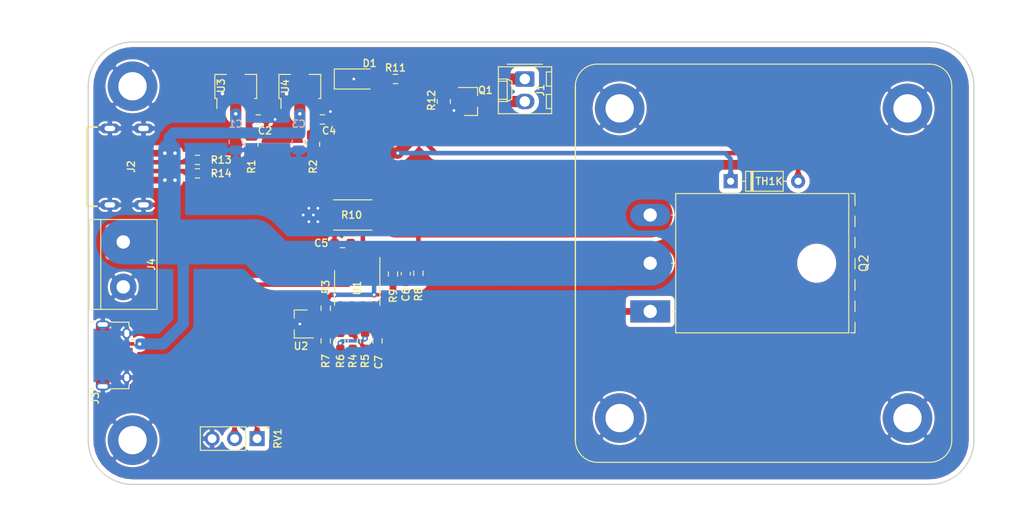
<source format=kicad_pcb>
(kicad_pcb (version 20171130) (host pcbnew "(5.1.9)-1")

  (general
    (thickness 1.6)
    (drawings 31)
    (tracks 176)
    (zones 0)
    (modules 40)
    (nets 21)
  )

  (page A4)
  (layers
    (0 F.Cu signal)
    (31 B.Cu signal)
    (32 B.Adhes user)
    (33 F.Adhes user)
    (34 B.Paste user)
    (35 F.Paste user)
    (36 B.SilkS user)
    (37 F.SilkS user)
    (38 B.Mask user)
    (39 F.Mask user)
    (40 Dwgs.User user)
    (41 Cmts.User user)
    (42 Eco1.User user)
    (43 Eco2.User user)
    (44 Edge.Cuts user)
    (45 Margin user)
    (46 B.CrtYd user hide)
    (47 F.CrtYd user hide)
    (48 B.Fab user hide)
    (49 F.Fab user hide)
  )

  (setup
    (last_trace_width 0.25)
    (user_trace_width 0.254)
    (user_trace_width 0.381)
    (user_trace_width 0.508)
    (user_trace_width 0.762)
    (user_trace_width 1.27)
    (user_trace_width 2.54)
    (user_trace_width 5.08)
    (user_trace_width 7.62)
    (trace_clearance 0.2)
    (zone_clearance 0.508)
    (zone_45_only no)
    (trace_min 0.2)
    (via_size 0.8)
    (via_drill 0.4)
    (via_min_size 0.4)
    (via_min_drill 0.3)
    (user_via 0.635 0.3048)
    (user_via 1.27 0.6096)
    (user_via 2.54 1.2192)
    (uvia_size 0.3)
    (uvia_drill 0.1)
    (uvias_allowed no)
    (uvia_min_size 0.2)
    (uvia_min_drill 0.1)
    (edge_width 0.05)
    (segment_width 0.2)
    (pcb_text_width 0.3)
    (pcb_text_size 1.5 1.5)
    (mod_edge_width 0.12)
    (mod_text_size 1 1)
    (mod_text_width 0.15)
    (pad_size 1.524 1.524)
    (pad_drill 0.762)
    (pad_to_mask_clearance 0)
    (aux_axis_origin 0 0)
    (visible_elements 7FFFFFFF)
    (pcbplotparams
      (layerselection 0x010fc_ffffffff)
      (usegerberextensions false)
      (usegerberattributes true)
      (usegerberadvancedattributes true)
      (creategerberjobfile true)
      (excludeedgelayer true)
      (linewidth 0.100000)
      (plotframeref false)
      (viasonmask false)
      (mode 1)
      (useauxorigin false)
      (hpglpennumber 1)
      (hpglpenspeed 20)
      (hpglpendiameter 15.000000)
      (psnegative false)
      (psa4output false)
      (plotreference true)
      (plotvalue true)
      (plotinvisibletext false)
      (padsonsilk false)
      (subtractmaskfromsilk false)
      (outputformat 1)
      (mirror false)
      (drillshape 1)
      (scaleselection 1)
      (outputdirectory ""))
  )

  (net 0 "")
  (net 1 GND)
  (net 2 VCC)
  (net 3 "Net-(C2-Pad1)")
  (net 4 "Net-(C4-Pad1)")
  (net 5 "Net-(C5-Pad1)")
  (net 6 "Net-(C6-Pad2)")
  (net 7 "Net-(C6-Pad1)")
  (net 8 "Net-(D1-Pad2)")
  (net 9 "Net-(J1-Pad2)")
  (net 10 +5V)
  (net 11 "Net-(J2-PadB5)")
  (net 12 "Net-(J2-PadA5)")
  (net 13 "Net-(J3-Pad2)")
  (net 14 "Net-(Q1-Pad1)")
  (net 15 "Net-(Q2-Pad3)")
  (net 16 "Net-(Q2-Pad1)")
  (net 17 "Net-(R3-Pad1)")
  (net 18 "Net-(R4-Pad1)")
  (net 19 "Net-(R5-Pad1)")
  (net 20 "Net-(R7-Pad1)")

  (net_class Default "This is the default net class."
    (clearance 0.2)
    (trace_width 0.25)
    (via_dia 0.8)
    (via_drill 0.4)
    (uvia_dia 0.3)
    (uvia_drill 0.1)
    (add_net +5V)
    (add_net GND)
    (add_net "Net-(C2-Pad1)")
    (add_net "Net-(C4-Pad1)")
    (add_net "Net-(C5-Pad1)")
    (add_net "Net-(C6-Pad1)")
    (add_net "Net-(C6-Pad2)")
    (add_net "Net-(D1-Pad2)")
    (add_net "Net-(J1-Pad2)")
    (add_net "Net-(J2-PadA5)")
    (add_net "Net-(J2-PadB5)")
    (add_net "Net-(J3-Pad2)")
    (add_net "Net-(Q1-Pad1)")
    (add_net "Net-(Q2-Pad1)")
    (add_net "Net-(Q2-Pad3)")
    (add_net "Net-(R3-Pad1)")
    (add_net "Net-(R4-Pad1)")
    (add_net "Net-(R5-Pad1)")
    (add_net "Net-(R7-Pad1)")
    (add_net VCC)
  )

  (module Resistor_SMD:R_0603_1608Metric_Pad0.98x0.95mm_HandSolder (layer F.Cu) (tedit 5F68FEEE) (tstamp 607CF66A)
    (at 148.463 88.773 270)
    (descr "Resistor SMD 0603 (1608 Metric), square (rectangular) end terminal, IPC_7351 nominal with elongated pad for handsoldering. (Body size source: IPC-SM-782 page 72, https://www.pcb-3d.com/wordpress/wp-content/uploads/ipc-sm-782a_amendment_1_and_2.pdf), generated with kicad-footprint-generator")
    (tags "resistor handsolder")
    (path /607C2D5A)
    (attr smd)
    (fp_text reference R6 (at 2.286 0 90) (layer F.SilkS)
      (effects (font (size 0.8128 0.8128) (thickness 0.15)))
    )
    (fp_text value 680R (at 0 1.43 90) (layer F.Fab)
      (effects (font (size 0.8128 0.8128) (thickness 0.15)))
    )
    (fp_line (start 1.65 0.73) (end -1.65 0.73) (layer F.CrtYd) (width 0.05))
    (fp_line (start 1.65 -0.73) (end 1.65 0.73) (layer F.CrtYd) (width 0.05))
    (fp_line (start -1.65 -0.73) (end 1.65 -0.73) (layer F.CrtYd) (width 0.05))
    (fp_line (start -1.65 0.73) (end -1.65 -0.73) (layer F.CrtYd) (width 0.05))
    (fp_line (start -0.254724 0.5225) (end 0.254724 0.5225) (layer F.SilkS) (width 0.12))
    (fp_line (start -0.254724 -0.5225) (end 0.254724 -0.5225) (layer F.SilkS) (width 0.12))
    (fp_line (start 0.8 0.4125) (end -0.8 0.4125) (layer F.Fab) (width 0.1))
    (fp_line (start 0.8 -0.4125) (end 0.8 0.4125) (layer F.Fab) (width 0.1))
    (fp_line (start -0.8 -0.4125) (end 0.8 -0.4125) (layer F.Fab) (width 0.1))
    (fp_line (start -0.8 0.4125) (end -0.8 -0.4125) (layer F.Fab) (width 0.1))
    (fp_text user %R (at 0 0 90) (layer F.Fab)
      (effects (font (size 0.4 0.4) (thickness 0.06)))
    )
    (pad 2 smd roundrect (at 0.9125 0 270) (size 0.975 0.95) (layers F.Cu F.Paste F.Mask) (roundrect_rratio 0.25)
      (net 19 "Net-(R5-Pad1)"))
    (pad 1 smd roundrect (at -0.9125 0 270) (size 0.975 0.95) (layers F.Cu F.Paste F.Mask) (roundrect_rratio 0.25)
      (net 17 "Net-(R3-Pad1)"))
    (model ${KISYS3DMOD}/Resistor_SMD.3dshapes/R_0603_1608Metric.wrl
      (at (xyz 0 0 0))
      (scale (xyz 1 1 1))
      (rotate (xyz 0 0 0))
    )
  )

  (module Resistor_SMD:R_0805_2012Metric_Pad1.20x1.40mm_HandSolder (layer F.Cu) (tedit 5F68FEEE) (tstamp 607D6A51)
    (at 138.43 66.548 90)
    (descr "Resistor SMD 0805 (2012 Metric), square (rectangular) end terminal, IPC_7351 nominal with elongated pad for handsoldering. (Body size source: IPC-SM-782 page 72, https://www.pcb-3d.com/wordpress/wp-content/uploads/ipc-sm-782a_amendment_1_and_2.pdf), generated with kicad-footprint-generator")
    (tags "resistor handsolder")
    (path /60831A58)
    (attr smd)
    (fp_text reference R1 (at -2.54 0 90) (layer F.SilkS)
      (effects (font (size 0.8128 0.8128) (thickness 0.15)))
    )
    (fp_text value 2R (at 0 1.65 90) (layer F.Fab)
      (effects (font (size 0.8128 0.8128) (thickness 0.15)))
    )
    (fp_line (start 1.85 0.95) (end -1.85 0.95) (layer F.CrtYd) (width 0.05))
    (fp_line (start 1.85 -0.95) (end 1.85 0.95) (layer F.CrtYd) (width 0.05))
    (fp_line (start -1.85 -0.95) (end 1.85 -0.95) (layer F.CrtYd) (width 0.05))
    (fp_line (start -1.85 0.95) (end -1.85 -0.95) (layer F.CrtYd) (width 0.05))
    (fp_line (start -0.227064 0.735) (end 0.227064 0.735) (layer F.SilkS) (width 0.12))
    (fp_line (start -0.227064 -0.735) (end 0.227064 -0.735) (layer F.SilkS) (width 0.12))
    (fp_line (start 1 0.625) (end -1 0.625) (layer F.Fab) (width 0.1))
    (fp_line (start 1 -0.625) (end 1 0.625) (layer F.Fab) (width 0.1))
    (fp_line (start -1 -0.625) (end 1 -0.625) (layer F.Fab) (width 0.1))
    (fp_line (start -1 0.625) (end -1 -0.625) (layer F.Fab) (width 0.1))
    (fp_text user %R (at 0 0 90) (layer F.Fab)
      (effects (font (size 0.5 0.5) (thickness 0.08)))
    )
    (pad 2 smd roundrect (at 1 0 90) (size 1.2 1.4) (layers F.Cu F.Paste F.Mask) (roundrect_rratio 0.208333)
      (net 3 "Net-(C2-Pad1)"))
    (pad 1 smd roundrect (at -1 0 90) (size 1.2 1.4) (layers F.Cu F.Paste F.Mask) (roundrect_rratio 0.208333)
      (net 10 +5V))
    (model ${KISYS3DMOD}/Resistor_SMD.3dshapes/R_0805_2012Metric.wrl
      (at (xyz 0 0 0))
      (scale (xyz 1 1 1))
      (rotate (xyz 0 0 0))
    )
  )

  (module MountingHole:MountingHole_3.2mm_M3_DIN965_Pad (layer F.Cu) (tedit 56D1B4CB) (tstamp 607D36C7)
    (at 180 97.5)
    (descr "Mounting Hole 3.2mm, M3, DIN965")
    (tags "mounting hole 3.2mm m3 din965")
    (path /6082B3A5)
    (attr virtual)
    (fp_text reference H6 (at 0 -3.8) (layer F.SilkS) hide
      (effects (font (size 1 1) (thickness 0.15)))
    )
    (fp_text value MountingHole_Pad (at 0 3.8) (layer F.Fab)
      (effects (font (size 1 1) (thickness 0.15)))
    )
    (fp_circle (center 0 0) (end 2.8 0) (layer Cmts.User) (width 0.15))
    (fp_circle (center 0 0) (end 3.05 0) (layer F.CrtYd) (width 0.05))
    (fp_text user %R (at -2.15 0) (layer F.Fab)
      (effects (font (size 1 1) (thickness 0.15)))
    )
    (pad 1 thru_hole circle (at 0 0) (size 5.6 5.6) (drill 3.2) (layers *.Cu *.Mask)
      (net 1 GND))
  )

  (module MountingHole:MountingHole_3.2mm_M3_DIN965_Pad (layer F.Cu) (tedit 56D1B4CB) (tstamp 607D36BF)
    (at 180 62.5)
    (descr "Mounting Hole 3.2mm, M3, DIN965")
    (tags "mounting hole 3.2mm m3 din965")
    (path /60827AB2)
    (attr virtual)
    (fp_text reference H5 (at 0 -3.8) (layer F.SilkS) hide
      (effects (font (size 1 1) (thickness 0.15)))
    )
    (fp_text value MountingHole_Pad (at 0 3.8) (layer F.Fab)
      (effects (font (size 1 1) (thickness 0.15)))
    )
    (fp_circle (center 0 0) (end 2.8 0) (layer Cmts.User) (width 0.15))
    (fp_circle (center 0 0) (end 3.05 0) (layer F.CrtYd) (width 0.05))
    (fp_text user %R (at 0.3 0) (layer F.Fab)
      (effects (font (size 1 1) (thickness 0.15)))
    )
    (pad 1 thru_hole circle (at 0 0) (size 5.6 5.6) (drill 3.2) (layers *.Cu *.Mask)
      (net 1 GND))
  )

  (module MountingHole:MountingHole_3.2mm_M3_DIN965_Pad (layer F.Cu) (tedit 56D1B4CB) (tstamp 607D2AA9)
    (at 212.5 97.5)
    (descr "Mounting Hole 3.2mm, M3, DIN965")
    (tags "mounting hole 3.2mm m3 din965")
    (path /6080B017)
    (attr virtual)
    (fp_text reference H4 (at 0 -3.8) (layer F.SilkS) hide
      (effects (font (size 1 1) (thickness 0.15)))
    )
    (fp_text value MountingHole_Pad (at 0 3.8) (layer F.Fab)
      (effects (font (size 1 1) (thickness 0.15)))
    )
    (fp_circle (center 0 0) (end 2.8 0) (layer Cmts.User) (width 0.15))
    (fp_circle (center 0 0) (end 3.05 0) (layer F.CrtYd) (width 0.05))
    (fp_text user %R (at 0.3 0) (layer F.Fab)
      (effects (font (size 1 1) (thickness 0.15)))
    )
    (pad 1 thru_hole circle (at 0 0) (size 5.6 5.6) (drill 3.2) (layers *.Cu *.Mask)
      (net 1 GND))
  )

  (module MountingHole:MountingHole_3.2mm_M3_DIN965_Pad (layer F.Cu) (tedit 56D1B4CB) (tstamp 607D2F5A)
    (at 125 60)
    (descr "Mounting Hole 3.2mm, M3, DIN965")
    (tags "mounting hole 3.2mm m3 din965")
    (path /6080AE72)
    (attr virtual)
    (fp_text reference H3 (at 0 -3.8) (layer F.SilkS) hide
      (effects (font (size 1 1) (thickness 0.15)))
    )
    (fp_text value MountingHole_Pad (at 0 3.8) (layer F.Fab)
      (effects (font (size 1 1) (thickness 0.15)))
    )
    (fp_circle (center 0 0) (end 2.8 0) (layer Cmts.User) (width 0.15))
    (fp_circle (center 0 0) (end 3.05 0) (layer F.CrtYd) (width 0.05))
    (fp_text user %R (at 0.3 0) (layer F.Fab)
      (effects (font (size 1 1) (thickness 0.15)))
    )
    (pad 1 thru_hole circle (at 0 0) (size 5.6 5.6) (drill 3.2) (layers *.Cu *.Mask)
      (net 1 GND))
  )

  (module MountingHole:MountingHole_3.2mm_M3_DIN965_Pad (layer F.Cu) (tedit 56D1B4CB) (tstamp 607D2A99)
    (at 212.5 62.5)
    (descr "Mounting Hole 3.2mm, M3, DIN965")
    (tags "mounting hole 3.2mm m3 din965")
    (path /6080A9ED)
    (attr virtual)
    (fp_text reference H2 (at 0 -3.8) (layer F.SilkS) hide
      (effects (font (size 1 1) (thickness 0.15)))
    )
    (fp_text value MountingHole_Pad (at 0 3.8) (layer F.Fab)
      (effects (font (size 1 1) (thickness 0.15)))
    )
    (fp_circle (center 0 0) (end 2.8 0) (layer Cmts.User) (width 0.15))
    (fp_circle (center 0 0) (end 3.05 0) (layer F.CrtYd) (width 0.05))
    (fp_text user %R (at 0.3 0) (layer F.Fab)
      (effects (font (size 1 1) (thickness 0.15)))
    )
    (pad 1 thru_hole circle (at 0 0) (size 5.6 5.6) (drill 3.2) (layers *.Cu *.Mask)
      (net 1 GND))
  )

  (module MountingHole:MountingHole_3.2mm_M3_DIN965_Pad (layer F.Cu) (tedit 56D1B4CB) (tstamp 607D2FAA)
    (at 125 100)
    (descr "Mounting Hole 3.2mm, M3, DIN965")
    (tags "mounting hole 3.2mm m3 din965")
    (path /6080B2BD)
    (attr virtual)
    (fp_text reference H1 (at 0 -3.8) (layer F.SilkS) hide
      (effects (font (size 1 1) (thickness 0.15)))
    )
    (fp_text value MountingHole_Pad (at 0 3.8) (layer F.Fab)
      (effects (font (size 1 1) (thickness 0.15)))
    )
    (fp_circle (center 0 0) (end 2.8 0) (layer Cmts.User) (width 0.15))
    (fp_circle (center 0 0) (end 3.05 0) (layer F.CrtYd) (width 0.05))
    (fp_text user %R (at 0.3 0) (layer F.Fab)
      (effects (font (size 1 1) (thickness 0.15)))
    )
    (pad 1 thru_hole circle (at 0 0) (size 5.6 5.6) (drill 3.2) (layers *.Cu *.Mask)
      (net 1 GND))
  )

  (module Package_TO_SOT_THT:TO-3P-3_Horizontal_TabUp (layer F.Cu) (tedit 5AC8701B) (tstamp 607CF604)
    (at 183.45 85.45 90)
    (descr "TO-3P-3, Horizontal, RM 5.45mm, , see https://toshiba.semicon-storage.com/ap-en/design-support/package/detail.TO-3P(N).html")
    (tags "TO-3P-3 Horizontal RM 5.45mm ")
    (path /607AEA1D)
    (fp_text reference Q2 (at 5.45 24.12 90) (layer F.SilkS)
      (effects (font (size 1 1) (thickness 0.15)))
    )
    (fp_text value TIP122 (at 5.45 -3.25 90) (layer F.Fab)
      (effects (font (size 1 1) (thickness 0.15)))
    )
    (fp_circle (center 5.45 18.8) (end 7.05 18.8) (layer F.Fab) (width 0.1))
    (fp_line (start -2.3 22.3) (end -2.3 21) (layer F.Fab) (width 0.1))
    (fp_line (start -2.3 21) (end -1.15 23) (layer F.Fab) (width 0.1))
    (fp_line (start -1.15 23) (end 12.05 23) (layer F.Fab) (width 0.1))
    (fp_line (start 12.05 23) (end 13.2 21) (layer F.Fab) (width 0.1))
    (fp_line (start 13.2 21) (end 13.2 22.3) (layer F.Fab) (width 0.1))
    (fp_line (start 13.2 22.3) (end -2.3 22.3) (layer F.Fab) (width 0.1))
    (fp_line (start -2.3 3) (end -2.3 18.8) (layer F.Fab) (width 0.1))
    (fp_line (start -2.3 18.8) (end -0.11 22.3) (layer F.Fab) (width 0.1))
    (fp_line (start -0.11 22.3) (end 11.01 22.3) (layer F.Fab) (width 0.1))
    (fp_line (start 11.01 22.3) (end 13.2 18.8) (layer F.Fab) (width 0.1))
    (fp_line (start 13.2 18.8) (end 13.2 3) (layer F.Fab) (width 0.1))
    (fp_line (start 13.2 3) (end -2.3 3) (layer F.Fab) (width 0.1))
    (fp_line (start 0 3) (end 0 0) (layer F.Fab) (width 0.1))
    (fp_line (start 5.45 3) (end 5.45 0) (layer F.Fab) (width 0.1))
    (fp_line (start 10.9 3) (end 10.9 0) (layer F.Fab) (width 0.1))
    (fp_line (start -2.42 2.88) (end 13.32 2.88) (layer F.SilkS) (width 0.12))
    (fp_line (start -2.42 22.42) (end 13.32 22.42) (layer F.SilkS) (width 0.12))
    (fp_line (start -2.42 2.88) (end -2.42 22.42) (layer F.SilkS) (width 0.12))
    (fp_line (start 13.32 2.88) (end 13.32 22.42) (layer F.SilkS) (width 0.12))
    (fp_line (start -2.42 23.12) (end -1.22 23.12) (layer F.SilkS) (width 0.12))
    (fp_line (start -0.021 23.12) (end 1.18 23.12) (layer F.SilkS) (width 0.12))
    (fp_line (start 2.38 23.12) (end 3.58 23.12) (layer F.SilkS) (width 0.12))
    (fp_line (start 4.78 23.12) (end 5.98 23.12) (layer F.SilkS) (width 0.12))
    (fp_line (start 7.18 23.12) (end 8.38 23.12) (layer F.SilkS) (width 0.12))
    (fp_line (start 9.58 23.12) (end 10.78 23.12) (layer F.SilkS) (width 0.12))
    (fp_line (start 11.98 23.12) (end 13.18 23.12) (layer F.SilkS) (width 0.12))
    (fp_line (start -2.42 22.66) (end -2.42 23.12) (layer F.SilkS) (width 0.12))
    (fp_line (start 13.32 22.66) (end 13.32 23.12) (layer F.SilkS) (width 0.12))
    (fp_line (start 0 2.4) (end 0 2.88) (layer F.SilkS) (width 0.12))
    (fp_line (start 5.45 2.4) (end 5.45 2.88) (layer F.SilkS) (width 0.12))
    (fp_line (start 10.9 2.4) (end 10.9 2.88) (layer F.SilkS) (width 0.12))
    (fp_line (start -2.55 -2.5) (end -2.55 23.25) (layer F.CrtYd) (width 0.05))
    (fp_line (start -2.55 23.25) (end 13.45 23.25) (layer F.CrtYd) (width 0.05))
    (fp_line (start 13.45 23.25) (end 13.45 -2.5) (layer F.CrtYd) (width 0.05))
    (fp_line (start 13.45 -2.5) (end -2.55 -2.5) (layer F.CrtYd) (width 0.05))
    (fp_text user %R (at 5.45 24.12 90) (layer F.Fab)
      (effects (font (size 1 1) (thickness 0.15)))
    )
    (pad 3 thru_hole oval (at 10.9 0 90) (size 2.5 4.5) (drill 1.5) (layers *.Cu *.Mask)
      (net 15 "Net-(Q2-Pad3)"))
    (pad 2 thru_hole oval (at 5.45 0 90) (size 2.5 4.5) (drill 1.5) (layers *.Cu *.Mask)
      (net 2 VCC))
    (pad 1 thru_hole rect (at 0 0 90) (size 2.5 4.5) (drill 1.5) (layers *.Cu *.Mask)
      (net 16 "Net-(Q2-Pad1)"))
    (pad "" np_thru_hole oval (at 5.45 18.8 90) (size 3.4 3.4) (drill 3.4) (layers *.Cu *.Mask))
    (model ${KISYS3DMOD}/Package_TO_SOT_THT.3dshapes/TO-3P-3_Horizontal_TabUp.wrl
      (at (xyz 0 0 0))
      (scale (xyz 1 1 1))
      (rotate (xyz 0 0 0))
    )
  )

  (module Package_TO_SOT_SMD:SOT-89-3 (layer F.Cu) (tedit 5C33D6E8) (tstamp 607D6909)
    (at 143.891 60.325 90)
    (descr "SOT-89-3, http://ww1.microchip.com/downloads/en/DeviceDoc/3L_SOT-89_MB_C04-029C.pdf")
    (tags SOT-89-3)
    (path /608395BA)
    (attr smd)
    (fp_text reference U4 (at 0.3 -1.651 90) (layer F.SilkS)
      (effects (font (size 0.8128 0.8128) (thickness 0.15)))
    )
    (fp_text value MST5350BTS (at 0.3 3.5 90) (layer F.Fab)
      (effects (font (size 0.8128 0.8128) (thickness 0.15)))
    )
    (fp_line (start -1.06 2.36) (end -1.06 2.13) (layer F.SilkS) (width 0.12))
    (fp_line (start -1.06 -2.36) (end -1.06 -2.13) (layer F.SilkS) (width 0.12))
    (fp_line (start -1.06 -2.36) (end 1.66 -2.36) (layer F.SilkS) (width 0.12))
    (fp_line (start -2.55 2.5) (end -2.55 -2.5) (layer F.CrtYd) (width 0.05))
    (fp_line (start -2.55 2.5) (end 2.55 2.5) (layer F.CrtYd) (width 0.05))
    (fp_line (start 2.55 -2.5) (end -2.55 -2.5) (layer F.CrtYd) (width 0.05))
    (fp_line (start 2.55 -2.5) (end 2.55 2.5) (layer F.CrtYd) (width 0.05))
    (fp_line (start 0.05 -2.25) (end 1.55 -2.25) (layer F.Fab) (width 0.1))
    (fp_line (start -0.95 2.25) (end -0.95 -1.25) (layer F.Fab) (width 0.1))
    (fp_line (start 1.55 2.25) (end -0.95 2.25) (layer F.Fab) (width 0.1))
    (fp_line (start 1.55 -2.25) (end 1.55 2.25) (layer F.Fab) (width 0.1))
    (fp_line (start -0.95 -1.25) (end 0.05 -2.25) (layer F.Fab) (width 0.1))
    (fp_line (start 1.66 -2.36) (end 1.66 -1.05) (layer F.SilkS) (width 0.12))
    (fp_line (start -2.2 -2.13) (end -1.06 -2.13) (layer F.SilkS) (width 0.12))
    (fp_line (start 1.66 2.36) (end -1.06 2.36) (layer F.SilkS) (width 0.12))
    (fp_line (start 1.66 1.05) (end 1.66 2.36) (layer F.SilkS) (width 0.12))
    (fp_text user %R (at 0.5 0) (layer F.Fab)
      (effects (font (size 0.8128 0.8128) (thickness 0.15)))
    )
    (pad 2 smd custom (at -1.5625 0 90) (size 1.475 0.9) (layers F.Cu F.Paste F.Mask)
      (net 2 VCC) (zone_connect 2)
      (options (clearance outline) (anchor rect))
      (primitives
        (gr_poly (pts
           (xy 0.7375 -0.8665) (xy 3.8625 -0.8665) (xy 3.8625 0.8665) (xy 0.7375 0.8665)) (width 0))
      ))
    (pad 3 smd rect (at -1.65 1.5 90) (size 1.3 0.9) (layers F.Cu F.Paste F.Mask)
      (net 4 "Net-(C4-Pad1)"))
    (pad 1 smd rect (at -1.65 -1.5 90) (size 1.3 0.9) (layers F.Cu F.Paste F.Mask)
      (net 1 GND))
    (model ${KISYS3DMOD}/Package_TO_SOT_SMD.3dshapes/SOT-89-3.wrl
      (at (xyz 0 0 0))
      (scale (xyz 1 1 1))
      (rotate (xyz 0 0 0))
    )
  )

  (module Package_TO_SOT_SMD:SOT-89-3 (layer F.Cu) (tedit 5C33D6E8) (tstamp 607D6153)
    (at 136.652 60.325 90)
    (descr "SOT-89-3, http://ww1.microchip.com/downloads/en/DeviceDoc/3L_SOT-89_MB_C04-029C.pdf")
    (tags SOT-89-3)
    (path /607B2982)
    (attr smd)
    (fp_text reference U3 (at 0.381 -1.651 90) (layer F.SilkS)
      (effects (font (size 0.8128 0.8128) (thickness 0.15)))
    )
    (fp_text value MST5350BTS (at 0.3 3.5 90) (layer F.Fab)
      (effects (font (size 0.8128 0.8128) (thickness 0.15)))
    )
    (fp_line (start -1.06 2.36) (end -1.06 2.13) (layer F.SilkS) (width 0.12))
    (fp_line (start -1.06 -2.36) (end -1.06 -2.13) (layer F.SilkS) (width 0.12))
    (fp_line (start -1.06 -2.36) (end 1.66 -2.36) (layer F.SilkS) (width 0.12))
    (fp_line (start -2.55 2.5) (end -2.55 -2.5) (layer F.CrtYd) (width 0.05))
    (fp_line (start -2.55 2.5) (end 2.55 2.5) (layer F.CrtYd) (width 0.05))
    (fp_line (start 2.55 -2.5) (end -2.55 -2.5) (layer F.CrtYd) (width 0.05))
    (fp_line (start 2.55 -2.5) (end 2.55 2.5) (layer F.CrtYd) (width 0.05))
    (fp_line (start 0.05 -2.25) (end 1.55 -2.25) (layer F.Fab) (width 0.1))
    (fp_line (start -0.95 2.25) (end -0.95 -1.25) (layer F.Fab) (width 0.1))
    (fp_line (start 1.55 2.25) (end -0.95 2.25) (layer F.Fab) (width 0.1))
    (fp_line (start 1.55 -2.25) (end 1.55 2.25) (layer F.Fab) (width 0.1))
    (fp_line (start -0.95 -1.25) (end 0.05 -2.25) (layer F.Fab) (width 0.1))
    (fp_line (start 1.66 -2.36) (end 1.66 -1.05) (layer F.SilkS) (width 0.12))
    (fp_line (start -2.2 -2.13) (end -1.06 -2.13) (layer F.SilkS) (width 0.12))
    (fp_line (start 1.66 2.36) (end -1.06 2.36) (layer F.SilkS) (width 0.12))
    (fp_line (start 1.66 1.05) (end 1.66 2.36) (layer F.SilkS) (width 0.12))
    (fp_text user %R (at 0.5 0) (layer F.Fab)
      (effects (font (size 0.8128 0.8128) (thickness 0.15)))
    )
    (pad 2 smd custom (at -1.5625 0 90) (size 1.475 0.9) (layers F.Cu F.Paste F.Mask)
      (net 2 VCC) (zone_connect 2)
      (options (clearance outline) (anchor rect))
      (primitives
        (gr_poly (pts
           (xy 0.7375 -0.8665) (xy 3.8625 -0.8665) (xy 3.8625 0.8665) (xy 0.7375 0.8665)) (width 0))
      ))
    (pad 3 smd rect (at -1.65 1.5 90) (size 1.3 0.9) (layers F.Cu F.Paste F.Mask)
      (net 3 "Net-(C2-Pad1)"))
    (pad 1 smd rect (at -1.65 -1.5 90) (size 1.3 0.9) (layers F.Cu F.Paste F.Mask)
      (net 1 GND))
    (model ${KISYS3DMOD}/Package_TO_SOT_SMD.3dshapes/SOT-89-3.wrl
      (at (xyz 0 0 0))
      (scale (xyz 1 1 1))
      (rotate (xyz 0 0 0))
    )
  )

  (module Package_TO_SOT_SMD:SOT-23 (layer F.Cu) (tedit 5A02FF57) (tstamp 607CF757)
    (at 144.018 86.868 180)
    (descr "SOT-23, Standard")
    (tags SOT-23)
    (path /607A9077)
    (attr smd)
    (fp_text reference U2 (at 0 -2.5) (layer F.SilkS)
      (effects (font (size 0.8128 0.8128) (thickness 0.15)))
    )
    (fp_text value TL431DBZ (at 0 2.5) (layer F.Fab)
      (effects (font (size 0.8128 0.8128) (thickness 0.15)))
    )
    (fp_line (start 0.76 1.58) (end -0.7 1.58) (layer F.SilkS) (width 0.12))
    (fp_line (start 0.76 -1.58) (end -1.4 -1.58) (layer F.SilkS) (width 0.12))
    (fp_line (start -1.7 1.75) (end -1.7 -1.75) (layer F.CrtYd) (width 0.05))
    (fp_line (start 1.7 1.75) (end -1.7 1.75) (layer F.CrtYd) (width 0.05))
    (fp_line (start 1.7 -1.75) (end 1.7 1.75) (layer F.CrtYd) (width 0.05))
    (fp_line (start -1.7 -1.75) (end 1.7 -1.75) (layer F.CrtYd) (width 0.05))
    (fp_line (start 0.76 -1.58) (end 0.76 -0.65) (layer F.SilkS) (width 0.12))
    (fp_line (start 0.76 1.58) (end 0.76 0.65) (layer F.SilkS) (width 0.12))
    (fp_line (start -0.7 1.52) (end 0.7 1.52) (layer F.Fab) (width 0.1))
    (fp_line (start 0.7 -1.52) (end 0.7 1.52) (layer F.Fab) (width 0.1))
    (fp_line (start -0.7 -0.95) (end -0.15 -1.52) (layer F.Fab) (width 0.1))
    (fp_line (start -0.15 -1.52) (end 0.7 -1.52) (layer F.Fab) (width 0.1))
    (fp_line (start -0.7 -0.95) (end -0.7 1.5) (layer F.Fab) (width 0.1))
    (fp_text user %R (at 0 0 90) (layer F.Fab)
      (effects (font (size 0.5 0.5) (thickness 0.075)))
    )
    (pad 3 smd rect (at 1 0 180) (size 0.9 0.8) (layers F.Cu F.Paste F.Mask)
      (net 1 GND))
    (pad 2 smd rect (at -1 0.95 180) (size 0.9 0.8) (layers F.Cu F.Paste F.Mask)
      (net 17 "Net-(R3-Pad1)"))
    (pad 1 smd rect (at -1 -0.95 180) (size 0.9 0.8) (layers F.Cu F.Paste F.Mask)
      (net 17 "Net-(R3-Pad1)"))
    (model ${KISYS3DMOD}/Package_TO_SOT_SMD.3dshapes/SOT-23.wrl
      (at (xyz 0 0 0))
      (scale (xyz 1 1 1))
      (rotate (xyz 0 0 0))
    )
  )

  (module Package_SO:SOIC-8_3.9x4.9mm_P1.27mm (layer F.Cu) (tedit 5D9F72B1) (tstamp 607D4465)
    (at 150.368 82.804 270)
    (descr "SOIC, 8 Pin (JEDEC MS-012AA, https://www.analog.com/media/en/package-pcb-resources/package/pkg_pdf/soic_narrow-r/r_8.pdf), generated with kicad-footprint-generator ipc_gullwing_generator.py")
    (tags "SOIC SO")
    (path /607A828F)
    (attr smd)
    (fp_text reference U1 (at 0 0 90) (layer F.SilkS)
      (effects (font (size 0.8128 0.8128) (thickness 0.15)))
    )
    (fp_text value LM358 (at 0 3.4 90) (layer F.Fab)
      (effects (font (size 0.8128 0.8128) (thickness 0.15)))
    )
    (fp_line (start 3.7 -2.7) (end -3.7 -2.7) (layer F.CrtYd) (width 0.05))
    (fp_line (start 3.7 2.7) (end 3.7 -2.7) (layer F.CrtYd) (width 0.05))
    (fp_line (start -3.7 2.7) (end 3.7 2.7) (layer F.CrtYd) (width 0.05))
    (fp_line (start -3.7 -2.7) (end -3.7 2.7) (layer F.CrtYd) (width 0.05))
    (fp_line (start -1.95 -1.475) (end -0.975 -2.45) (layer F.Fab) (width 0.1))
    (fp_line (start -1.95 2.45) (end -1.95 -1.475) (layer F.Fab) (width 0.1))
    (fp_line (start 1.95 2.45) (end -1.95 2.45) (layer F.Fab) (width 0.1))
    (fp_line (start 1.95 -2.45) (end 1.95 2.45) (layer F.Fab) (width 0.1))
    (fp_line (start -0.975 -2.45) (end 1.95 -2.45) (layer F.Fab) (width 0.1))
    (fp_line (start 0 -2.56) (end -3.45 -2.56) (layer F.SilkS) (width 0.12))
    (fp_line (start 0 -2.56) (end 1.95 -2.56) (layer F.SilkS) (width 0.12))
    (fp_line (start 0 2.56) (end -1.95 2.56) (layer F.SilkS) (width 0.12))
    (fp_line (start 0 2.56) (end 1.95 2.56) (layer F.SilkS) (width 0.12))
    (fp_text user %R (at 0 0 90) (layer F.Fab)
      (effects (font (size 0.98 0.98) (thickness 0.15)))
    )
    (pad 8 smd roundrect (at 2.475 -1.905 270) (size 1.95 0.6) (layers F.Cu F.Paste F.Mask) (roundrect_rratio 0.25)
      (net 2 VCC))
    (pad 7 smd roundrect (at 2.475 -0.635 270) (size 1.95 0.6) (layers F.Cu F.Paste F.Mask) (roundrect_rratio 0.25)
      (net 19 "Net-(R5-Pad1)"))
    (pad 6 smd roundrect (at 2.475 0.635 270) (size 1.95 0.6) (layers F.Cu F.Paste F.Mask) (roundrect_rratio 0.25)
      (net 18 "Net-(R4-Pad1)"))
    (pad 5 smd roundrect (at 2.475 1.905 270) (size 1.95 0.6) (layers F.Cu F.Paste F.Mask) (roundrect_rratio 0.25)
      (net 17 "Net-(R3-Pad1)"))
    (pad 4 smd roundrect (at -2.475 1.905 270) (size 1.95 0.6) (layers F.Cu F.Paste F.Mask) (roundrect_rratio 0.25)
      (net 1 GND))
    (pad 3 smd roundrect (at -2.475 0.635 270) (size 1.95 0.6) (layers F.Cu F.Paste F.Mask) (roundrect_rratio 0.25)
      (net 5 "Net-(C5-Pad1)"))
    (pad 2 smd roundrect (at -2.475 -0.635 270) (size 1.95 0.6) (layers F.Cu F.Paste F.Mask) (roundrect_rratio 0.25)
      (net 15 "Net-(Q2-Pad3)"))
    (pad 1 smd roundrect (at -2.475 -1.905 270) (size 1.95 0.6) (layers F.Cu F.Paste F.Mask) (roundrect_rratio 0.25)
      (net 7 "Net-(C6-Pad1)"))
    (model ${KISYS3DMOD}/Package_SO.3dshapes/SOIC-8_3.9x4.9mm_P1.27mm.wrl
      (at (xyz 0 0 0))
      (scale (xyz 1 1 1))
      (rotate (xyz 0 0 0))
    )
  )

  (module Diode_THT:D_DO-35_SOD27_P7.62mm_Horizontal (layer F.Cu) (tedit 5AE50CD5) (tstamp 607CF728)
    (at 192.532 70.739)
    (descr "Diode, DO-35_SOD27 series, Axial, Horizontal, pin pitch=7.62mm, , length*diameter=4*2mm^2, , http://www.diodes.com/_files/packages/DO-35.pdf")
    (tags "Diode DO-35_SOD27 series Axial Horizontal pin pitch 7.62mm  length 4mm diameter 2mm")
    (path /607AFB47)
    (fp_text reference TH1 (at 3.937 0) (layer F.SilkS)
      (effects (font (size 0.8128 0.8128) (thickness 0.15)))
    )
    (fp_text value 10K (at 3.81 2.12) (layer F.Fab)
      (effects (font (size 0.8128 0.8128) (thickness 0.15)))
    )
    (fp_line (start 8.67 -1.25) (end -1.05 -1.25) (layer F.CrtYd) (width 0.05))
    (fp_line (start 8.67 1.25) (end 8.67 -1.25) (layer F.CrtYd) (width 0.05))
    (fp_line (start -1.05 1.25) (end 8.67 1.25) (layer F.CrtYd) (width 0.05))
    (fp_line (start -1.05 -1.25) (end -1.05 1.25) (layer F.CrtYd) (width 0.05))
    (fp_line (start 2.29 -1.12) (end 2.29 1.12) (layer F.SilkS) (width 0.12))
    (fp_line (start 2.53 -1.12) (end 2.53 1.12) (layer F.SilkS) (width 0.12))
    (fp_line (start 2.41 -1.12) (end 2.41 1.12) (layer F.SilkS) (width 0.12))
    (fp_line (start 6.58 0) (end 5.93 0) (layer F.SilkS) (width 0.12))
    (fp_line (start 1.04 0) (end 1.69 0) (layer F.SilkS) (width 0.12))
    (fp_line (start 5.93 -1.12) (end 1.69 -1.12) (layer F.SilkS) (width 0.12))
    (fp_line (start 5.93 1.12) (end 5.93 -1.12) (layer F.SilkS) (width 0.12))
    (fp_line (start 1.69 1.12) (end 5.93 1.12) (layer F.SilkS) (width 0.12))
    (fp_line (start 1.69 -1.12) (end 1.69 1.12) (layer F.SilkS) (width 0.12))
    (fp_line (start 2.31 -1) (end 2.31 1) (layer F.Fab) (width 0.1))
    (fp_line (start 2.51 -1) (end 2.51 1) (layer F.Fab) (width 0.1))
    (fp_line (start 2.41 -1) (end 2.41 1) (layer F.Fab) (width 0.1))
    (fp_line (start 7.62 0) (end 5.81 0) (layer F.Fab) (width 0.1))
    (fp_line (start 0 0) (end 1.81 0) (layer F.Fab) (width 0.1))
    (fp_line (start 5.81 -1) (end 1.81 -1) (layer F.Fab) (width 0.1))
    (fp_line (start 5.81 1) (end 5.81 -1) (layer F.Fab) (width 0.1))
    (fp_line (start 1.81 1) (end 5.81 1) (layer F.Fab) (width 0.1))
    (fp_line (start 1.81 -1) (end 1.81 1) (layer F.Fab) (width 0.1))
    (fp_text user K (at 5.461 0) (layer F.SilkS)
      (effects (font (size 0.8128 0.8128) (thickness 0.15)))
    )
    (fp_text user K (at 0 -1.8) (layer F.Fab)
      (effects (font (size 0.8128 0.8128) (thickness 0.15)))
    )
    (fp_text user %R (at 4.11 0) (layer F.Fab)
      (effects (font (size 0.8 0.8) (thickness 0.12)))
    )
    (pad 2 thru_hole oval (at 7.62 0) (size 1.6 1.6) (drill 0.8) (layers *.Cu *.Mask)
      (net 14 "Net-(Q1-Pad1)"))
    (pad 1 thru_hole rect (at 0 0) (size 1.6 1.6) (drill 0.8) (layers *.Cu *.Mask)
      (net 10 +5V))
    (model ${KISYS3DMOD}/Diode_THT.3dshapes/D_DO-35_SOD27_P7.62mm_Horizontal.wrl
      (at (xyz 0 0 0))
      (scale (xyz 1 1 1))
      (rotate (xyz 0 0 0))
    )
  )

  (module Connector_PinHeader_2.54mm:PinHeader_1x03_P2.54mm_Vertical (layer F.Cu) (tedit 59FED5CC) (tstamp 607CF709)
    (at 139.065 99.822 270)
    (descr "Through hole straight pin header, 1x03, 2.54mm pitch, single row")
    (tags "Through hole pin header THT 1x03 2.54mm single row")
    (path /607A97FC)
    (fp_text reference RV1 (at 0 -2.33 90) (layer F.SilkS)
      (effects (font (size 0.8128 0.8128) (thickness 0.15)))
    )
    (fp_text value 10K (at 0 7.41 90) (layer F.Fab)
      (effects (font (size 0.8128 0.8128) (thickness 0.15)))
    )
    (fp_line (start 1.8 -1.8) (end -1.8 -1.8) (layer F.CrtYd) (width 0.05))
    (fp_line (start 1.8 6.85) (end 1.8 -1.8) (layer F.CrtYd) (width 0.05))
    (fp_line (start -1.8 6.85) (end 1.8 6.85) (layer F.CrtYd) (width 0.05))
    (fp_line (start -1.8 -1.8) (end -1.8 6.85) (layer F.CrtYd) (width 0.05))
    (fp_line (start -1.33 -1.33) (end 0 -1.33) (layer F.SilkS) (width 0.12))
    (fp_line (start -1.33 0) (end -1.33 -1.33) (layer F.SilkS) (width 0.12))
    (fp_line (start -1.33 1.27) (end 1.33 1.27) (layer F.SilkS) (width 0.12))
    (fp_line (start 1.33 1.27) (end 1.33 6.41) (layer F.SilkS) (width 0.12))
    (fp_line (start -1.33 1.27) (end -1.33 6.41) (layer F.SilkS) (width 0.12))
    (fp_line (start -1.33 6.41) (end 1.33 6.41) (layer F.SilkS) (width 0.12))
    (fp_line (start -1.27 -0.635) (end -0.635 -1.27) (layer F.Fab) (width 0.1))
    (fp_line (start -1.27 6.35) (end -1.27 -0.635) (layer F.Fab) (width 0.1))
    (fp_line (start 1.27 6.35) (end -1.27 6.35) (layer F.Fab) (width 0.1))
    (fp_line (start 1.27 -1.27) (end 1.27 6.35) (layer F.Fab) (width 0.1))
    (fp_line (start -0.635 -1.27) (end 1.27 -1.27) (layer F.Fab) (width 0.1))
    (fp_text user %R (at 0 2.54) (layer F.Fab)
      (effects (font (size 0.8128 0.8128) (thickness 0.15)))
    )
    (pad 3 thru_hole oval (at 0 5.08 270) (size 1.7 1.7) (drill 1) (layers *.Cu *.Mask)
      (net 1 GND))
    (pad 2 thru_hole oval (at 0 2.54 270) (size 1.7 1.7) (drill 1) (layers *.Cu *.Mask)
      (net 5 "Net-(C5-Pad1)"))
    (pad 1 thru_hole rect (at 0 0 270) (size 1.7 1.7) (drill 1) (layers *.Cu *.Mask)
      (net 20 "Net-(R7-Pad1)"))
    (model ${KISYS3DMOD}/Connector_PinHeader_2.54mm.3dshapes/PinHeader_1x03_P2.54mm_Vertical.wrl
      (at (xyz 0 0 0))
      (scale (xyz 1 1 1))
      (rotate (xyz 0 0 0))
    )
  )

  (module Resistor_SMD:R_0603_1608Metric_Pad0.98x0.95mm_HandSolder (layer F.Cu) (tedit 5F68FEEE) (tstamp 607CF6F2)
    (at 132.334 69.85 180)
    (descr "Resistor SMD 0603 (1608 Metric), square (rectangular) end terminal, IPC_7351 nominal with elongated pad for handsoldering. (Body size source: IPC-SM-782 page 72, https://www.pcb-3d.com/wordpress/wp-content/uploads/ipc-sm-782a_amendment_1_and_2.pdf), generated with kicad-footprint-generator")
    (tags "resistor handsolder")
    (path /6080B8C0)
    (attr smd)
    (fp_text reference R14 (at -2.667 0) (layer F.SilkS)
      (effects (font (size 0.8128 0.8128) (thickness 0.15)))
    )
    (fp_text value 5.1K (at 0 1.43) (layer F.Fab)
      (effects (font (size 0.8128 0.8128) (thickness 0.15)))
    )
    (fp_line (start 1.65 0.73) (end -1.65 0.73) (layer F.CrtYd) (width 0.05))
    (fp_line (start 1.65 -0.73) (end 1.65 0.73) (layer F.CrtYd) (width 0.05))
    (fp_line (start -1.65 -0.73) (end 1.65 -0.73) (layer F.CrtYd) (width 0.05))
    (fp_line (start -1.65 0.73) (end -1.65 -0.73) (layer F.CrtYd) (width 0.05))
    (fp_line (start -0.254724 0.5225) (end 0.254724 0.5225) (layer F.SilkS) (width 0.12))
    (fp_line (start -0.254724 -0.5225) (end 0.254724 -0.5225) (layer F.SilkS) (width 0.12))
    (fp_line (start 0.8 0.4125) (end -0.8 0.4125) (layer F.Fab) (width 0.1))
    (fp_line (start 0.8 -0.4125) (end 0.8 0.4125) (layer F.Fab) (width 0.1))
    (fp_line (start -0.8 -0.4125) (end 0.8 -0.4125) (layer F.Fab) (width 0.1))
    (fp_line (start -0.8 0.4125) (end -0.8 -0.4125) (layer F.Fab) (width 0.1))
    (fp_text user %R (at 0 0) (layer F.Fab)
      (effects (font (size 0.4 0.4) (thickness 0.06)))
    )
    (pad 2 smd roundrect (at 0.9125 0 180) (size 0.975 0.95) (layers F.Cu F.Paste F.Mask) (roundrect_rratio 0.25)
      (net 11 "Net-(J2-PadB5)"))
    (pad 1 smd roundrect (at -0.9125 0 180) (size 0.975 0.95) (layers F.Cu F.Paste F.Mask) (roundrect_rratio 0.25)
      (net 1 GND))
    (model ${KISYS3DMOD}/Resistor_SMD.3dshapes/R_0603_1608Metric.wrl
      (at (xyz 0 0 0))
      (scale (xyz 1 1 1))
      (rotate (xyz 0 0 0))
    )
  )

  (module Resistor_SMD:R_0603_1608Metric_Pad0.98x0.95mm_HandSolder (layer F.Cu) (tedit 5F68FEEE) (tstamp 607CF6E1)
    (at 132.334 68.326 180)
    (descr "Resistor SMD 0603 (1608 Metric), square (rectangular) end terminal, IPC_7351 nominal with elongated pad for handsoldering. (Body size source: IPC-SM-782 page 72, https://www.pcb-3d.com/wordpress/wp-content/uploads/ipc-sm-782a_amendment_1_and_2.pdf), generated with kicad-footprint-generator")
    (tags "resistor handsolder")
    (path /6080B4F1)
    (attr smd)
    (fp_text reference R13 (at -2.667 0) (layer F.SilkS)
      (effects (font (size 0.8128 0.8128) (thickness 0.15)))
    )
    (fp_text value 5.1K (at 0 1.43) (layer F.Fab)
      (effects (font (size 0.8128 0.8128) (thickness 0.15)))
    )
    (fp_line (start 1.65 0.73) (end -1.65 0.73) (layer F.CrtYd) (width 0.05))
    (fp_line (start 1.65 -0.73) (end 1.65 0.73) (layer F.CrtYd) (width 0.05))
    (fp_line (start -1.65 -0.73) (end 1.65 -0.73) (layer F.CrtYd) (width 0.05))
    (fp_line (start -1.65 0.73) (end -1.65 -0.73) (layer F.CrtYd) (width 0.05))
    (fp_line (start -0.254724 0.5225) (end 0.254724 0.5225) (layer F.SilkS) (width 0.12))
    (fp_line (start -0.254724 -0.5225) (end 0.254724 -0.5225) (layer F.SilkS) (width 0.12))
    (fp_line (start 0.8 0.4125) (end -0.8 0.4125) (layer F.Fab) (width 0.1))
    (fp_line (start 0.8 -0.4125) (end 0.8 0.4125) (layer F.Fab) (width 0.1))
    (fp_line (start -0.8 -0.4125) (end 0.8 -0.4125) (layer F.Fab) (width 0.1))
    (fp_line (start -0.8 0.4125) (end -0.8 -0.4125) (layer F.Fab) (width 0.1))
    (fp_text user %R (at 0 0) (layer F.Fab)
      (effects (font (size 0.4 0.4) (thickness 0.06)))
    )
    (pad 2 smd roundrect (at 0.9125 0 180) (size 0.975 0.95) (layers F.Cu F.Paste F.Mask) (roundrect_rratio 0.25)
      (net 12 "Net-(J2-PadA5)"))
    (pad 1 smd roundrect (at -0.9125 0 180) (size 0.975 0.95) (layers F.Cu F.Paste F.Mask) (roundrect_rratio 0.25)
      (net 1 GND))
    (model ${KISYS3DMOD}/Resistor_SMD.3dshapes/R_0603_1608Metric.wrl
      (at (xyz 0 0 0))
      (scale (xyz 1 1 1))
      (rotate (xyz 0 0 0))
    )
  )

  (module Resistor_SMD:R_0805_2012Metric_Pad1.20x1.40mm_HandSolder (layer F.Cu) (tedit 5F68FEEE) (tstamp 607CF6D0)
    (at 160.147 61.722 270)
    (descr "Resistor SMD 0805 (2012 Metric), square (rectangular) end terminal, IPC_7351 nominal with elongated pad for handsoldering. (Body size source: IPC-SM-782 page 72, https://www.pcb-3d.com/wordpress/wp-content/uploads/ipc-sm-782a_amendment_1_and_2.pdf), generated with kicad-footprint-generator")
    (tags "resistor handsolder")
    (path /607B59F3)
    (attr smd)
    (fp_text reference R12 (at -0.127 1.397 90) (layer F.SilkS)
      (effects (font (size 0.8128 0.8128) (thickness 0.15)))
    )
    (fp_text value 2R (at 0 1.65 90) (layer F.Fab)
      (effects (font (size 0.8128 0.8128) (thickness 0.15)))
    )
    (fp_line (start 1.85 0.95) (end -1.85 0.95) (layer F.CrtYd) (width 0.05))
    (fp_line (start 1.85 -0.95) (end 1.85 0.95) (layer F.CrtYd) (width 0.05))
    (fp_line (start -1.85 -0.95) (end 1.85 -0.95) (layer F.CrtYd) (width 0.05))
    (fp_line (start -1.85 0.95) (end -1.85 -0.95) (layer F.CrtYd) (width 0.05))
    (fp_line (start -0.227064 0.735) (end 0.227064 0.735) (layer F.SilkS) (width 0.12))
    (fp_line (start -0.227064 -0.735) (end 0.227064 -0.735) (layer F.SilkS) (width 0.12))
    (fp_line (start 1 0.625) (end -1 0.625) (layer F.Fab) (width 0.1))
    (fp_line (start 1 -0.625) (end 1 0.625) (layer F.Fab) (width 0.1))
    (fp_line (start -1 -0.625) (end 1 -0.625) (layer F.Fab) (width 0.1))
    (fp_line (start -1 0.625) (end -1 -0.625) (layer F.Fab) (width 0.1))
    (fp_text user %R (at 0 0 90) (layer F.Fab)
      (effects (font (size 0.5 0.5) (thickness 0.08)))
    )
    (pad 2 smd roundrect (at 1 0 270) (size 1.2 1.4) (layers F.Cu F.Paste F.Mask) (roundrect_rratio 0.208333)
      (net 1 GND))
    (pad 1 smd roundrect (at -1 0 270) (size 1.2 1.4) (layers F.Cu F.Paste F.Mask) (roundrect_rratio 0.208333)
      (net 14 "Net-(Q1-Pad1)"))
    (model ${KISYS3DMOD}/Resistor_SMD.3dshapes/R_0805_2012Metric.wrl
      (at (xyz 0 0 0))
      (scale (xyz 1 1 1))
      (rotate (xyz 0 0 0))
    )
  )

  (module Resistor_SMD:R_0603_1608Metric_Pad0.98x0.95mm_HandSolder (layer F.Cu) (tedit 5F68FEEE) (tstamp 607D51F2)
    (at 154.686 59.182 180)
    (descr "Resistor SMD 0603 (1608 Metric), square (rectangular) end terminal, IPC_7351 nominal with elongated pad for handsoldering. (Body size source: IPC-SM-782 page 72, https://www.pcb-3d.com/wordpress/wp-content/uploads/ipc-sm-782a_amendment_1_and_2.pdf), generated with kicad-footprint-generator")
    (tags "resistor handsolder")
    (path /608432A8)
    (attr smd)
    (fp_text reference R11 (at 0 1.27) (layer F.SilkS)
      (effects (font (size 0.8128 0.8128) (thickness 0.15)))
    )
    (fp_text value 2.2K (at 0 1.43) (layer F.Fab)
      (effects (font (size 0.8128 0.8128) (thickness 0.15)))
    )
    (fp_line (start 1.65 0.73) (end -1.65 0.73) (layer F.CrtYd) (width 0.05))
    (fp_line (start 1.65 -0.73) (end 1.65 0.73) (layer F.CrtYd) (width 0.05))
    (fp_line (start -1.65 -0.73) (end 1.65 -0.73) (layer F.CrtYd) (width 0.05))
    (fp_line (start -1.65 0.73) (end -1.65 -0.73) (layer F.CrtYd) (width 0.05))
    (fp_line (start -0.254724 0.5225) (end 0.254724 0.5225) (layer F.SilkS) (width 0.12))
    (fp_line (start -0.254724 -0.5225) (end 0.254724 -0.5225) (layer F.SilkS) (width 0.12))
    (fp_line (start 0.8 0.4125) (end -0.8 0.4125) (layer F.Fab) (width 0.1))
    (fp_line (start 0.8 -0.4125) (end 0.8 0.4125) (layer F.Fab) (width 0.1))
    (fp_line (start -0.8 -0.4125) (end 0.8 -0.4125) (layer F.Fab) (width 0.1))
    (fp_line (start -0.8 0.4125) (end -0.8 -0.4125) (layer F.Fab) (width 0.1))
    (fp_text user %R (at 0 0) (layer F.Fab)
      (effects (font (size 0.4 0.4) (thickness 0.06)))
    )
    (pad 2 smd roundrect (at 0.9125 0 180) (size 0.975 0.95) (layers F.Cu F.Paste F.Mask) (roundrect_rratio 0.25)
      (net 8 "Net-(D1-Pad2)"))
    (pad 1 smd roundrect (at -0.9125 0 180) (size 0.975 0.95) (layers F.Cu F.Paste F.Mask) (roundrect_rratio 0.25)
      (net 10 +5V))
    (model ${KISYS3DMOD}/Resistor_SMD.3dshapes/R_0603_1608Metric.wrl
      (at (xyz 0 0 0))
      (scale (xyz 1 1 1))
      (rotate (xyz 0 0 0))
    )
  )

  (module Resistor_SMD:R_2512_6332Metric_Pad1.40x3.35mm_HandSolder (layer F.Cu) (tedit 5F68FEEE) (tstamp 607D43C7)
    (at 149.86 74.549)
    (descr "Resistor SMD 2512 (6332 Metric), square (rectangular) end terminal, IPC_7351 nominal with elongated pad for handsoldering. (Body size source: IPC-SM-782 page 72, https://www.pcb-3d.com/wordpress/wp-content/uploads/ipc-sm-782a_amendment_1_and_2.pdf), generated with kicad-footprint-generator")
    (tags "resistor handsolder")
    (path /6080456F)
    (attr smd)
    (fp_text reference R10 (at -0.127 0) (layer F.SilkS)
      (effects (font (size 0.8128 0.8128) (thickness 0.15)))
    )
    (fp_text value 0.05R (at 0 2.62) (layer F.Fab)
      (effects (font (size 0.8128 0.8128) (thickness 0.15)))
    )
    (fp_line (start 4 1.92) (end -4 1.92) (layer F.CrtYd) (width 0.05))
    (fp_line (start 4 -1.92) (end 4 1.92) (layer F.CrtYd) (width 0.05))
    (fp_line (start -4 -1.92) (end 4 -1.92) (layer F.CrtYd) (width 0.05))
    (fp_line (start -4 1.92) (end -4 -1.92) (layer F.CrtYd) (width 0.05))
    (fp_line (start -2.177064 1.71) (end 2.177064 1.71) (layer F.SilkS) (width 0.12))
    (fp_line (start -2.177064 -1.71) (end 2.177064 -1.71) (layer F.SilkS) (width 0.12))
    (fp_line (start 3.15 1.6) (end -3.15 1.6) (layer F.Fab) (width 0.1))
    (fp_line (start 3.15 -1.6) (end 3.15 1.6) (layer F.Fab) (width 0.1))
    (fp_line (start -3.15 -1.6) (end 3.15 -1.6) (layer F.Fab) (width 0.1))
    (fp_line (start -3.15 1.6) (end -3.15 -1.6) (layer F.Fab) (width 0.1))
    (fp_text user %R (at 0 0) (layer F.Fab)
      (effects (font (size 0.8128 0.8128) (thickness 0.15)))
    )
    (pad 2 smd roundrect (at 3.05 0) (size 1.4 3.35) (layers F.Cu F.Paste F.Mask) (roundrect_rratio 0.178571)
      (net 15 "Net-(Q2-Pad3)"))
    (pad 1 smd roundrect (at -3.05 0) (size 1.4 3.35) (layers F.Cu F.Paste F.Mask) (roundrect_rratio 0.178571)
      (net 1 GND))
    (model ${KISYS3DMOD}/Resistor_SMD.3dshapes/R_2512_6332Metric.wrl
      (at (xyz 0 0 0))
      (scale (xyz 1 1 1))
      (rotate (xyz 0 0 0))
    )
  )

  (module Resistor_SMD:R_0603_1608Metric_Pad0.98x0.95mm_HandSolder (layer F.Cu) (tedit 5F68FEEE) (tstamp 607D79C3)
    (at 154.4066 81.2292 90)
    (descr "Resistor SMD 0603 (1608 Metric), square (rectangular) end terminal, IPC_7351 nominal with elongated pad for handsoldering. (Body size source: IPC-SM-782 page 72, https://www.pcb-3d.com/wordpress/wp-content/uploads/ipc-sm-782a_amendment_1_and_2.pdf), generated with kicad-footprint-generator")
    (tags "resistor handsolder")
    (path /607F57D4)
    (attr smd)
    (fp_text reference R9 (at -2.4638 0.0254 90) (layer F.SilkS)
      (effects (font (size 0.8128 0.8128) (thickness 0.15)))
    )
    (fp_text value 1K (at 0 1.43 90) (layer F.Fab)
      (effects (font (size 0.8128 0.8128) (thickness 0.15)))
    )
    (fp_line (start 1.65 0.73) (end -1.65 0.73) (layer F.CrtYd) (width 0.05))
    (fp_line (start 1.65 -0.73) (end 1.65 0.73) (layer F.CrtYd) (width 0.05))
    (fp_line (start -1.65 -0.73) (end 1.65 -0.73) (layer F.CrtYd) (width 0.05))
    (fp_line (start -1.65 0.73) (end -1.65 -0.73) (layer F.CrtYd) (width 0.05))
    (fp_line (start -0.254724 0.5225) (end 0.254724 0.5225) (layer F.SilkS) (width 0.12))
    (fp_line (start -0.254724 -0.5225) (end 0.254724 -0.5225) (layer F.SilkS) (width 0.12))
    (fp_line (start 0.8 0.4125) (end -0.8 0.4125) (layer F.Fab) (width 0.1))
    (fp_line (start 0.8 -0.4125) (end 0.8 0.4125) (layer F.Fab) (width 0.1))
    (fp_line (start -0.8 -0.4125) (end 0.8 -0.4125) (layer F.Fab) (width 0.1))
    (fp_line (start -0.8 0.4125) (end -0.8 -0.4125) (layer F.Fab) (width 0.1))
    (fp_text user %R (at 0 0 90) (layer F.Fab)
      (effects (font (size 0.4 0.4) (thickness 0.06)))
    )
    (pad 2 smd roundrect (at 0.9125 0 90) (size 0.975 0.95) (layers F.Cu F.Paste F.Mask) (roundrect_rratio 0.25)
      (net 7 "Net-(C6-Pad1)"))
    (pad 1 smd roundrect (at -0.9125 0 90) (size 0.975 0.95) (layers F.Cu F.Paste F.Mask) (roundrect_rratio 0.25)
      (net 16 "Net-(Q2-Pad1)"))
    (model ${KISYS3DMOD}/Resistor_SMD.3dshapes/R_0603_1608Metric.wrl
      (at (xyz 0 0 0))
      (scale (xyz 1 1 1))
      (rotate (xyz 0 0 0))
    )
  )

  (module Resistor_SMD:R_0603_1608Metric_Pad0.98x0.95mm_HandSolder (layer F.Cu) (tedit 5F68FEEE) (tstamp 607CF68C)
    (at 157.2768 81.1276 90)
    (descr "Resistor SMD 0603 (1608 Metric), square (rectangular) end terminal, IPC_7351 nominal with elongated pad for handsoldering. (Body size source: IPC-SM-782 page 72, https://www.pcb-3d.com/wordpress/wp-content/uploads/ipc-sm-782a_amendment_1_and_2.pdf), generated with kicad-footprint-generator")
    (tags "resistor handsolder")
    (path /607EBD74)
    (attr smd)
    (fp_text reference R8 (at -2.3876 0 90) (layer F.SilkS)
      (effects (font (size 0.8128 0.8128) (thickness 0.15)))
    )
    (fp_text value 1K (at 0 1.43 90) (layer F.Fab)
      (effects (font (size 0.8128 0.8128) (thickness 0.15)))
    )
    (fp_line (start 1.65 0.73) (end -1.65 0.73) (layer F.CrtYd) (width 0.05))
    (fp_line (start 1.65 -0.73) (end 1.65 0.73) (layer F.CrtYd) (width 0.05))
    (fp_line (start -1.65 -0.73) (end 1.65 -0.73) (layer F.CrtYd) (width 0.05))
    (fp_line (start -1.65 0.73) (end -1.65 -0.73) (layer F.CrtYd) (width 0.05))
    (fp_line (start -0.254724 0.5225) (end 0.254724 0.5225) (layer F.SilkS) (width 0.12))
    (fp_line (start -0.254724 -0.5225) (end 0.254724 -0.5225) (layer F.SilkS) (width 0.12))
    (fp_line (start 0.8 0.4125) (end -0.8 0.4125) (layer F.Fab) (width 0.1))
    (fp_line (start 0.8 -0.4125) (end 0.8 0.4125) (layer F.Fab) (width 0.1))
    (fp_line (start -0.8 -0.4125) (end 0.8 -0.4125) (layer F.Fab) (width 0.1))
    (fp_line (start -0.8 0.4125) (end -0.8 -0.4125) (layer F.Fab) (width 0.1))
    (fp_text user %R (at 0 0 90) (layer F.Fab)
      (effects (font (size 0.4 0.4) (thickness 0.06)))
    )
    (pad 2 smd roundrect (at 0.9125 0 90) (size 0.975 0.95) (layers F.Cu F.Paste F.Mask) (roundrect_rratio 0.25)
      (net 15 "Net-(Q2-Pad3)"))
    (pad 1 smd roundrect (at -0.9125 0 90) (size 0.975 0.95) (layers F.Cu F.Paste F.Mask) (roundrect_rratio 0.25)
      (net 6 "Net-(C6-Pad2)"))
    (model ${KISYS3DMOD}/Resistor_SMD.3dshapes/R_0603_1608Metric.wrl
      (at (xyz 0 0 0))
      (scale (xyz 1 1 1))
      (rotate (xyz 0 0 0))
    )
  )

  (module Resistor_SMD:R_0603_1608Metric_Pad0.98x0.95mm_HandSolder (layer F.Cu) (tedit 5F68FEEE) (tstamp 607CF67B)
    (at 146.812 88.773 90)
    (descr "Resistor SMD 0603 (1608 Metric), square (rectangular) end terminal, IPC_7351 nominal with elongated pad for handsoldering. (Body size source: IPC-SM-782 page 72, https://www.pcb-3d.com/wordpress/wp-content/uploads/ipc-sm-782a_amendment_1_and_2.pdf), generated with kicad-footprint-generator")
    (tags "resistor handsolder")
    (path /607CED70)
    (attr smd)
    (fp_text reference R7 (at -2.286 0 90) (layer F.SilkS)
      (effects (font (size 0.8128 0.8128) (thickness 0.15)))
    )
    (fp_text value 100K (at 0 1.43 90) (layer F.Fab)
      (effects (font (size 0.8128 0.8128) (thickness 0.15)))
    )
    (fp_line (start 1.65 0.73) (end -1.65 0.73) (layer F.CrtYd) (width 0.05))
    (fp_line (start 1.65 -0.73) (end 1.65 0.73) (layer F.CrtYd) (width 0.05))
    (fp_line (start -1.65 -0.73) (end 1.65 -0.73) (layer F.CrtYd) (width 0.05))
    (fp_line (start -1.65 0.73) (end -1.65 -0.73) (layer F.CrtYd) (width 0.05))
    (fp_line (start -0.254724 0.5225) (end 0.254724 0.5225) (layer F.SilkS) (width 0.12))
    (fp_line (start -0.254724 -0.5225) (end 0.254724 -0.5225) (layer F.SilkS) (width 0.12))
    (fp_line (start 0.8 0.4125) (end -0.8 0.4125) (layer F.Fab) (width 0.1))
    (fp_line (start 0.8 -0.4125) (end 0.8 0.4125) (layer F.Fab) (width 0.1))
    (fp_line (start -0.8 -0.4125) (end 0.8 -0.4125) (layer F.Fab) (width 0.1))
    (fp_line (start -0.8 0.4125) (end -0.8 -0.4125) (layer F.Fab) (width 0.1))
    (fp_text user %R (at 0 0 90) (layer F.Fab)
      (effects (font (size 0.4 0.4) (thickness 0.06)))
    )
    (pad 2 smd roundrect (at 0.9125 0 90) (size 0.975 0.95) (layers F.Cu F.Paste F.Mask) (roundrect_rratio 0.25)
      (net 17 "Net-(R3-Pad1)"))
    (pad 1 smd roundrect (at -0.9125 0 90) (size 0.975 0.95) (layers F.Cu F.Paste F.Mask) (roundrect_rratio 0.25)
      (net 20 "Net-(R7-Pad1)"))
    (model ${KISYS3DMOD}/Resistor_SMD.3dshapes/R_0603_1608Metric.wrl
      (at (xyz 0 0 0))
      (scale (xyz 1 1 1))
      (rotate (xyz 0 0 0))
    )
  )

  (module Resistor_SMD:R_0603_1608Metric_Pad0.98x0.95mm_HandSolder (layer F.Cu) (tedit 5F68FEEE) (tstamp 607CF659)
    (at 151.257 88.773 270)
    (descr "Resistor SMD 0603 (1608 Metric), square (rectangular) end terminal, IPC_7351 nominal with elongated pad for handsoldering. (Body size source: IPC-SM-782 page 72, https://www.pcb-3d.com/wordpress/wp-content/uploads/ipc-sm-782a_amendment_1_and_2.pdf), generated with kicad-footprint-generator")
    (tags "resistor handsolder")
    (path /607BFF98)
    (attr smd)
    (fp_text reference R5 (at 2.286 0 90) (layer F.SilkS)
      (effects (font (size 0.8128 0.8128) (thickness 0.15)))
    )
    (fp_text value 120K (at 0 1.43 90) (layer F.Fab)
      (effects (font (size 0.8128 0.8128) (thickness 0.15)))
    )
    (fp_line (start 1.65 0.73) (end -1.65 0.73) (layer F.CrtYd) (width 0.05))
    (fp_line (start 1.65 -0.73) (end 1.65 0.73) (layer F.CrtYd) (width 0.05))
    (fp_line (start -1.65 -0.73) (end 1.65 -0.73) (layer F.CrtYd) (width 0.05))
    (fp_line (start -1.65 0.73) (end -1.65 -0.73) (layer F.CrtYd) (width 0.05))
    (fp_line (start -0.254724 0.5225) (end 0.254724 0.5225) (layer F.SilkS) (width 0.12))
    (fp_line (start -0.254724 -0.5225) (end 0.254724 -0.5225) (layer F.SilkS) (width 0.12))
    (fp_line (start 0.8 0.4125) (end -0.8 0.4125) (layer F.Fab) (width 0.1))
    (fp_line (start 0.8 -0.4125) (end 0.8 0.4125) (layer F.Fab) (width 0.1))
    (fp_line (start -0.8 -0.4125) (end 0.8 -0.4125) (layer F.Fab) (width 0.1))
    (fp_line (start -0.8 0.4125) (end -0.8 -0.4125) (layer F.Fab) (width 0.1))
    (fp_text user %R (at 0 0 90) (layer F.Fab)
      (effects (font (size 0.4 0.4) (thickness 0.06)))
    )
    (pad 2 smd roundrect (at 0.9125 0 270) (size 0.975 0.95) (layers F.Cu F.Paste F.Mask) (roundrect_rratio 0.25)
      (net 18 "Net-(R4-Pad1)"))
    (pad 1 smd roundrect (at -0.9125 0 270) (size 0.975 0.95) (layers F.Cu F.Paste F.Mask) (roundrect_rratio 0.25)
      (net 19 "Net-(R5-Pad1)"))
    (model ${KISYS3DMOD}/Resistor_SMD.3dshapes/R_0603_1608Metric.wrl
      (at (xyz 0 0 0))
      (scale (xyz 1 1 1))
      (rotate (xyz 0 0 0))
    )
  )

  (module Resistor_SMD:R_0603_1608Metric_Pad0.98x0.95mm_HandSolder (layer F.Cu) (tedit 5F68FEEE) (tstamp 607CF648)
    (at 149.86 88.773 270)
    (descr "Resistor SMD 0603 (1608 Metric), square (rectangular) end terminal, IPC_7351 nominal with elongated pad for handsoldering. (Body size source: IPC-SM-782 page 72, https://www.pcb-3d.com/wordpress/wp-content/uploads/ipc-sm-782a_amendment_1_and_2.pdf), generated with kicad-footprint-generator")
    (tags "resistor handsolder")
    (path /607A7C1D)
    (attr smd)
    (fp_text reference R4 (at 2.286 0 90) (layer F.SilkS)
      (effects (font (size 0.8128 0.8128) (thickness 0.15)))
    )
    (fp_text value 220K (at 0 1.43 90) (layer F.Fab)
      (effects (font (size 0.8128 0.8128) (thickness 0.15)))
    )
    (fp_line (start 1.65 0.73) (end -1.65 0.73) (layer F.CrtYd) (width 0.05))
    (fp_line (start 1.65 -0.73) (end 1.65 0.73) (layer F.CrtYd) (width 0.05))
    (fp_line (start -1.65 -0.73) (end 1.65 -0.73) (layer F.CrtYd) (width 0.05))
    (fp_line (start -1.65 0.73) (end -1.65 -0.73) (layer F.CrtYd) (width 0.05))
    (fp_line (start -0.254724 0.5225) (end 0.254724 0.5225) (layer F.SilkS) (width 0.12))
    (fp_line (start -0.254724 -0.5225) (end 0.254724 -0.5225) (layer F.SilkS) (width 0.12))
    (fp_line (start 0.8 0.4125) (end -0.8 0.4125) (layer F.Fab) (width 0.1))
    (fp_line (start 0.8 -0.4125) (end 0.8 0.4125) (layer F.Fab) (width 0.1))
    (fp_line (start -0.8 -0.4125) (end 0.8 -0.4125) (layer F.Fab) (width 0.1))
    (fp_line (start -0.8 0.4125) (end -0.8 -0.4125) (layer F.Fab) (width 0.1))
    (fp_text user %R (at 0 0 90) (layer F.Fab)
      (effects (font (size 0.4 0.4) (thickness 0.06)))
    )
    (pad 2 smd roundrect (at 0.9125 0 270) (size 0.975 0.95) (layers F.Cu F.Paste F.Mask) (roundrect_rratio 0.25)
      (net 1 GND))
    (pad 1 smd roundrect (at -0.9125 0 270) (size 0.975 0.95) (layers F.Cu F.Paste F.Mask) (roundrect_rratio 0.25)
      (net 18 "Net-(R4-Pad1)"))
    (model ${KISYS3DMOD}/Resistor_SMD.3dshapes/R_0603_1608Metric.wrl
      (at (xyz 0 0 0))
      (scale (xyz 1 1 1))
      (rotate (xyz 0 0 0))
    )
  )

  (module Resistor_SMD:R_0603_1608Metric_Pad0.98x0.95mm_HandSolder (layer F.Cu) (tedit 5F68FEEE) (tstamp 607CF637)
    (at 146.812 85.09 90)
    (descr "Resistor SMD 0603 (1608 Metric), square (rectangular) end terminal, IPC_7351 nominal with elongated pad for handsoldering. (Body size source: IPC-SM-782 page 72, https://www.pcb-3d.com/wordpress/wp-content/uploads/ipc-sm-782a_amendment_1_and_2.pdf), generated with kicad-footprint-generator")
    (tags "resistor handsolder")
    (path /607A7E36)
    (attr smd)
    (fp_text reference R3 (at 2.413 0 90) (layer F.SilkS)
      (effects (font (size 0.8128 0.8128) (thickness 0.15)))
    )
    (fp_text value 2M (at 0 1.43 90) (layer F.Fab)
      (effects (font (size 0.8128 0.8128) (thickness 0.15)))
    )
    (fp_line (start 1.65 0.73) (end -1.65 0.73) (layer F.CrtYd) (width 0.05))
    (fp_line (start 1.65 -0.73) (end 1.65 0.73) (layer F.CrtYd) (width 0.05))
    (fp_line (start -1.65 -0.73) (end 1.65 -0.73) (layer F.CrtYd) (width 0.05))
    (fp_line (start -1.65 0.73) (end -1.65 -0.73) (layer F.CrtYd) (width 0.05))
    (fp_line (start -0.254724 0.5225) (end 0.254724 0.5225) (layer F.SilkS) (width 0.12))
    (fp_line (start -0.254724 -0.5225) (end 0.254724 -0.5225) (layer F.SilkS) (width 0.12))
    (fp_line (start 0.8 0.4125) (end -0.8 0.4125) (layer F.Fab) (width 0.1))
    (fp_line (start 0.8 -0.4125) (end 0.8 0.4125) (layer F.Fab) (width 0.1))
    (fp_line (start -0.8 -0.4125) (end 0.8 -0.4125) (layer F.Fab) (width 0.1))
    (fp_line (start -0.8 0.4125) (end -0.8 -0.4125) (layer F.Fab) (width 0.1))
    (fp_text user %R (at 0 0 90) (layer F.Fab)
      (effects (font (size 0.4 0.4) (thickness 0.06)))
    )
    (pad 2 smd roundrect (at 0.9125 0 90) (size 0.975 0.95) (layers F.Cu F.Paste F.Mask) (roundrect_rratio 0.25)
      (net 2 VCC))
    (pad 1 smd roundrect (at -0.9125 0 90) (size 0.975 0.95) (layers F.Cu F.Paste F.Mask) (roundrect_rratio 0.25)
      (net 17 "Net-(R3-Pad1)"))
    (model ${KISYS3DMOD}/Resistor_SMD.3dshapes/R_0603_1608Metric.wrl
      (at (xyz 0 0 0))
      (scale (xyz 1 1 1))
      (rotate (xyz 0 0 0))
    )
  )

  (module Resistor_SMD:R_0805_2012Metric_Pad1.20x1.40mm_HandSolder (layer F.Cu) (tedit 5F68FEEE) (tstamp 607CF626)
    (at 145.3896 66.548 90)
    (descr "Resistor SMD 0805 (2012 Metric), square (rectangular) end terminal, IPC_7351 nominal with elongated pad for handsoldering. (Body size source: IPC-SM-782 page 72, https://www.pcb-3d.com/wordpress/wp-content/uploads/ipc-sm-782a_amendment_1_and_2.pdf), generated with kicad-footprint-generator")
    (tags "resistor handsolder")
    (path /608395F5)
    (attr smd)
    (fp_text reference R2 (at -2.54 0 90) (layer F.SilkS)
      (effects (font (size 0.8128 0.8128) (thickness 0.15)))
    )
    (fp_text value 2R (at 0 1.65 90) (layer F.Fab)
      (effects (font (size 0.8128 0.8128) (thickness 0.15)))
    )
    (fp_line (start 1.85 0.95) (end -1.85 0.95) (layer F.CrtYd) (width 0.05))
    (fp_line (start 1.85 -0.95) (end 1.85 0.95) (layer F.CrtYd) (width 0.05))
    (fp_line (start -1.85 -0.95) (end 1.85 -0.95) (layer F.CrtYd) (width 0.05))
    (fp_line (start -1.85 0.95) (end -1.85 -0.95) (layer F.CrtYd) (width 0.05))
    (fp_line (start -0.227064 0.735) (end 0.227064 0.735) (layer F.SilkS) (width 0.12))
    (fp_line (start -0.227064 -0.735) (end 0.227064 -0.735) (layer F.SilkS) (width 0.12))
    (fp_line (start 1 0.625) (end -1 0.625) (layer F.Fab) (width 0.1))
    (fp_line (start 1 -0.625) (end 1 0.625) (layer F.Fab) (width 0.1))
    (fp_line (start -1 -0.625) (end 1 -0.625) (layer F.Fab) (width 0.1))
    (fp_line (start -1 0.625) (end -1 -0.625) (layer F.Fab) (width 0.1))
    (fp_text user %R (at 0 0 90) (layer F.Fab)
      (effects (font (size 0.5 0.5) (thickness 0.08)))
    )
    (pad 2 smd roundrect (at 1 0 90) (size 1.2 1.4) (layers F.Cu F.Paste F.Mask) (roundrect_rratio 0.208333)
      (net 4 "Net-(C4-Pad1)"))
    (pad 1 smd roundrect (at -1 0 90) (size 1.2 1.4) (layers F.Cu F.Paste F.Mask) (roundrect_rratio 0.208333)
      (net 10 +5V))
    (model ${KISYS3DMOD}/Resistor_SMD.3dshapes/R_0805_2012Metric.wrl
      (at (xyz 0 0 0))
      (scale (xyz 1 1 1))
      (rotate (xyz 0 0 0))
    )
  )

  (module Package_TO_SOT_SMD:SOT-23 (layer F.Cu) (tedit 5A02FF57) (tstamp 607CF5E4)
    (at 163.195 61.722)
    (descr "SOT-23, Standard")
    (tags SOT-23)
    (path /607B0033)
    (attr smd)
    (fp_text reference Q1 (at 1.651 -1.27) (layer F.SilkS)
      (effects (font (size 0.8128 0.8128) (thickness 0.15)))
    )
    (fp_text value AO3400A (at 0 2.5) (layer F.Fab)
      (effects (font (size 0.8128 0.8128) (thickness 0.15)))
    )
    (fp_line (start 0.76 1.58) (end -0.7 1.58) (layer F.SilkS) (width 0.12))
    (fp_line (start 0.76 -1.58) (end -1.4 -1.58) (layer F.SilkS) (width 0.12))
    (fp_line (start -1.7 1.75) (end -1.7 -1.75) (layer F.CrtYd) (width 0.05))
    (fp_line (start 1.7 1.75) (end -1.7 1.75) (layer F.CrtYd) (width 0.05))
    (fp_line (start 1.7 -1.75) (end 1.7 1.75) (layer F.CrtYd) (width 0.05))
    (fp_line (start -1.7 -1.75) (end 1.7 -1.75) (layer F.CrtYd) (width 0.05))
    (fp_line (start 0.76 -1.58) (end 0.76 -0.65) (layer F.SilkS) (width 0.12))
    (fp_line (start 0.76 1.58) (end 0.76 0.65) (layer F.SilkS) (width 0.12))
    (fp_line (start -0.7 1.52) (end 0.7 1.52) (layer F.Fab) (width 0.1))
    (fp_line (start 0.7 -1.52) (end 0.7 1.52) (layer F.Fab) (width 0.1))
    (fp_line (start -0.7 -0.95) (end -0.15 -1.52) (layer F.Fab) (width 0.1))
    (fp_line (start -0.15 -1.52) (end 0.7 -1.52) (layer F.Fab) (width 0.1))
    (fp_line (start -0.7 -0.95) (end -0.7 1.5) (layer F.Fab) (width 0.1))
    (fp_text user %R (at 0 0 90) (layer F.Fab)
      (effects (font (size 0.5 0.5) (thickness 0.075)))
    )
    (pad 3 smd rect (at 1 0) (size 0.9 0.8) (layers F.Cu F.Paste F.Mask)
      (net 9 "Net-(J1-Pad2)"))
    (pad 2 smd rect (at -1 0.95) (size 0.9 0.8) (layers F.Cu F.Paste F.Mask)
      (net 1 GND))
    (pad 1 smd rect (at -1 -0.95) (size 0.9 0.8) (layers F.Cu F.Paste F.Mask)
      (net 14 "Net-(Q1-Pad1)"))
    (model ${KISYS3DMOD}/Package_TO_SOT_SMD.3dshapes/SOT-23.wrl
      (at (xyz 0 0 0))
      (scale (xyz 1 1 1))
      (rotate (xyz 0 0 0))
    )
  )

  (module TerminalBlock:TerminalBlock_bornier-2_P5.08mm (layer F.Cu) (tedit 59FF03AB) (tstamp 607CF5CF)
    (at 123.952 77.597 270)
    (descr "simple 2-pin terminal block, pitch 5.08mm, revamped version of bornier2")
    (tags "terminal block bornier2")
    (path /607D7D10)
    (fp_text reference J4 (at 2.54 -3.175 90) (layer F.SilkS)
      (effects (font (size 0.8128 0.8128) (thickness 0.15)))
    )
    (fp_text value DC-IN (at 2.54 5.08 90) (layer F.Fab)
      (effects (font (size 0.8128 0.8128) (thickness 0.15)))
    )
    (fp_line (start 7.79 4) (end -2.71 4) (layer F.CrtYd) (width 0.05))
    (fp_line (start 7.79 4) (end 7.79 -4) (layer F.CrtYd) (width 0.05))
    (fp_line (start -2.71 -4) (end -2.71 4) (layer F.CrtYd) (width 0.05))
    (fp_line (start -2.71 -4) (end 7.79 -4) (layer F.CrtYd) (width 0.05))
    (fp_line (start -2.54 3.81) (end 7.62 3.81) (layer F.SilkS) (width 0.12))
    (fp_line (start -2.54 -3.81) (end -2.54 3.81) (layer F.SilkS) (width 0.12))
    (fp_line (start 7.62 -3.81) (end -2.54 -3.81) (layer F.SilkS) (width 0.12))
    (fp_line (start 7.62 3.81) (end 7.62 -3.81) (layer F.SilkS) (width 0.12))
    (fp_line (start 7.62 2.54) (end -2.54 2.54) (layer F.SilkS) (width 0.12))
    (fp_line (start 7.54 -3.75) (end -2.46 -3.75) (layer F.Fab) (width 0.1))
    (fp_line (start 7.54 3.75) (end 7.54 -3.75) (layer F.Fab) (width 0.1))
    (fp_line (start -2.46 3.75) (end 7.54 3.75) (layer F.Fab) (width 0.1))
    (fp_line (start -2.46 -3.75) (end -2.46 3.75) (layer F.Fab) (width 0.1))
    (fp_line (start -2.41 2.55) (end 7.49 2.55) (layer F.Fab) (width 0.1))
    (fp_text user %R (at 2.54 0 90) (layer F.Fab)
      (effects (font (size 0.8128 0.8128) (thickness 0.15)))
    )
    (pad 2 thru_hole circle (at 5.08 0 270) (size 3 3) (drill 1.52) (layers *.Cu *.Mask)
      (net 1 GND))
    (pad 1 thru_hole rect (at 0 0 270) (size 3 3) (drill 1.52) (layers *.Cu *.Mask)
      (net 2 VCC))
    (model ${KISYS3DMOD}/TerminalBlock.3dshapes/TerminalBlock_bornier-2_P5.08mm.wrl
      (offset (xyz 2.539999961853027 0 0))
      (scale (xyz 1 1 1))
      (rotate (xyz 0 0 0))
    )
  )

  (module Connector_USB:USB_Micro-B_Amphenol_10118194_Horizontal (layer F.Cu) (tedit 5F2142B6) (tstamp 607CF5BA)
    (at 122.936 90.424 270)
    (descr "USB Micro-B receptacle, horizontal, SMD, 10118194, https://cdn.amphenol-icc.com/media/wysiwyg/files/drawing/10118194.pdf")
    (tags "USB Micro B horizontal SMD")
    (path /607F0216)
    (attr smd)
    (fp_text reference J3 (at 4.826 2.159 90) (layer F.SilkS)
      (effects (font (size 0.8128 0.8128) (thickness 0.15)))
    )
    (fp_text value USB_B_Micro (at 0 4.75 90) (layer F.Fab)
      (effects (font (size 0.8128 0.8128) (thickness 0.15)))
    )
    (fp_line (start -2.65 -1.55) (end 3.65 -1.55) (layer F.Fab) (width 0.1))
    (fp_line (start 3.65 -1.55) (end 3.65 3.45) (layer F.Fab) (width 0.1))
    (fp_line (start 3.65 3.45) (end -3.65 3.45) (layer F.Fab) (width 0.1))
    (fp_line (start -3.65 3.45) (end -3.65 -0.55) (layer F.Fab) (width 0.1))
    (fp_line (start 3.76 0.32) (end 3.76 -1.66) (layer F.SilkS) (width 0.12))
    (fp_line (start 3.76 -1.66) (end 3.34 -1.66) (layer F.SilkS) (width 0.12))
    (fp_line (start 3.76 2.29) (end 3.76 2.69) (layer F.SilkS) (width 0.12))
    (fp_line (start -3.76 2.69) (end -3.76 2.29) (layer F.SilkS) (width 0.12))
    (fp_line (start -3.76 0.32) (end -3.76 -1.66) (layer F.SilkS) (width 0.12))
    (fp_line (start -3.76 -1.66) (end -3.34 -1.66) (layer F.SilkS) (width 0.12))
    (fp_line (start 3 2.75) (end -3 2.75) (layer Dwgs.User) (width 0.1))
    (fp_line (start -4.45 3.95) (end 4.45 3.95) (layer F.CrtYd) (width 0.05))
    (fp_line (start -4.45 -2.58) (end 4.45 -2.58) (layer F.CrtYd) (width 0.05))
    (fp_line (start -4.45 -2.58) (end -4.45 3.95) (layer F.CrtYd) (width 0.05))
    (fp_line (start 4.45 -2.58) (end 4.45 3.95) (layer F.CrtYd) (width 0.05))
    (fp_line (start -1.31 -2.34) (end -1.76 -2.34) (layer F.SilkS) (width 0.12))
    (fp_line (start -1.76 -1.89) (end -1.76 -2.34) (layer F.SilkS) (width 0.12))
    (fp_line (start -3.65 -0.55) (end -2.65 -1.55) (layer F.Fab) (width 0.1))
    (fp_text user "PCB Edge" (at 0 2.75 90) (layer Dwgs.User)
      (effects (font (size 0.5 0.5) (thickness 0.08)))
    )
    (fp_text user %R (at 0 -0.05 90) (layer F.Fab)
      (effects (font (size 0.8128 0.8128) (thickness 0.15)))
    )
    (pad "" smd oval (at 2.5 -1.4 270) (size 1.25 0.95) (layers F.Paste))
    (pad "" smd oval (at -2.5 -1.4 270) (size 1.25 0.95) (layers F.Paste))
    (pad 6 thru_hole oval (at 3.5 1.3 270) (size 0.89 1.55) (drill oval 0.5 1.15) (layers *.Cu *.Mask)
      (net 1 GND))
    (pad 6 thru_hole oval (at -3.5 1.3 270) (size 0.89 1.55) (drill oval 0.5 1.15) (layers *.Cu *.Mask)
      (net 1 GND))
    (pad 6 smd rect (at 2.9 1.3 270) (size 1.2 1.55) (layers F.Cu F.Paste F.Mask)
      (net 1 GND))
    (pad 6 smd rect (at -2.9 1.3 270) (size 1.2 1.55) (layers F.Cu F.Paste F.Mask)
      (net 1 GND))
    (pad "" smd oval (at 3.5 1.3 270) (size 0.89 1.55) (layers F.Paste))
    (pad 6 smd rect (at 1 1.3 270) (size 1.5 1.55) (layers F.Cu F.Paste F.Mask)
      (net 1 GND))
    (pad 6 smd rect (at -1 1.3 270) (size 1.5 1.55) (layers F.Cu F.Paste F.Mask)
      (net 1 GND))
    (pad 6 thru_hole oval (at 2.5 -1.4 270) (size 1.25 0.95) (drill oval 0.85 0.55) (layers *.Cu *.Mask)
      (net 1 GND))
    (pad "" smd oval (at -3.5 1.3 270) (size 0.89 1.55) (layers F.Paste))
    (pad 6 thru_hole oval (at -2.5 -1.4 270) (size 1.25 0.95) (drill oval 0.85 0.55) (layers *.Cu *.Mask)
      (net 1 GND))
    (pad 5 smd rect (at 1.3 -1.4 270) (size 0.4 1.35) (layers F.Cu F.Paste F.Mask)
      (net 1 GND))
    (pad 4 smd rect (at 0.65 -1.4 270) (size 0.4 1.35) (layers F.Cu F.Paste F.Mask))
    (pad 3 smd rect (at 0 -1.4 270) (size 0.4 1.35) (layers F.Cu F.Paste F.Mask)
      (net 13 "Net-(J3-Pad2)"))
    (pad 2 smd rect (at -0.65 -1.4 270) (size 0.4 1.35) (layers F.Cu F.Paste F.Mask)
      (net 13 "Net-(J3-Pad2)"))
    (pad 1 smd rect (at -1.3 -1.4 270) (size 0.4 1.35) (layers F.Cu F.Paste F.Mask)
      (net 2 VCC))
    (model ${KISYS3DMOD}/Connector_USB.3dshapes/USB_Micro-B_Amphenol_10118194_Horizontal.wrl
      (at (xyz 0 0 0))
      (scale (xyz 1 1 1))
      (rotate (xyz 0 0 0))
    )
  )

  (module Connector_USB:USB-C_6P (layer F.Cu) (tedit 607A9E90) (tstamp 607D5962)
    (at 126.238 69.088 270)
    (path /607E8D55)
    (fp_text reference J2 (at 0 1.397 90) (layer F.SilkS)
      (effects (font (size 0.8128 0.8128) (thickness 0.15)))
    )
    (fp_text value USB_C_6P (at 10.035 7.435 90) (layer F.Fab)
      (effects (font (size 1 1) (thickness 0.015)))
    )
    (fp_line (start -5.15 6.65) (end -5.15 -1.35) (layer F.CrtYd) (width 0.05))
    (fp_line (start 5.15 6.65) (end -5.15 6.65) (layer F.CrtYd) (width 0.05))
    (fp_line (start 5.15 -1.35) (end 5.15 6.65) (layer F.CrtYd) (width 0.05))
    (fp_line (start -5.15 -1.35) (end 5.15 -1.35) (layer F.CrtYd) (width 0.05))
    (fp_line (start 4.47 6.4) (end 4.47 5.25) (layer F.SilkS) (width 0.2))
    (fp_line (start -4.47 6.4) (end 4.47 6.4) (layer F.SilkS) (width 0.2))
    (fp_line (start -4.47 5.25) (end -4.47 6.4) (layer F.SilkS) (width 0.2))
    (fp_line (start -4.47 6.4) (end -4.47 -0.4) (layer F.Fab) (width 0.1))
    (fp_line (start 4.47 6.4) (end -4.47 6.4) (layer F.Fab) (width 0.1))
    (fp_line (start 4.47 -0.4) (end 4.47 6.4) (layer F.Fab) (width 0.1))
    (fp_line (start -4.47 -0.4) (end 4.47 -0.4) (layer F.Fab) (width 0.1))
    (pad S4 thru_hole oval (at 4.32 3.8 270) (size 1.1 2.2) (drill oval 0.6 1.2) (layers *.Cu *.Mask)
      (net 1 GND))
    (pad S3 thru_hole oval (at -4.32 3.8 270) (size 1.1 2.2) (drill oval 0.6 1.2) (layers *.Cu *.Mask)
      (net 1 GND))
    (pad S2 thru_hole oval (at 4.32 0 270) (size 1.1 2.2) (drill oval 0.6 1.2) (layers *.Cu *.Mask)
      (net 1 GND))
    (pad S1 thru_hole oval (at -4.32 0 270) (size 1.1 2.2) (drill oval 0.6 1.2) (layers *.Cu *.Mask)
      (net 1 GND))
    (pad B5 smd rect (at 0.5 -0.08 270) (size 0.7 1.2) (layers F.Cu F.Paste F.Mask)
      (net 11 "Net-(J2-PadB5)"))
    (pad A5 smd rect (at -0.5 -0.08 270) (size 0.7 1.2) (layers F.Cu F.Paste F.Mask)
      (net 12 "Net-(J2-PadA5)"))
    (pad A9 smd rect (at 1.52 -0.08 270) (size 0.76 1.2) (layers F.Cu F.Paste F.Mask)
      (net 2 VCC))
    (pad B9 smd rect (at -1.52 -0.08 270) (size 0.76 1.2) (layers F.Cu F.Paste F.Mask)
      (net 2 VCC))
    (pad A12 smd rect (at 2.75 -0.08 270) (size 0.8 1.2) (layers F.Cu F.Paste F.Mask)
      (net 1 GND))
    (pad B12 smd rect (at -2.75 -0.08 270) (size 0.8 1.2) (layers F.Cu F.Paste F.Mask)
      (net 1 GND))
  )

  (module Connector_Molex:Molex_KK-254_AE-6410-02A_1x02_P2.54mm_Vertical (layer F.Cu) (tedit 5EA53D3B) (tstamp 607D4A71)
    (at 169.291 59.182 270)
    (descr "Molex KK-254 Interconnect System, old/engineering part number: AE-6410-02A example for new part number: 22-27-2021, 2 Pins (http://www.molex.com/pdm_docs/sd/022272021_sd.pdf), generated with kicad-footprint-generator")
    (tags "connector Molex KK-254 vertical")
    (path /607C0DAE)
    (fp_text reference J1 (at 1.27 -1.778 90) (layer F.SilkS)
      (effects (font (size 0.8128 0.8128) (thickness 0.15)))
    )
    (fp_text value FAN (at 1.27 4.08 90) (layer F.Fab)
      (effects (font (size 0.8128 0.8128) (thickness 0.15)))
    )
    (fp_line (start 4.31 -3.42) (end -1.77 -3.42) (layer F.CrtYd) (width 0.05))
    (fp_line (start 4.31 3.38) (end 4.31 -3.42) (layer F.CrtYd) (width 0.05))
    (fp_line (start -1.77 3.38) (end 4.31 3.38) (layer F.CrtYd) (width 0.05))
    (fp_line (start -1.77 -3.42) (end -1.77 3.38) (layer F.CrtYd) (width 0.05))
    (fp_line (start 3.34 -2.43) (end 3.34 -3.03) (layer F.SilkS) (width 0.12))
    (fp_line (start 1.74 -2.43) (end 3.34 -2.43) (layer F.SilkS) (width 0.12))
    (fp_line (start 1.74 -3.03) (end 1.74 -2.43) (layer F.SilkS) (width 0.12))
    (fp_line (start 0.8 -2.43) (end 0.8 -3.03) (layer F.SilkS) (width 0.12))
    (fp_line (start -0.8 -2.43) (end 0.8 -2.43) (layer F.SilkS) (width 0.12))
    (fp_line (start -0.8 -3.03) (end -0.8 -2.43) (layer F.SilkS) (width 0.12))
    (fp_line (start 2.29 2.99) (end 2.29 1.99) (layer F.SilkS) (width 0.12))
    (fp_line (start 0.25 2.99) (end 0.25 1.99) (layer F.SilkS) (width 0.12))
    (fp_line (start 2.29 1.46) (end 2.54 1.99) (layer F.SilkS) (width 0.12))
    (fp_line (start 0.25 1.46) (end 2.29 1.46) (layer F.SilkS) (width 0.12))
    (fp_line (start 0 1.99) (end 0.25 1.46) (layer F.SilkS) (width 0.12))
    (fp_line (start 2.54 1.99) (end 2.54 2.99) (layer F.SilkS) (width 0.12))
    (fp_line (start 0 1.99) (end 2.54 1.99) (layer F.SilkS) (width 0.12))
    (fp_line (start 0 2.99) (end 0 1.99) (layer F.SilkS) (width 0.12))
    (fp_line (start -0.562893 0) (end -1.27 0.5) (layer F.Fab) (width 0.1))
    (fp_line (start -1.27 -0.5) (end -0.562893 0) (layer F.Fab) (width 0.1))
    (fp_line (start -1.67 -2) (end -1.67 2) (layer F.SilkS) (width 0.12))
    (fp_line (start 3.92 -3.03) (end -1.38 -3.03) (layer F.SilkS) (width 0.12))
    (fp_line (start 3.92 2.99) (end 3.92 -3.03) (layer F.SilkS) (width 0.12))
    (fp_line (start -1.38 2.99) (end 3.92 2.99) (layer F.SilkS) (width 0.12))
    (fp_line (start -1.38 -3.03) (end -1.38 2.99) (layer F.SilkS) (width 0.12))
    (fp_line (start 3.81 -2.92) (end -1.27 -2.92) (layer F.Fab) (width 0.1))
    (fp_line (start 3.81 2.88) (end 3.81 -2.92) (layer F.Fab) (width 0.1))
    (fp_line (start -1.27 2.88) (end 3.81 2.88) (layer F.Fab) (width 0.1))
    (fp_line (start -1.27 -2.92) (end -1.27 2.88) (layer F.Fab) (width 0.1))
    (fp_text user %R (at 1.27 -2.22 90) (layer F.Fab)
      (effects (font (size 0.8128 0.8128) (thickness 0.15)))
    )
    (pad 2 thru_hole oval (at 2.54 0 270) (size 1.74 2.19) (drill 1.19) (layers *.Cu *.Mask)
      (net 9 "Net-(J1-Pad2)"))
    (pad 1 thru_hole roundrect (at 0 0 270) (size 1.74 2.19) (drill 1.19) (layers *.Cu *.Mask) (roundrect_rratio 0.143678)
      (net 10 +5V))
    (model ${KISYS3DMOD}/Connector_Molex.3dshapes/Molex_KK-254_AE-6410-02A_1x02_P2.54mm_Vertical.wrl
      (at (xyz 0 0 0))
      (scale (xyz 1 1 1))
      (rotate (xyz 0 0 0))
    )
  )

  (module LED_SMD:LED_1206_3216Metric_Pad1.42x1.75mm_HandSolder (layer F.Cu) (tedit 5F68FEF1) (tstamp 607CF554)
    (at 150.240999 59.182)
    (descr "LED SMD 1206 (3216 Metric), square (rectangular) end terminal, IPC_7351 nominal, (Body size source: http://www.tortai-tech.com/upload/download/2011102023233369053.pdf), generated with kicad-footprint-generator")
    (tags "LED handsolder")
    (path /607AF8C1)
    (attr smd)
    (fp_text reference D1 (at 1.524001 -1.778) (layer F.SilkS)
      (effects (font (size 0.8128 0.8128) (thickness 0.15)))
    )
    (fp_text value LED (at 0 1.82) (layer F.Fab)
      (effects (font (size 0.8128 0.8128) (thickness 0.15)))
    )
    (fp_line (start 2.45 1.12) (end -2.45 1.12) (layer F.CrtYd) (width 0.05))
    (fp_line (start 2.45 -1.12) (end 2.45 1.12) (layer F.CrtYd) (width 0.05))
    (fp_line (start -2.45 -1.12) (end 2.45 -1.12) (layer F.CrtYd) (width 0.05))
    (fp_line (start -2.45 1.12) (end -2.45 -1.12) (layer F.CrtYd) (width 0.05))
    (fp_line (start -2.46 1.135) (end 1.6 1.135) (layer F.SilkS) (width 0.12))
    (fp_line (start -2.46 -1.135) (end -2.46 1.135) (layer F.SilkS) (width 0.12))
    (fp_line (start 1.6 -1.135) (end -2.46 -1.135) (layer F.SilkS) (width 0.12))
    (fp_line (start 1.6 0.8) (end 1.6 -0.8) (layer F.Fab) (width 0.1))
    (fp_line (start -1.6 0.8) (end 1.6 0.8) (layer F.Fab) (width 0.1))
    (fp_line (start -1.6 -0.4) (end -1.6 0.8) (layer F.Fab) (width 0.1))
    (fp_line (start -1.2 -0.8) (end -1.6 -0.4) (layer F.Fab) (width 0.1))
    (fp_line (start 1.6 -0.8) (end -1.2 -0.8) (layer F.Fab) (width 0.1))
    (fp_text user %R (at 0 0) (layer F.Fab)
      (effects (font (size 0.8 0.8) (thickness 0.12)))
    )
    (pad 2 smd roundrect (at 1.4875 0) (size 1.425 1.75) (layers F.Cu F.Paste F.Mask) (roundrect_rratio 0.175439)
      (net 8 "Net-(D1-Pad2)"))
    (pad 1 smd roundrect (at -1.4875 0) (size 1.425 1.75) (layers F.Cu F.Paste F.Mask) (roundrect_rratio 0.175439)
      (net 1 GND))
    (model ${KISYS3DMOD}/LED_SMD.3dshapes/LED_1206_3216Metric.wrl
      (at (xyz 0 0 0))
      (scale (xyz 1 1 1))
      (rotate (xyz 0 0 0))
    )
  )

  (module Resistor_SMD:R_0603_1608Metric_Pad0.98x0.95mm_HandSolder (layer F.Cu) (tedit 5F68FEEE) (tstamp 607CF541)
    (at 152.654 88.773 270)
    (descr "Resistor SMD 0603 (1608 Metric), square (rectangular) end terminal, IPC_7351 nominal with elongated pad for handsoldering. (Body size source: IPC-SM-782 page 72, https://www.pcb-3d.com/wordpress/wp-content/uploads/ipc-sm-782a_amendment_1_and_2.pdf), generated with kicad-footprint-generator")
    (tags "resistor handsolder")
    (path /607CF511)
    (attr smd)
    (fp_text reference C7 (at 2.413 -0.127 90) (layer F.SilkS)
      (effects (font (size 0.8128 0.8128) (thickness 0.15)))
    )
    (fp_text value 0.1UF (at 0 1.43 90) (layer F.Fab)
      (effects (font (size 0.8128 0.8128) (thickness 0.15)))
    )
    (fp_line (start 1.65 0.73) (end -1.65 0.73) (layer F.CrtYd) (width 0.05))
    (fp_line (start 1.65 -0.73) (end 1.65 0.73) (layer F.CrtYd) (width 0.05))
    (fp_line (start -1.65 -0.73) (end 1.65 -0.73) (layer F.CrtYd) (width 0.05))
    (fp_line (start -1.65 0.73) (end -1.65 -0.73) (layer F.CrtYd) (width 0.05))
    (fp_line (start -0.254724 0.5225) (end 0.254724 0.5225) (layer F.SilkS) (width 0.12))
    (fp_line (start -0.254724 -0.5225) (end 0.254724 -0.5225) (layer F.SilkS) (width 0.12))
    (fp_line (start 0.8 0.4125) (end -0.8 0.4125) (layer F.Fab) (width 0.1))
    (fp_line (start 0.8 -0.4125) (end 0.8 0.4125) (layer F.Fab) (width 0.1))
    (fp_line (start -0.8 -0.4125) (end 0.8 -0.4125) (layer F.Fab) (width 0.1))
    (fp_line (start -0.8 0.4125) (end -0.8 -0.4125) (layer F.Fab) (width 0.1))
    (fp_text user %R (at 0 0 90) (layer F.Fab)
      (effects (font (size 0.4 0.4) (thickness 0.06)))
    )
    (pad 2 smd roundrect (at 0.9125 0 270) (size 0.975 0.95) (layers F.Cu F.Paste F.Mask) (roundrect_rratio 0.25)
      (net 1 GND))
    (pad 1 smd roundrect (at -0.9125 0 270) (size 0.975 0.95) (layers F.Cu F.Paste F.Mask) (roundrect_rratio 0.25)
      (net 2 VCC))
    (model ${KISYS3DMOD}/Resistor_SMD.3dshapes/R_0603_1608Metric.wrl
      (at (xyz 0 0 0))
      (scale (xyz 1 1 1))
      (rotate (xyz 0 0 0))
    )
  )

  (module Capacitor_SMD:C_0603_1608Metric_Pad1.08x0.95mm_HandSolder (layer F.Cu) (tedit 5F68FEEF) (tstamp 607CF530)
    (at 155.8544 81.1784 270)
    (descr "Capacitor SMD 0603 (1608 Metric), square (rectangular) end terminal, IPC_7351 nominal with elongated pad for handsoldering. (Body size source: IPC-SM-782 page 76, https://www.pcb-3d.com/wordpress/wp-content/uploads/ipc-sm-782a_amendment_1_and_2.pdf), generated with kicad-footprint-generator")
    (tags "capacitor handsolder")
    (path /607A9A7B)
    (attr smd)
    (fp_text reference C6 (at 2.3622 0 90) (layer F.SilkS)
      (effects (font (size 0.8128 0.8128) (thickness 0.15)))
    )
    (fp_text value 10NF (at 0 1.43 90) (layer F.Fab)
      (effects (font (size 0.8128 0.8128) (thickness 0.15)))
    )
    (fp_line (start 1.65 0.73) (end -1.65 0.73) (layer F.CrtYd) (width 0.05))
    (fp_line (start 1.65 -0.73) (end 1.65 0.73) (layer F.CrtYd) (width 0.05))
    (fp_line (start -1.65 -0.73) (end 1.65 -0.73) (layer F.CrtYd) (width 0.05))
    (fp_line (start -1.65 0.73) (end -1.65 -0.73) (layer F.CrtYd) (width 0.05))
    (fp_line (start -0.146267 0.51) (end 0.146267 0.51) (layer F.SilkS) (width 0.12))
    (fp_line (start -0.146267 -0.51) (end 0.146267 -0.51) (layer F.SilkS) (width 0.12))
    (fp_line (start 0.8 0.4) (end -0.8 0.4) (layer F.Fab) (width 0.1))
    (fp_line (start 0.8 -0.4) (end 0.8 0.4) (layer F.Fab) (width 0.1))
    (fp_line (start -0.8 -0.4) (end 0.8 -0.4) (layer F.Fab) (width 0.1))
    (fp_line (start -0.8 0.4) (end -0.8 -0.4) (layer F.Fab) (width 0.1))
    (fp_text user %R (at 0 0 90) (layer F.Fab)
      (effects (font (size 0.4 0.4) (thickness 0.06)))
    )
    (pad 2 smd roundrect (at 0.8625 0 270) (size 1.075 0.95) (layers F.Cu F.Paste F.Mask) (roundrect_rratio 0.25)
      (net 6 "Net-(C6-Pad2)"))
    (pad 1 smd roundrect (at -0.8625 0 270) (size 1.075 0.95) (layers F.Cu F.Paste F.Mask) (roundrect_rratio 0.25)
      (net 7 "Net-(C6-Pad1)"))
    (model ${KISYS3DMOD}/Capacitor_SMD.3dshapes/C_0603_1608Metric.wrl
      (at (xyz 0 0 0))
      (scale (xyz 1 1 1))
      (rotate (xyz 0 0 0))
    )
  )

  (module Resistor_SMD:R_0603_1608Metric_Pad0.98x0.95mm_HandSolder (layer F.Cu) (tedit 5F68FEEE) (tstamp 607CF51F)
    (at 148.717 77.724 180)
    (descr "Resistor SMD 0603 (1608 Metric), square (rectangular) end terminal, IPC_7351 nominal with elongated pad for handsoldering. (Body size source: IPC-SM-782 page 72, https://www.pcb-3d.com/wordpress/wp-content/uploads/ipc-sm-782a_amendment_1_and_2.pdf), generated with kicad-footprint-generator")
    (tags "resistor handsolder")
    (path /607D4170)
    (attr smd)
    (fp_text reference C5 (at 2.413 0) (layer F.SilkS)
      (effects (font (size 0.8128 0.8128) (thickness 0.15)))
    )
    (fp_text value 0.1UF (at 0 1.43) (layer F.Fab)
      (effects (font (size 0.8128 0.8128) (thickness 0.15)))
    )
    (fp_line (start 1.65 0.73) (end -1.65 0.73) (layer F.CrtYd) (width 0.05))
    (fp_line (start 1.65 -0.73) (end 1.65 0.73) (layer F.CrtYd) (width 0.05))
    (fp_line (start -1.65 -0.73) (end 1.65 -0.73) (layer F.CrtYd) (width 0.05))
    (fp_line (start -1.65 0.73) (end -1.65 -0.73) (layer F.CrtYd) (width 0.05))
    (fp_line (start -0.254724 0.5225) (end 0.254724 0.5225) (layer F.SilkS) (width 0.12))
    (fp_line (start -0.254724 -0.5225) (end 0.254724 -0.5225) (layer F.SilkS) (width 0.12))
    (fp_line (start 0.8 0.4125) (end -0.8 0.4125) (layer F.Fab) (width 0.1))
    (fp_line (start 0.8 -0.4125) (end 0.8 0.4125) (layer F.Fab) (width 0.1))
    (fp_line (start -0.8 -0.4125) (end 0.8 -0.4125) (layer F.Fab) (width 0.1))
    (fp_line (start -0.8 0.4125) (end -0.8 -0.4125) (layer F.Fab) (width 0.1))
    (fp_text user %R (at 0 0) (layer F.Fab)
      (effects (font (size 0.4 0.4) (thickness 0.06)))
    )
    (pad 2 smd roundrect (at 0.9125 0 180) (size 0.975 0.95) (layers F.Cu F.Paste F.Mask) (roundrect_rratio 0.25)
      (net 1 GND))
    (pad 1 smd roundrect (at -0.9125 0 180) (size 0.975 0.95) (layers F.Cu F.Paste F.Mask) (roundrect_rratio 0.25)
      (net 5 "Net-(C5-Pad1)"))
    (model ${KISYS3DMOD}/Resistor_SMD.3dshapes/R_0603_1608Metric.wrl
      (at (xyz 0 0 0))
      (scale (xyz 1 1 1))
      (rotate (xyz 0 0 0))
    )
  )

  (module Resistor_SMD:R_0603_1608Metric_Pad0.98x0.95mm_HandSolder (layer F.Cu) (tedit 5F68FEEE) (tstamp 607CF50E)
    (at 146.431 63.754)
    (descr "Resistor SMD 0603 (1608 Metric), square (rectangular) end terminal, IPC_7351 nominal with elongated pad for handsoldering. (Body size source: IPC-SM-782 page 72, https://www.pcb-3d.com/wordpress/wp-content/uploads/ipc-sm-782a_amendment_1_and_2.pdf), generated with kicad-footprint-generator")
    (tags "resistor handsolder")
    (path /608395DC)
    (attr smd)
    (fp_text reference C4 (at 0.762 1.27) (layer F.SilkS)
      (effects (font (size 0.8128 0.8128) (thickness 0.15)))
    )
    (fp_text value 0.1UF (at 0 1.43) (layer F.Fab)
      (effects (font (size 0.8128 0.8128) (thickness 0.15)))
    )
    (fp_line (start 1.65 0.73) (end -1.65 0.73) (layer F.CrtYd) (width 0.05))
    (fp_line (start 1.65 -0.73) (end 1.65 0.73) (layer F.CrtYd) (width 0.05))
    (fp_line (start -1.65 -0.73) (end 1.65 -0.73) (layer F.CrtYd) (width 0.05))
    (fp_line (start -1.65 0.73) (end -1.65 -0.73) (layer F.CrtYd) (width 0.05))
    (fp_line (start -0.254724 0.5225) (end 0.254724 0.5225) (layer F.SilkS) (width 0.12))
    (fp_line (start -0.254724 -0.5225) (end 0.254724 -0.5225) (layer F.SilkS) (width 0.12))
    (fp_line (start 0.8 0.4125) (end -0.8 0.4125) (layer F.Fab) (width 0.1))
    (fp_line (start 0.8 -0.4125) (end 0.8 0.4125) (layer F.Fab) (width 0.1))
    (fp_line (start -0.8 -0.4125) (end 0.8 -0.4125) (layer F.Fab) (width 0.1))
    (fp_line (start -0.8 0.4125) (end -0.8 -0.4125) (layer F.Fab) (width 0.1))
    (fp_text user %R (at 0 0) (layer F.Fab)
      (effects (font (size 0.4 0.4) (thickness 0.06)))
    )
    (pad 2 smd roundrect (at 0.9125 0) (size 0.975 0.95) (layers F.Cu F.Paste F.Mask) (roundrect_rratio 0.25)
      (net 1 GND))
    (pad 1 smd roundrect (at -0.9125 0) (size 0.975 0.95) (layers F.Cu F.Paste F.Mask) (roundrect_rratio 0.25)
      (net 4 "Net-(C4-Pad1)"))
    (model ${KISYS3DMOD}/Resistor_SMD.3dshapes/R_0603_1608Metric.wrl
      (at (xyz 0 0 0))
      (scale (xyz 1 1 1))
      (rotate (xyz 0 0 0))
    )
  )

  (module Resistor_SMD:R_0805_2012Metric (layer B.Cu) (tedit 5F68FEEE) (tstamp 607D88D2)
    (at 143.764 66.294 270)
    (descr "Resistor SMD 0805 (2012 Metric), square (rectangular) end terminal, IPC_7351 nominal, (Body size source: IPC-SM-782 page 72, https://www.pcb-3d.com/wordpress/wp-content/uploads/ipc-sm-782a_amendment_1_and_2.pdf), generated with kicad-footprint-generator")
    (tags resistor)
    (path /608395C7)
    (attr smd)
    (fp_text reference C3 (at -2.032 0 180) (layer B.SilkS)
      (effects (font (size 0.8128 0.8128) (thickness 0.15)) (justify mirror))
    )
    (fp_text value 1UF (at 0 -1.65 90) (layer B.Fab)
      (effects (font (size 0.8128 0.8128) (thickness 0.15)) (justify mirror))
    )
    (fp_line (start 1.68 -0.95) (end -1.68 -0.95) (layer B.CrtYd) (width 0.05))
    (fp_line (start 1.68 0.95) (end 1.68 -0.95) (layer B.CrtYd) (width 0.05))
    (fp_line (start -1.68 0.95) (end 1.68 0.95) (layer B.CrtYd) (width 0.05))
    (fp_line (start -1.68 -0.95) (end -1.68 0.95) (layer B.CrtYd) (width 0.05))
    (fp_line (start -0.227064 -0.735) (end 0.227064 -0.735) (layer B.SilkS) (width 0.12))
    (fp_line (start -0.227064 0.735) (end 0.227064 0.735) (layer B.SilkS) (width 0.12))
    (fp_line (start 1 -0.625) (end -1 -0.625) (layer B.Fab) (width 0.1))
    (fp_line (start 1 0.625) (end 1 -0.625) (layer B.Fab) (width 0.1))
    (fp_line (start -1 0.625) (end 1 0.625) (layer B.Fab) (width 0.1))
    (fp_line (start -1 -0.625) (end -1 0.625) (layer B.Fab) (width 0.1))
    (fp_text user %R (at 0 0 90) (layer B.Fab)
      (effects (font (size 0.5 0.5) (thickness 0.08)) (justify mirror))
    )
    (pad 2 smd roundrect (at 0.9125 0 270) (size 1.025 1.4) (layers B.Cu B.Paste B.Mask) (roundrect_rratio 0.243902)
      (net 1 GND))
    (pad 1 smd roundrect (at -0.9125 0 270) (size 1.025 1.4) (layers B.Cu B.Paste B.Mask) (roundrect_rratio 0.243902)
      (net 2 VCC))
    (model ${KISYS3DMOD}/Resistor_SMD.3dshapes/R_0805_2012Metric.wrl
      (at (xyz 0 0 0))
      (scale (xyz 1 1 1))
      (rotate (xyz 0 0 0))
    )
  )

  (module Resistor_SMD:R_0603_1608Metric_Pad0.98x0.95mm_HandSolder (layer F.Cu) (tedit 5F68FEEE) (tstamp 607CF4EC)
    (at 139.192 63.754)
    (descr "Resistor SMD 0603 (1608 Metric), square (rectangular) end terminal, IPC_7351 nominal with elongated pad for handsoldering. (Body size source: IPC-SM-782 page 72, https://www.pcb-3d.com/wordpress/wp-content/uploads/ipc-sm-782a_amendment_1_and_2.pdf), generated with kicad-footprint-generator")
    (tags "resistor handsolder")
    (path /60824D86)
    (attr smd)
    (fp_text reference C2 (at 0.762 1.27) (layer F.SilkS)
      (effects (font (size 0.8128 0.8128) (thickness 0.15)))
    )
    (fp_text value 0.1UF (at 0 1.43) (layer F.Fab)
      (effects (font (size 0.8128 0.8128) (thickness 0.15)))
    )
    (fp_line (start 1.65 0.73) (end -1.65 0.73) (layer F.CrtYd) (width 0.05))
    (fp_line (start 1.65 -0.73) (end 1.65 0.73) (layer F.CrtYd) (width 0.05))
    (fp_line (start -1.65 -0.73) (end 1.65 -0.73) (layer F.CrtYd) (width 0.05))
    (fp_line (start -1.65 0.73) (end -1.65 -0.73) (layer F.CrtYd) (width 0.05))
    (fp_line (start -0.254724 0.5225) (end 0.254724 0.5225) (layer F.SilkS) (width 0.12))
    (fp_line (start -0.254724 -0.5225) (end 0.254724 -0.5225) (layer F.SilkS) (width 0.12))
    (fp_line (start 0.8 0.4125) (end -0.8 0.4125) (layer F.Fab) (width 0.1))
    (fp_line (start 0.8 -0.4125) (end 0.8 0.4125) (layer F.Fab) (width 0.1))
    (fp_line (start -0.8 -0.4125) (end 0.8 -0.4125) (layer F.Fab) (width 0.1))
    (fp_line (start -0.8 0.4125) (end -0.8 -0.4125) (layer F.Fab) (width 0.1))
    (fp_text user %R (at 0 0) (layer F.Fab)
      (effects (font (size 0.4 0.4) (thickness 0.06)))
    )
    (pad 2 smd roundrect (at 0.9125 0) (size 0.975 0.95) (layers F.Cu F.Paste F.Mask) (roundrect_rratio 0.25)
      (net 1 GND))
    (pad 1 smd roundrect (at -0.9125 0) (size 0.975 0.95) (layers F.Cu F.Paste F.Mask) (roundrect_rratio 0.25)
      (net 3 "Net-(C2-Pad1)"))
    (model ${KISYS3DMOD}/Resistor_SMD.3dshapes/R_0603_1608Metric.wrl
      (at (xyz 0 0 0))
      (scale (xyz 1 1 1))
      (rotate (xyz 0 0 0))
    )
  )

  (module Resistor_SMD:R_0805_2012Metric (layer B.Cu) (tedit 5F68FEEE) (tstamp 607D8709)
    (at 136.652 66.294 270)
    (descr "Resistor SMD 0805 (2012 Metric), square (rectangular) end terminal, IPC_7351 nominal, (Body size source: IPC-SM-782 page 72, https://www.pcb-3d.com/wordpress/wp-content/uploads/ipc-sm-782a_amendment_1_and_2.pdf), generated with kicad-footprint-generator")
    (tags resistor)
    (path /6081DC29)
    (attr smd)
    (fp_text reference C1 (at -2.032 0 180) (layer B.SilkS)
      (effects (font (size 0.8128 0.8128) (thickness 0.15)) (justify mirror))
    )
    (fp_text value 1UF (at 0 -1.65 270) (layer B.Fab)
      (effects (font (size 0.8128 0.8128) (thickness 0.15)) (justify mirror))
    )
    (fp_line (start 1.68 -0.95) (end -1.68 -0.95) (layer B.CrtYd) (width 0.05))
    (fp_line (start 1.68 0.95) (end 1.68 -0.95) (layer B.CrtYd) (width 0.05))
    (fp_line (start -1.68 0.95) (end 1.68 0.95) (layer B.CrtYd) (width 0.05))
    (fp_line (start -1.68 -0.95) (end -1.68 0.95) (layer B.CrtYd) (width 0.05))
    (fp_line (start -0.227064 -0.735) (end 0.227064 -0.735) (layer B.SilkS) (width 0.12))
    (fp_line (start -0.227064 0.735) (end 0.227064 0.735) (layer B.SilkS) (width 0.12))
    (fp_line (start 1 -0.625) (end -1 -0.625) (layer B.Fab) (width 0.1))
    (fp_line (start 1 0.625) (end 1 -0.625) (layer B.Fab) (width 0.1))
    (fp_line (start -1 0.625) (end 1 0.625) (layer B.Fab) (width 0.1))
    (fp_line (start -1 -0.625) (end -1 0.625) (layer B.Fab) (width 0.1))
    (fp_text user %R (at 0 0 270) (layer B.Fab)
      (effects (font (size 0.5 0.5) (thickness 0.08)) (justify mirror))
    )
    (pad 2 smd roundrect (at 0.9125 0 270) (size 1.025 1.4) (layers B.Cu B.Paste B.Mask) (roundrect_rratio 0.243902)
      (net 1 GND))
    (pad 1 smd roundrect (at -0.9125 0 270) (size 1.025 1.4) (layers B.Cu B.Paste B.Mask) (roundrect_rratio 0.243902)
      (net 2 VCC))
    (model ${KISYS3DMOD}/Resistor_SMD.3dshapes/R_0805_2012Metric.wrl
      (at (xyz 0 0 0))
      (scale (xyz 1 1 1))
      (rotate (xyz 0 0 0))
    )
  )

  (gr_line (start 139.192 77.597) (end 141.859 80.01) (layer B.Mask) (width 2.54) (tstamp 607D9C56))
  (gr_line (start 123.952 77.597) (end 139.192 77.597) (layer B.Mask) (width 2.54))
  (gr_line (start 183.642 80.01) (end 141.859 80.01) (layer B.Mask) (width 2.54))
  (gr_line (start 182.626 74.549) (end 153.67 74.549) (layer F.Mask) (width 2.54))
  (gr_line (start 128.4732 89.1286) (end 128.397 89.1286) (layer B.Mask) (width 0.15))
  (gr_line (start 130.7338 86.8934) (end 128.4732 89.1286) (layer B.Mask) (width 0.635))
  (gr_line (start 130.7338 77.5716) (end 130.7338 86.8934) (layer B.Mask) (width 0.635))
  (gr_line (start 125.8062 89.1286) (end 128.3462 89.1286) (layer B.Mask) (width 0.635))
  (gr_line (start 124.333 89.1286) (end 125.8062 89.1286) (layer F.Mask) (width 0.1905))
  (dimension 100 (width 0.15) (layer Eco2.User)
    (gr_text "99.9998 mm" (at 170 109.55) (layer Eco2.User)
      (effects (font (size 1 1) (thickness 0.15)))
    )
    (feature1 (pts (xy 220 105) (xy 220 108.836421)))
    (feature2 (pts (xy 120 105) (xy 120 108.836421)))
    (crossbar (pts (xy 120 108.25) (xy 220 108.25)))
    (arrow1a (pts (xy 220 108.25) (xy 218.873496 108.836421)))
    (arrow1b (pts (xy 220 108.25) (xy 218.873496 107.663579)))
    (arrow2a (pts (xy 120 108.25) (xy 121.126504 108.836421)))
    (arrow2b (pts (xy 120 108.25) (xy 121.126504 107.663579)))
  )
  (dimension 50 (width 0.15) (layer Eco2.User)
    (gr_text "49.9999 mm" (at 113.7 80 -90) (layer Eco2.User)
      (effects (font (size 1 1) (thickness 0.15)))
    )
    (feature1 (pts (xy 120 105) (xy 114.413579 105)))
    (feature2 (pts (xy 120 55) (xy 114.413579 55)))
    (crossbar (pts (xy 115 55) (xy 115 105)))
    (arrow1a (pts (xy 115 105) (xy 114.413579 103.873496)))
    (arrow1b (pts (xy 115 105) (xy 115.586421 103.873496)))
    (arrow2a (pts (xy 115 55) (xy 114.413579 56.126504)))
    (arrow2b (pts (xy 115 55) (xy 115.586421 56.126504)))
  )
  (dimension 45 (width 0.15) (layer Eco2.User)
    (gr_text "45.00118 mm" (at 224.3 80 -90) (layer Eco2.User)
      (effects (font (size 1 1) (thickness 0.15)))
    )
    (feature1 (pts (xy 217.5 102.5) (xy 223.586421 102.5)))
    (feature2 (pts (xy 217.5 57.5) (xy 223.586421 57.5)))
    (crossbar (pts (xy 223 57.5) (xy 223 102.5)))
    (arrow1a (pts (xy 223 102.5) (xy 222.413579 101.373496)))
    (arrow1b (pts (xy 223 102.5) (xy 223.586421 101.373496)))
    (arrow2a (pts (xy 223 57.5) (xy 222.413579 58.626504)))
    (arrow2b (pts (xy 223 57.5) (xy 223.586421 58.626504)))
  )
  (dimension 42.5 (width 0.15) (layer Eco2.User)
    (gr_text "42.49928 mm" (at 196.25 50.95) (layer Eco2.User)
      (effects (font (size 1 1) (thickness 0.15)))
    )
    (feature1 (pts (xy 175 57.5) (xy 175 51.663579)))
    (feature2 (pts (xy 217.5 57.5) (xy 217.5 51.663579)))
    (crossbar (pts (xy 217.5 52.25) (xy 175 52.25)))
    (arrow1a (pts (xy 175 52.25) (xy 176.126504 51.663579)))
    (arrow1b (pts (xy 175 52.25) (xy 176.126504 52.836421)))
    (arrow2a (pts (xy 217.5 52.25) (xy 216.373496 51.663579)))
    (arrow2b (pts (xy 217.5 52.25) (xy 216.373496 52.836421)))
  )
  (gr_line (start 215 60) (end 177.5 100) (layer Eco2.User) (width 0.15))
  (gr_line (start 177.5 60) (end 215 100) (layer Eco2.User) (width 0.15))
  (gr_arc (start 215 100) (end 215 102.5) (angle -90) (layer F.SilkS) (width 0.12))
  (gr_arc (start 177.5 100) (end 175 100) (angle -90) (layer F.SilkS) (width 0.12))
  (gr_arc (start 177.5 60) (end 177.5 57.5) (angle -90) (layer F.SilkS) (width 0.12))
  (gr_arc (start 215 60) (end 217.5 60) (angle -90) (layer F.SilkS) (width 0.12))
  (gr_arc (start 215 100) (end 215 105) (angle -90) (layer Edge.Cuts) (width 0.15))
  (gr_line (start 215 102.5) (end 177.5 102.5) (layer F.SilkS) (width 0.12) (tstamp 607D0D9E))
  (gr_line (start 217.5 60) (end 217.5 100) (layer F.SilkS) (width 0.12))
  (gr_line (start 177.5 57.5) (end 215 57.5) (layer F.SilkS) (width 0.12))
  (gr_line (start 175 60) (end 175 100) (layer F.SilkS) (width 0.15) (tstamp 607D0D65))
  (gr_arc (start 215 60) (end 220 60) (angle -90) (layer Edge.Cuts) (width 0.15) (tstamp 607D0DA9))
  (gr_arc (start 125 100) (end 120 100) (angle -90) (layer Edge.Cuts) (width 0.15))
  (gr_arc (start 125 60) (end 125 55) (angle -90) (layer Edge.Cuts) (width 0.15))
  (gr_line (start 125 55) (end 215 55) (layer Edge.Cuts) (width 0.15) (tstamp 607D0D1B))
  (gr_line (start 220 100) (end 220 60) (layer Edge.Cuts) (width 0.15))
  (gr_line (start 125 105) (end 215 105) (layer Edge.Cuts) (width 0.15))
  (gr_line (start 120 60) (end 120 100) (layer Edge.Cuts) (width 0.15))

  (via (at 141.097 63.754) (size 0.635) (drill 0.3048) (layers F.Cu B.Cu) (net 1))
  (via (at 143.891 86.868) (size 0.635) (drill 0.3048) (layers F.Cu B.Cu) (net 1))
  (via (at 145.923 73.787) (size 0.635) (drill 0.3048) (layers F.Cu B.Cu) (net 1))
  (via (at 161.29 62.738) (size 0.635) (drill 0.3048) (layers F.Cu B.Cu) (net 1))
  (via (at 149.987 59.182) (size 0.635) (drill 0.3048) (layers F.Cu B.Cu) (net 1))
  (via (at 134.112 68.326) (size 0.635) (drill 0.3048) (layers F.Cu B.Cu) (net 1))
  (via (at 134.112 69.85) (size 0.635) (drill 0.3048) (layers F.Cu B.Cu) (net 1))
  (segment (start 142.391 61.975) (end 142.391 60.857) (width 0.762) (layer F.Cu) (net 1))
  (segment (start 135.152 61.975) (end 135.152 60.936) (width 0.762) (layer F.Cu) (net 1))
  (segment (start 135.152 60.936) (end 135.152 60.857) (width 0.762) (layer F.Cu) (net 1) (tstamp 607D56D9))
  (via (at 135.152 60.833) (size 0.8) (drill 0.4) (layers F.Cu B.Cu) (net 1))
  (segment (start 142.391 60.857) (end 142.391 60.857) (width 0.762) (layer F.Cu) (net 1) (tstamp 607D56DB))
  (via (at 142.391 60.857) (size 0.8) (drill 0.4) (layers F.Cu B.Cu) (net 1))
  (segment (start 133.2465 68.326) (end 134.112 68.326) (width 0.508) (layer F.Cu) (net 1))
  (segment (start 134.112 69.85) (end 133.2465 69.85) (width 0.508) (layer F.Cu) (net 1))
  (segment (start 149.987 59.182) (end 148.8805 59.182001) (width 0.762) (layer F.Cu) (net 1))
  (segment (start 162.129 62.738) (end 162.195 62.672) (width 0.508) (layer F.Cu) (net 1))
  (segment (start 161.29 62.738) (end 162.129 62.738) (width 0.508) (layer F.Cu) (net 1))
  (segment (start 146.812 74.551) (end 146.812 74.551) (width 0.508) (layer F.Cu) (net 1))
  (segment (start 147.8045 77.724) (end 147.8045 77.5735) (width 0.508) (layer F.Cu) (net 1))
  (segment (start 145.923 74.549) (end 145.923 74.549) (width 2.54) (layer F.Cu) (net 1))
  (segment (start 144.907 74.549) (end 144.907 74.549) (width 2.54) (layer F.Cu) (net 1) (tstamp 607D778B))
  (via (at 144.272 74.549) (size 0.635) (drill 0.3048) (layers F.Cu B.Cu) (net 1))
  (segment (start 145.923 74.549) (end 145.542 74.549) (width 2.54) (layer F.Cu) (net 1) (tstamp 607D778D))
  (via (at 144.907 73.787) (size 0.635) (drill 0.3048) (layers F.Cu B.Cu) (net 1))
  (segment (start 146.812 74.551) (end 146.81 74.549) (width 0.508) (layer F.Cu) (net 1) (tstamp 607D778F))
  (via (at 144.907 75.311) (size 0.635) (drill 0.3048) (layers F.Cu B.Cu) (net 1))
  (segment (start 145.542 74.549) (end 144.907 74.549) (width 2.54) (layer F.Cu) (net 1) (tstamp 607D77C7))
  (via (at 145.923 75.311) (size 0.635) (drill 0.3048) (layers F.Cu B.Cu) (net 1))
  (segment (start 146.81 74.549) (end 146.81 74.549) (width 0.508) (layer F.Cu) (net 1) (tstamp 607D77C9))
  (via (at 145.415 74.549) (size 0.635) (drill 0.3048) (layers F.Cu B.Cu) (net 1))
  (segment (start 143.891 86.868) (end 143.018 86.868) (width 0.508) (layer F.Cu) (net 1))
  (segment (start 160.163 62.738) (end 160.147 62.722) (width 0.508) (layer F.Cu) (net 1))
  (segment (start 161.29 62.738) (end 160.163 62.738) (width 0.508) (layer F.Cu) (net 1))
  (segment (start 140.1045 63.754) (end 141.097 63.754) (width 0.762) (layer F.Cu) (net 1))
  (via (at 147.3435 62.865) (size 0.635) (drill 0.3048) (layers F.Cu B.Cu) (net 1))
  (segment (start 147.3435 63.754) (end 147.3435 62.865) (width 0.762) (layer F.Cu) (net 1))
  (segment (start 124.336 91.724) (end 124.336 92.924) (width 0.381) (layer F.Cu) (net 1))
  (via (at 147.828 83.566) (size 0.635) (drill 0.3048) (layers F.Cu B.Cu) (net 2))
  (via (at 152.273 83.566) (size 0.635) (drill 0.3048) (layers F.Cu B.Cu) (net 2))
  (via (at 129.794 67.564) (size 0.8) (drill 0.4) (layers F.Cu B.Cu) (net 2))
  (via (at 129.794 70.612) (size 0.8) (drill 0.4) (layers F.Cu B.Cu) (net 2))
  (segment (start 179.388001 80) (end 183.45 80) (width 5.08) (layer B.Cu) (net 2))
  (segment (start 179.378001 80.01) (end 179.388001 80) (width 5.08) (layer B.Cu) (net 2))
  (via (at 128.651 67.564) (size 0.8) (drill 0.4) (layers F.Cu B.Cu) (net 2))
  (segment (start 128.012 70.608) (end 128.012 70.608) (width 0.762) (layer F.Cu) (net 2) (tstamp 607D53D4))
  (via (at 128.651 70.608) (size 0.8) (drill 0.4) (layers F.Cu B.Cu) (net 2))
  (segment (start 123.952 77.597) (end 127.381 77.597) (width 5.08) (layer B.Cu) (net 2))
  (segment (start 136.652 65.278) (end 143.891 65.278) (width 1.27) (layer B.Cu) (net 2))
  (segment (start 143.891 65.278) (end 143.891 63.119) (width 1.27) (layer B.Cu) (net 2))
  (segment (start 124.336 89.124) (end 125.8016 89.124) (width 0.381) (layer F.Cu) (net 2))
  (segment (start 125.8016 89.124) (end 125.8016 89.124) (width 0.381) (layer F.Cu) (net 2) (tstamp 607D57F5))
  (via (at 125.8016 89.124) (size 0.8) (drill 0.4) (layers F.Cu B.Cu) (net 2))
  (segment (start 130.7338 79.9846) (end 128.3462 77.597) (width 1.27) (layer B.Cu) (net 2))
  (segment (start 130.7338 86.8426) (end 130.7338 79.9846) (width 1.27) (layer B.Cu) (net 2))
  (segment (start 128.4524 89.124) (end 130.7338 86.8426) (width 1.27) (layer B.Cu) (net 2))
  (segment (start 125.8016 89.124) (end 128.4524 89.124) (width 1.27) (layer B.Cu) (net 2))
  (segment (start 127.381 77.597) (end 128.3462 77.597) (width 5.08) (layer B.Cu) (net 2))
  (segment (start 136.652 63.119) (end 136.652 65.278) (width 1.27) (layer B.Cu) (net 2) (tstamp 607D5A0C))
  (via (at 136.652 63.119) (size 0.8) (drill 0.4) (layers F.Cu B.Cu) (net 2))
  (via (at 143.891 63.119) (size 0.8) (drill 0.4) (layers F.Cu B.Cu) (net 2))
  (segment (start 136.652 63.119) (end 136.652 61.8875) (width 1.27) (layer F.Cu) (net 2))
  (segment (start 143.891 63.119) (end 143.891 61.8875) (width 1.27) (layer F.Cu) (net 2))
  (segment (start 128.897 68.453) (end 128.905 68.453) (width 1.27) (layer B.Cu) (net 2))
  (segment (start 129.159 75.819) (end 127.381 77.597) (width 2.54) (layer B.Cu) (net 2))
  (segment (start 129.159 67.183) (end 129.159 75.819) (width 2.54) (layer B.Cu) (net 2))
  (segment (start 129.159 65.786) (end 129.159 67.183) (width 1.27) (layer B.Cu) (net 2))
  (segment (start 129.667 65.278) (end 129.159 65.786) (width 1.27) (layer B.Cu) (net 2))
  (segment (start 136.652 65.278) (end 129.667 65.278) (width 1.27) (layer B.Cu) (net 2))
  (segment (start 129.794 67.564) (end 129.413 67.564) (width 0.762) (layer F.Cu) (net 2))
  (segment (start 129.79 67.568) (end 129.794 67.564) (width 0.762) (layer F.Cu) (net 2))
  (segment (start 126.318 67.568) (end 129.79 67.568) (width 0.762) (layer F.Cu) (net 2))
  (segment (start 129.79 70.608) (end 129.794 70.612) (width 0.762) (layer F.Cu) (net 2))
  (segment (start 129.794 70.612) (end 128.905 70.612) (width 0.762) (layer F.Cu) (net 2))
  (segment (start 126.318 70.608) (end 129.79 70.608) (width 0.762) (layer F.Cu) (net 2))
  (segment (start 152.273 82.042) (end 154.305 80.01) (width 0.508) (layer B.Cu) (net 2))
  (segment (start 152.273 83.566) (end 152.273 82.042) (width 0.508) (layer B.Cu) (net 2))
  (segment (start 167.132 80.01) (end 179.378001 80.01) (width 5.08) (layer B.Cu) (net 2))
  (segment (start 141.224 80.01) (end 167.132 80.01) (width 5.08) (layer B.Cu) (net 2))
  (segment (start 138.811 77.597) (end 141.224 80.01) (width 5.08) (layer B.Cu) (net 2))
  (segment (start 128.3462 77.597) (end 138.811 77.597) (width 5.08) (layer B.Cu) (net 2))
  (segment (start 152.273 83.566) (end 147.828 83.566) (width 0.508) (layer B.Cu) (net 2))
  (segment (start 147.4235 83.566) (end 146.812 84.1775) (width 0.508) (layer F.Cu) (net 2))
  (segment (start 147.828 83.566) (end 147.4235 83.566) (width 0.508) (layer F.Cu) (net 2))
  (segment (start 152.273 83.566) (end 153.162 83.566) (width 0.381) (layer F.Cu) (net 2))
  (segment (start 153.162 83.566) (end 153.416 83.82) (width 0.381) (layer F.Cu) (net 2))
  (segment (start 153.416 87.0985) (end 152.654 87.8605) (width 0.381) (layer F.Cu) (net 2))
  (segment (start 153.416 83.82) (end 153.416 87.0985) (width 0.381) (layer F.Cu) (net 2))
  (segment (start 152.273 87.4795) (end 152.654 87.8605) (width 0.381) (layer F.Cu) (net 2))
  (segment (start 152.273 85.279) (end 152.273 87.4795) (width 0.381) (layer F.Cu) (net 2))
  (segment (start 138.1506 61.9764) (end 138.152 61.975) (width 0.762) (layer F.Cu) (net 3))
  (segment (start 138.152 65.27) (end 138.43 65.548) (width 0.762) (layer F.Cu) (net 3))
  (segment (start 138.152 61.975) (end 138.152 65.27) (width 0.762) (layer F.Cu) (net 3))
  (segment (start 145.391 65.5466) (end 145.3896 65.548) (width 0.762) (layer F.Cu) (net 4))
  (segment (start 145.391 61.975) (end 145.391 65.5466) (width 0.762) (layer F.Cu) (net 4))
  (segment (start 149.733 77.8275) (end 149.6295 77.724) (width 0.508) (layer F.Cu) (net 5))
  (segment (start 149.733 80.329) (end 149.733 77.8275) (width 0.508) (layer F.Cu) (net 5))
  (segment (start 149.733 80.329) (end 149.733 82.042) (width 0.508) (layer F.Cu) (net 5))
  (segment (start 149.733 82.042) (end 149.352 82.423) (width 0.508) (layer F.Cu) (net 5))
  (segment (start 149.352 82.423) (end 137.287 82.423) (width 0.508) (layer F.Cu) (net 5))
  (segment (start 137.287 82.423) (end 136.525 83.185) (width 0.508) (layer F.Cu) (net 5))
  (segment (start 136.525 83.185) (end 136.525 86.995) (width 0.508) (layer F.Cu) (net 5))
  (segment (start 136.525 86.995) (end 136.525 99.949) (width 0.508) (layer F.Cu) (net 5) (tstamp 607DCCDD))
  (segment (start 157.276 82.0409) (end 157.2768 82.0401) (width 0.508) (layer F.Cu) (net 6))
  (segment (start 155.8544 82.0409) (end 157.276 82.0409) (width 0.508) (layer F.Cu) (net 6))
  (segment (start 154.3943 80.329) (end 154.4066 80.3167) (width 0.508) (layer F.Cu) (net 7))
  (segment (start 152.273 80.329) (end 154.3943 80.329) (width 0.508) (layer F.Cu) (net 7))
  (segment (start 155.8536 80.3167) (end 155.8544 80.3159) (width 0.508) (layer F.Cu) (net 7))
  (segment (start 154.4066 80.3167) (end 155.8536 80.3167) (width 0.508) (layer F.Cu) (net 7))
  (segment (start 151.8809 59.1566) (end 151.8555 59.182) (width 0.762) (layer F.Cu) (net 8))
  (segment (start 153.7481 59.1566) (end 151.8809 59.1566) (width 0.762) (layer F.Cu) (net 8))
  (segment (start 169.291 61.722) (end 164.719 61.722) (width 1.27) (layer F.Cu) (net 9))
  (segment (start 149.3774 67.4116) (end 149.241 67.548) (width 0.762) (layer F.Cu) (net 10))
  (segment (start 149.241 67.548) (end 138.43 67.548) (width 1.27) (layer F.Cu) (net 10))
  (segment (start 154.956 67.548) (end 149.241 67.548) (width 1.27) (layer F.Cu) (net 10))
  (segment (start 169.291 59.182) (end 158.115 59.182) (width 1.27) (layer F.Cu) (net 10))
  (segment (start 155.5985 59.182) (end 158.115 59.182) (width 0.762) (layer F.Cu) (net 10))
  (segment (start 154.956 67.548) (end 154.956 67.548) (width 1.27) (layer F.Cu) (net 10) (tstamp 607D942E))
  (via (at 154.956 67.548) (size 0.635) (drill 0.3048) (layers F.Cu B.Cu) (net 10))
  (segment (start 192.532 68.199) (end 192.532 70.739) (width 0.508) (layer B.Cu) (net 10))
  (segment (start 191.881 67.548) (end 192.532 68.199) (width 0.508) (layer B.Cu) (net 10))
  (segment (start 154.956 67.548) (end 191.881 67.548) (width 0.508) (layer B.Cu) (net 10))
  (segment (start 156.21 66.294) (end 154.956 67.548) (width 1.27) (layer F.Cu) (net 10))
  (segment (start 156.21 61.087) (end 156.21 66.294) (width 1.27) (layer F.Cu) (net 10))
  (segment (start 158.115 59.182) (end 156.21 61.087) (width 1.27) (layer F.Cu) (net 10))
  (segment (start 131.1595 69.588) (end 131.4215 69.85) (width 0.508) (layer F.Cu) (net 11))
  (segment (start 126.318 69.588) (end 131.1595 69.588) (width 0.508) (layer F.Cu) (net 11))
  (segment (start 131.1595 68.588) (end 131.4215 68.326) (width 0.508) (layer F.Cu) (net 12))
  (segment (start 126.318 68.588) (end 131.1595 68.588) (width 0.508) (layer F.Cu) (net 12))
  (segment (start 124.336 89.774) (end 124.336 90.424) (width 0.381) (layer F.Cu) (net 13))
  (segment (start 162.195 60.772) (end 160.716 60.772) (width 0.508) (layer F.Cu) (net 14))
  (segment (start 200.152 68.453) (end 200.152 70.739) (width 0.508) (layer F.Cu) (net 14))
  (segment (start 199.263 67.564) (end 200.152 68.453) (width 0.508) (layer F.Cu) (net 14))
  (segment (start 159.258 67.564) (end 199.263 67.564) (width 0.508) (layer F.Cu) (net 14))
  (segment (start 157.861 66.167) (end 159.258 67.564) (width 0.508) (layer F.Cu) (net 14))
  (segment (start 157.861 61.595) (end 157.861 66.167) (width 0.508) (layer F.Cu) (net 14))
  (segment (start 158.734 60.722) (end 157.861 61.595) (width 0.508) (layer F.Cu) (net 14))
  (segment (start 160.147 60.722) (end 158.734 60.722) (width 0.508) (layer F.Cu) (net 14))
  (segment (start 154.814 74.55) (end 154.813 74.549) (width 5.08) (layer F.Cu) (net 15))
  (segment (start 152.91 74.549) (end 151.511 74.549) (width 0.508) (layer F.Cu) (net 15))
  (segment (start 151.003 75.057) (end 151.003 80.329) (width 0.508) (layer F.Cu) (net 15))
  (segment (start 151.511 74.549) (end 151.003 75.057) (width 0.508) (layer F.Cu) (net 15))
  (segment (start 157.2768 74.7268) (end 157.4536 74.55) (width 0.508) (layer F.Cu) (net 15))
  (segment (start 157.2768 80.2151) (end 157.2768 74.7268) (width 0.508) (layer F.Cu) (net 15))
  (segment (start 157.4536 74.55) (end 154.814 74.55) (width 5.08) (layer F.Cu) (net 15))
  (segment (start 183.45 74.55) (end 157.4536 74.55) (width 5.08) (layer F.Cu) (net 15))
  (segment (start 154.4066 84.3026) (end 154.4066 82.1417) (width 0.762) (layer F.Cu) (net 16))
  (segment (start 155.554 85.45) (end 154.4066 84.3026) (width 0.762) (layer F.Cu) (net 16))
  (segment (start 183.45 85.45) (end 155.554 85.45) (width 0.762) (layer F.Cu) (net 16))
  (segment (start 148.463 87.8605) (end 148.463 85.279) (width 0.508) (layer F.Cu) (net 17))
  (segment (start 148.463 87.8605) (end 146.812 87.8605) (width 0.508) (layer F.Cu) (net 17))
  (segment (start 145.0605 87.8605) (end 145.018 87.818) (width 0.508) (layer F.Cu) (net 17))
  (segment (start 146.7275 85.918) (end 146.812 86.0025) (width 0.508) (layer F.Cu) (net 17))
  (segment (start 145.018 86.884) (end 146.796 86.884) (width 0.508) (layer F.Cu) (net 17))
  (segment (start 146.812 86.868) (end 146.812 87.8605) (width 0.508) (layer F.Cu) (net 17))
  (segment (start 146.812 86.0025) (end 146.812 86.868) (width 0.508) (layer F.Cu) (net 17))
  (segment (start 145.018 85.918) (end 145.018 86.884) (width 0.508) (layer F.Cu) (net 17))
  (segment (start 146.796 86.884) (end 146.812 86.868) (width 0.508) (layer F.Cu) (net 17))
  (segment (start 145.018 86.884) (end 145.018 87.818) (width 0.508) (layer F.Cu) (net 17))
  (segment (start 149.733 87.7335) (end 149.86 87.8605) (width 0.381) (layer F.Cu) (net 18))
  (segment (start 149.733 85.279) (end 149.733 87.7335) (width 0.381) (layer F.Cu) (net 18))
  (segment (start 151.257 89.535) (end 151.257 89.6855) (width 0.381) (layer F.Cu) (net 18))
  (segment (start 149.86 88.138) (end 151.257 89.535) (width 0.381) (layer F.Cu) (net 18))
  (segment (start 149.86 87.8605) (end 149.86 88.138) (width 0.381) (layer F.Cu) (net 18))
  (via (at 148.463 89.027) (size 0.635) (drill 0.3048) (layers F.Cu B.Cu) (net 19))
  (segment (start 151.003 87.8605) (end 151.003 87.8605) (width 0.508) (layer F.Cu) (net 19))
  (segment (start 151.003 87.8605) (end 151.003 85.279) (width 0.508) (layer F.Cu) (net 19) (tstamp 607DA33A))
  (via (at 151.257 88.519) (size 0.635) (drill 0.3048) (layers F.Cu B.Cu) (net 19))
  (segment (start 148.463 88.9) (end 148.463 89.6855) (width 0.381) (layer F.Cu) (net 19))
  (segment (start 151.257 87.8605) (end 151.257 88.519) (width 0.381) (layer F.Cu) (net 19))
  (segment (start 151.003 88.773) (end 151.257 88.519) (width 0.381) (layer B.Cu) (net 19))
  (segment (start 148.59 88.773) (end 151.003 88.773) (width 0.381) (layer B.Cu) (net 19))
  (segment (start 148.463 88.9) (end 148.59 88.773) (width 0.381) (layer B.Cu) (net 19))
  (segment (start 139.9305 89.6855) (end 146.812 89.6855) (width 0.508) (layer F.Cu) (net 20))
  (segment (start 139.065 90.551) (end 139.9305 89.6855) (width 0.508) (layer F.Cu) (net 20))
  (segment (start 139.065 99.949) (end 139.065 90.551) (width 0.508) (layer F.Cu) (net 20))

  (zone (net 1) (net_name GND) (layer B.Cu) (tstamp 607DAD73) (hatch edge 0.508)
    (connect_pads (clearance 0.508))
    (min_thickness 0.254)
    (fill yes (arc_segments 32) (thermal_gap 0.254) (thermal_bridge_width 0.508) (smoothing fillet) (radius 0.254))
    (polygon
      (pts
        (xy 220 105) (xy 120 105) (xy 120 55) (xy 220 55)
      )
    )
    (filled_polygon
      (pts
        (xy 215.759192 55.780578) (xy 216.494389 55.981705) (xy 217.182351 56.309846) (xy 217.801331 56.754628) (xy 218.331761 57.301988)
        (xy 218.756884 57.934639) (xy 219.063251 58.632561) (xy 219.242499 59.379183) (xy 219.290001 60.026044) (xy 219.29 99.968382)
        (xy 219.219422 100.759193) (xy 219.018295 101.494389) (xy 218.690152 102.182355) (xy 218.245374 102.801328) (xy 217.698012 103.331761)
        (xy 217.065362 103.756883) (xy 216.367439 104.063251) (xy 215.620819 104.242499) (xy 214.97397 104.29) (xy 125.031618 104.29)
        (xy 124.240807 104.219422) (xy 123.505611 104.018295) (xy 122.817645 103.690152) (xy 122.198672 103.245374) (xy 121.668239 102.698012)
        (xy 121.387885 102.2808) (xy 122.898805 102.2808) (xy 123.225437 102.658541) (xy 123.77819 102.953659) (xy 124.377897 103.135268)
        (xy 125.00151 103.196391) (xy 125.625066 103.134679) (xy 126.224601 102.952502) (xy 126.774563 102.658541) (xy 127.101195 102.2808)
        (xy 125 100.179605) (xy 122.898805 102.2808) (xy 121.387885 102.2808) (xy 121.243117 102.065362) (xy 120.936749 101.367439)
        (xy 120.757501 100.620819) (xy 120.712023 100.00151) (xy 121.803609 100.00151) (xy 121.865321 100.625066) (xy 122.047498 101.224601)
        (xy 122.341459 101.774563) (xy 122.7192 102.101195) (xy 124.820395 100) (xy 125.179605 100) (xy 127.2808 102.101195)
        (xy 127.658541 101.774563) (xy 127.953659 101.22181) (xy 128.135268 100.622103) (xy 128.18262 100.138981) (xy 132.795505 100.138981)
        (xy 132.880201 100.364949) (xy 133.007353 100.570052) (xy 133.172076 100.746408) (xy 133.368039 100.887239) (xy 133.587712 100.987134)
        (xy 133.66802 101.011489) (xy 133.858 100.950627) (xy 133.858 99.949) (xy 132.855813 99.949) (xy 132.795505 100.138981)
        (xy 128.18262 100.138981) (xy 128.196391 99.99849) (xy 128.147554 99.505019) (xy 132.795505 99.505019) (xy 132.855813 99.695)
        (xy 133.858 99.695) (xy 133.858 98.693373) (xy 134.112 98.693373) (xy 134.112 99.695) (xy 134.132 99.695)
        (xy 134.132 99.949) (xy 134.112 99.949) (xy 134.112 100.950627) (xy 134.30198 101.011489) (xy 134.382288 100.987134)
        (xy 134.601961 100.887239) (xy 134.797924 100.746408) (xy 134.962647 100.570052) (xy 135.089799 100.364949) (xy 135.114855 100.2981)
        (xy 135.20901 100.525411) (xy 135.371525 100.768632) (xy 135.578368 100.975475) (xy 135.821589 101.13799) (xy 136.091842 101.249932)
        (xy 136.37874 101.307) (xy 136.67126 101.307) (xy 136.958158 101.249932) (xy 137.228411 101.13799) (xy 137.471632 100.975475)
        (xy 137.603487 100.84362) (xy 137.625498 100.91618) (xy 137.684463 101.026494) (xy 137.763815 101.123185) (xy 137.860506 101.202537)
        (xy 137.97082 101.261502) (xy 138.090518 101.297812) (xy 138.215 101.310072) (xy 139.915 101.310072) (xy 140.039482 101.297812)
        (xy 140.15918 101.261502) (xy 140.269494 101.202537) (xy 140.366185 101.123185) (xy 140.445537 101.026494) (xy 140.504502 100.91618)
        (xy 140.540812 100.796482) (xy 140.553072 100.672) (xy 140.553072 99.7808) (xy 177.898805 99.7808) (xy 178.225437 100.158541)
        (xy 178.77819 100.453659) (xy 179.377897 100.635268) (xy 180.00151 100.696391) (xy 180.625066 100.634679) (xy 181.224601 100.452502)
        (xy 181.774563 100.158541) (xy 182.101195 99.7808) (xy 210.398805 99.7808) (xy 210.725437 100.158541) (xy 211.27819 100.453659)
        (xy 211.877897 100.635268) (xy 212.50151 100.696391) (xy 213.125066 100.634679) (xy 213.724601 100.452502) (xy 214.274563 100.158541)
        (xy 214.601195 99.7808) (xy 212.5 97.679605) (xy 210.398805 99.7808) (xy 182.101195 99.7808) (xy 180 97.679605)
        (xy 177.898805 99.7808) (xy 140.553072 99.7808) (xy 140.553072 98.972) (xy 140.540812 98.847518) (xy 140.504502 98.72782)
        (xy 140.445537 98.617506) (xy 140.366185 98.520815) (xy 140.269494 98.441463) (xy 140.15918 98.382498) (xy 140.039482 98.346188)
        (xy 139.915 98.333928) (xy 138.215 98.333928) (xy 138.090518 98.346188) (xy 137.97082 98.382498) (xy 137.860506 98.441463)
        (xy 137.763815 98.520815) (xy 137.684463 98.617506) (xy 137.625498 98.72782) (xy 137.603487 98.80038) (xy 137.471632 98.668525)
        (xy 137.228411 98.50601) (xy 136.958158 98.394068) (xy 136.67126 98.337) (xy 136.37874 98.337) (xy 136.091842 98.394068)
        (xy 135.821589 98.50601) (xy 135.578368 98.668525) (xy 135.371525 98.875368) (xy 135.20901 99.118589) (xy 135.114855 99.3459)
        (xy 135.089799 99.279051) (xy 134.962647 99.073948) (xy 134.797924 98.897592) (xy 134.601961 98.756761) (xy 134.382288 98.656866)
        (xy 134.30198 98.632511) (xy 134.112 98.693373) (xy 133.858 98.693373) (xy 133.66802 98.632511) (xy 133.587712 98.656866)
        (xy 133.368039 98.756761) (xy 133.172076 98.897592) (xy 133.007353 99.073948) (xy 132.880201 99.279051) (xy 132.795505 99.505019)
        (xy 128.147554 99.505019) (xy 128.134679 99.374934) (xy 127.952502 98.775399) (xy 127.658541 98.225437) (xy 127.2808 97.898805)
        (xy 125.179605 100) (xy 124.820395 100) (xy 122.7192 97.898805) (xy 122.341459 98.225437) (xy 122.046341 98.77819)
        (xy 121.864732 99.377897) (xy 121.803609 100.00151) (xy 120.712023 100.00151) (xy 120.71 99.97397) (xy 120.71 97.7192)
        (xy 122.898805 97.7192) (xy 125 99.820395) (xy 127.101195 97.7192) (xy 126.912959 97.50151) (xy 176.803609 97.50151)
        (xy 176.865321 98.125066) (xy 177.047498 98.724601) (xy 177.341459 99.274563) (xy 177.7192 99.601195) (xy 179.820395 97.5)
        (xy 180.179605 97.5) (xy 182.2808 99.601195) (xy 182.658541 99.274563) (xy 182.953659 98.72181) (xy 183.135268 98.122103)
        (xy 183.196094 97.50151) (xy 209.303609 97.50151) (xy 209.365321 98.125066) (xy 209.547498 98.724601) (xy 209.841459 99.274563)
        (xy 210.2192 99.601195) (xy 212.320395 97.5) (xy 212.679605 97.5) (xy 214.7808 99.601195) (xy 215.158541 99.274563)
        (xy 215.453659 98.72181) (xy 215.635268 98.122103) (xy 215.696391 97.49849) (xy 215.634679 96.874934) (xy 215.452502 96.275399)
        (xy 215.158541 95.725437) (xy 214.7808 95.398805) (xy 212.679605 97.5) (xy 212.320395 97.5) (xy 210.2192 95.398805)
        (xy 209.841459 95.725437) (xy 209.546341 96.27819) (xy 209.364732 96.877897) (xy 209.303609 97.50151) (xy 183.196094 97.50151)
        (xy 183.196391 97.49849) (xy 183.134679 96.874934) (xy 182.952502 96.275399) (xy 182.658541 95.725437) (xy 182.2808 95.398805)
        (xy 180.179605 97.5) (xy 179.820395 97.5) (xy 177.7192 95.398805) (xy 177.341459 95.725437) (xy 177.046341 96.27819)
        (xy 176.864732 96.877897) (xy 176.803609 97.50151) (xy 126.912959 97.50151) (xy 126.774563 97.341459) (xy 126.22181 97.046341)
        (xy 125.622103 96.864732) (xy 124.99849 96.803609) (xy 124.374934 96.865321) (xy 123.775399 97.047498) (xy 123.225437 97.341459)
        (xy 122.898805 97.7192) (xy 120.71 97.7192) (xy 120.71 95.2192) (xy 177.898805 95.2192) (xy 180 97.320395)
        (xy 182.101195 95.2192) (xy 210.398805 95.2192) (xy 212.5 97.320395) (xy 214.601195 95.2192) (xy 214.274563 94.841459)
        (xy 213.72181 94.546341) (xy 213.122103 94.364732) (xy 212.49849 94.303609) (xy 211.874934 94.365321) (xy 211.275399 94.547498)
        (xy 210.725437 94.841459) (xy 210.398805 95.2192) (xy 182.101195 95.2192) (xy 181.774563 94.841459) (xy 181.22181 94.546341)
        (xy 180.622103 94.364732) (xy 179.99849 94.303609) (xy 179.374934 94.365321) (xy 178.775399 94.547498) (xy 178.225437 94.841459)
        (xy 177.898805 95.2192) (xy 120.71 95.2192) (xy 120.71 94.505108) (xy 120.741502 94.540237) (xy 120.872571 94.638524)
        (xy 121.020296 94.709352) (xy 121.179 94.75) (xy 121.509 94.75) (xy 121.509 94.051) (xy 121.763 94.051)
        (xy 121.763 94.75) (xy 122.093 94.75) (xy 122.251704 94.709352) (xy 122.399429 94.638524) (xy 122.530498 94.540237)
        (xy 122.639873 94.418268) (xy 122.723352 94.277305) (xy 122.752262 94.177115) (xy 122.685629 94.051) (xy 121.763 94.051)
        (xy 121.509 94.051) (xy 121.489 94.051) (xy 121.489 93.797) (xy 121.509 93.797) (xy 121.509 93.098)
        (xy 121.763 93.098) (xy 121.763 93.797) (xy 122.685629 93.797) (xy 122.752262 93.670885) (xy 122.723352 93.570695)
        (xy 122.639873 93.429732) (xy 122.530498 93.307763) (xy 122.399429 93.209476) (xy 122.349333 93.185457) (xy 123.485259 93.185457)
        (xy 123.52335 93.349287) (xy 123.592671 93.502538) (xy 123.690557 93.63932) (xy 123.813247 93.754377) (xy 123.956027 93.843288)
        (xy 124.078138 93.890237) (xy 124.209 93.824074) (xy 124.209 93.051) (xy 124.463 93.051) (xy 124.463 93.824074)
        (xy 124.593862 93.890237) (xy 124.715973 93.843288) (xy 124.858753 93.754377) (xy 124.981443 93.63932) (xy 125.079329 93.502538)
        (xy 125.14865 93.349287) (xy 125.186741 93.185457) (xy 125.098453 93.051) (xy 124.463 93.051) (xy 124.209 93.051)
        (xy 123.573547 93.051) (xy 123.485259 93.185457) (xy 122.349333 93.185457) (xy 122.251704 93.138648) (xy 122.093 93.098)
        (xy 121.763 93.098) (xy 121.509 93.098) (xy 121.179 93.098) (xy 121.020296 93.138648) (xy 120.872571 93.209476)
        (xy 120.741502 93.307763) (xy 120.71 93.342892) (xy 120.71 92.662543) (xy 123.485259 92.662543) (xy 123.573547 92.797)
        (xy 124.209 92.797) (xy 124.209 92.023926) (xy 124.463 92.023926) (xy 124.463 92.797) (xy 125.098453 92.797)
        (xy 125.186741 92.662543) (xy 125.14865 92.498713) (xy 125.079329 92.345462) (xy 124.981443 92.20868) (xy 124.858753 92.093623)
        (xy 124.715973 92.004712) (xy 124.593862 91.957763) (xy 124.463 92.023926) (xy 124.209 92.023926) (xy 124.078138 91.957763)
        (xy 123.956027 92.004712) (xy 123.813247 92.093623) (xy 123.690557 92.20868) (xy 123.592671 92.345462) (xy 123.52335 92.498713)
        (xy 123.485259 92.662543) (xy 120.71 92.662543) (xy 120.71 88.185457) (xy 123.485259 88.185457) (xy 123.52335 88.349287)
        (xy 123.592671 88.502538) (xy 123.690557 88.63932) (xy 123.813247 88.754377) (xy 123.956027 88.843288) (xy 124.078138 88.890237)
        (xy 124.209 88.824074) (xy 124.209 88.051) (xy 123.573547 88.051) (xy 123.485259 88.185457) (xy 120.71 88.185457)
        (xy 120.71 87.505108) (xy 120.741502 87.540237) (xy 120.872571 87.638524) (xy 121.020296 87.709352) (xy 121.179 87.75)
        (xy 121.509 87.75) (xy 121.509 87.051) (xy 121.763 87.051) (xy 121.763 87.75) (xy 122.093 87.75)
        (xy 122.251704 87.709352) (xy 122.349332 87.662543) (xy 123.485259 87.662543) (xy 123.573547 87.797) (xy 124.209 87.797)
        (xy 124.209 87.023926) (xy 124.463 87.023926) (xy 124.463 87.797) (xy 125.098453 87.797) (xy 125.186741 87.662543)
        (xy 125.14865 87.498713) (xy 125.079329 87.345462) (xy 124.981443 87.20868) (xy 124.858753 87.093623) (xy 124.715973 87.004712)
        (xy 124.593862 86.957763) (xy 124.463 87.023926) (xy 124.209 87.023926) (xy 124.078138 86.957763) (xy 123.956027 87.004712)
        (xy 123.813247 87.093623) (xy 123.690557 87.20868) (xy 123.592671 87.345462) (xy 123.52335 87.498713) (xy 123.485259 87.662543)
        (xy 122.349332 87.662543) (xy 122.399429 87.638524) (xy 122.530498 87.540237) (xy 122.639873 87.418268) (xy 122.723352 87.277305)
        (xy 122.752262 87.177115) (xy 122.685629 87.051) (xy 121.763 87.051) (xy 121.509 87.051) (xy 121.489 87.051)
        (xy 121.489 86.797) (xy 121.509 86.797) (xy 121.509 86.098) (xy 121.763 86.098) (xy 121.763 86.797)
        (xy 122.685629 86.797) (xy 122.752262 86.670885) (xy 122.723352 86.570695) (xy 122.639873 86.429732) (xy 122.530498 86.307763)
        (xy 122.399429 86.209476) (xy 122.251704 86.138648) (xy 122.093 86.098) (xy 121.763 86.098) (xy 121.509 86.098)
        (xy 121.179 86.098) (xy 121.020296 86.138648) (xy 120.872571 86.209476) (xy 120.741502 86.307763) (xy 120.71 86.342892)
        (xy 120.71 84.032773) (xy 122.775833 84.032773) (xy 122.946283 84.277316) (xy 123.277814 84.442772) (xy 123.635253 84.540371)
        (xy 124.004865 84.566361) (xy 124.372445 84.519744) (xy 124.723868 84.402311) (xy 124.957717 84.277316) (xy 125.128167 84.032773)
        (xy 123.952 82.856605) (xy 122.775833 84.032773) (xy 120.71 84.032773) (xy 120.71 82.729865) (xy 122.062639 82.729865)
        (xy 122.109256 83.097445) (xy 122.226689 83.448868) (xy 122.351684 83.682717) (xy 122.596227 83.853167) (xy 123.772395 82.677)
        (xy 124.131605 82.677) (xy 125.307773 83.853167) (xy 125.552316 83.682717) (xy 125.717772 83.351186) (xy 125.815371 82.993747)
        (xy 125.841361 82.624135) (xy 125.794744 82.256555) (xy 125.677311 81.905132) (xy 125.552316 81.671283) (xy 125.307773 81.500833)
        (xy 124.131605 82.677) (xy 123.772395 82.677) (xy 122.596227 81.500833) (xy 122.351684 81.671283) (xy 122.186228 82.002814)
        (xy 122.088629 82.360253) (xy 122.062639 82.729865) (xy 120.71 82.729865) (xy 120.71 81.321227) (xy 122.775833 81.321227)
        (xy 123.952 82.497395) (xy 125.128167 81.321227) (xy 124.957717 81.076684) (xy 124.626186 80.911228) (xy 124.268747 80.813629)
        (xy 123.899135 80.787639) (xy 123.531555 80.834256) (xy 123.180132 80.951689) (xy 122.946283 81.076684) (xy 122.775833 81.321227)
        (xy 120.71 81.321227) (xy 120.71 77.597) (xy 120.761638 77.597) (xy 120.82294 78.219409) (xy 121.00449 78.817899)
        (xy 121.299311 79.36947) (xy 121.696073 79.852927) (xy 122.17953 80.249689) (xy 122.731101 80.54451) (xy 123.329591 80.72606)
        (xy 123.796027 80.772) (xy 129.463801 80.772) (xy 129.4638 86.316548) (xy 127.92635 87.854) (xy 125.73922 87.854)
        (xy 125.552637 87.872377) (xy 125.313241 87.944997) (xy 125.102732 88.057516) (xy 125.098453 88.051) (xy 124.463 88.051)
        (xy 124.463 88.824074) (xy 124.551815 88.868978) (xy 124.549977 88.875037) (xy 124.525456 89.124) (xy 124.549977 89.372963)
        (xy 124.622597 89.612359) (xy 124.740525 89.832988) (xy 124.89923 90.02637) (xy 125.092612 90.185075) (xy 125.313241 90.303003)
        (xy 125.552637 90.375623) (xy 125.73922 90.394) (xy 128.390027 90.394) (xy 128.4524 90.400143) (xy 128.514773 90.394)
        (xy 128.51478 90.394) (xy 128.701363 90.375623) (xy 128.940759 90.303003) (xy 129.161388 90.185075) (xy 129.35477 90.02637)
        (xy 129.394541 89.977909) (xy 130.439263 88.933187) (xy 147.5105 88.933187) (xy 147.5105 89.120813) (xy 147.547104 89.304834)
        (xy 147.618905 89.478178) (xy 147.723145 89.634184) (xy 147.855816 89.766855) (xy 148.011822 89.871095) (xy 148.185166 89.942896)
        (xy 148.369187 89.9795) (xy 148.556813 89.9795) (xy 148.740834 89.942896) (xy 148.914178 89.871095) (xy 149.070184 89.766855)
        (xy 149.139424 89.697615) (xy 149.139538 89.697506) (xy 149.139816 89.697241) (xy 149.139816 89.697242) (xy 149.140817 89.69629)
        (xy 149.140992 89.696124) (xy 149.14109 89.696032) (xy 149.141192 89.695935) (xy 149.141281 89.695851) (xy 149.142233 89.694951)
        (xy 149.142457 89.694739) (xy 149.143371 89.693876) (xy 149.144132 89.693159) (xy 149.144133 89.69316) (xy 149.145527 89.691849)
        (xy 149.145725 89.691662) (xy 149.146593 89.690848) (xy 149.147672 89.689837) (xy 149.147781 89.689735) (xy 149.149006 89.688589)
        (xy 149.149097 89.688506) (xy 149.150725 89.686985) (xy 149.150951 89.686773) (xy 149.15158 89.686187) (xy 149.151666 89.686107)
        (xy 149.151987 89.685808) (xy 149.153754 89.684162) (xy 149.155107 89.682902) (xy 149.156657 89.681462) (xy 149.156838 89.681295)
        (xy 149.158519 89.679735) (xy 149.160458 89.677938) (xy 149.160591 89.677815) (xy 149.162292 89.67624) (xy 149.162443 89.6761)
        (xy 149.164196 89.674478) (xy 149.166186 89.672639) (xy 149.166228 89.672602) (xy 149.168406 89.67059) (xy 149.168526 89.670479)
        (xy 149.17026 89.66888) (xy 149.172544 89.666775) (xy 149.172803 89.666535) (xy 149.17463 89.664853) (xy 149.174726 89.664765)
        (xy 149.177116 89.662565) (xy 149.17728 89.662413) (xy 149.178981 89.660849) (xy 149.179254 89.660599) (xy 149.181681 89.658369)
        (xy 149.18423 89.656028) (xy 149.184302 89.655961) (xy 149.186613 89.653842) (xy 149.186719 89.653744) (xy 149.18928 89.651395)
        (xy 149.191915 89.64898) (xy 149.194538 89.646578) (xy 149.194549 89.646568) (xy 149.197284 89.644063) (xy 149.19736 89.643996)
        (xy 149.200204 89.641392) (xy 149.202825 89.638996) (xy 149.203024 89.638813) (xy 149.205759 89.636313) (xy 149.205757 89.636311)
        (xy 149.205829 89.636251) (xy 149.208742 89.633588) (xy 149.208858 89.633482) (xy 149.2116 89.630979) (xy 149.211614 89.630965)
        (xy 149.211615 89.630966) (xy 149.21474 89.628114) (xy 149.214965 89.627907) (xy 149.217744 89.625372) (xy 149.217827 89.625297)
        (xy 149.221033 89.622373) (xy 149.221291 89.622136) (xy 149.224123 89.619556) (xy 149.227379 89.61659) (xy 149.227454 89.616523)
        (xy 149.230844 89.613435) (xy 149.234226 89.610355) (xy 149.237427 89.607442) (xy 149.240943 89.604245) (xy 149.240993 89.604197)
        (xy 149.244458 89.601046) (xy 149.24726 89.5985) (xy 150.96245 89.5985) (xy 151.003 89.602494) (xy 151.04355 89.5985)
        (xy 151.043553 89.5985) (xy 151.164826 89.586556) (xy 151.320434 89.539353) (xy 151.463842 89.462699) (xy 151.485847 89.44464)
        (xy 151.534834 89.434896) (xy 151.708178 89.363095) (xy 151.864184 89.258855) (xy 151.996855 89.126184) (xy 152.101095 88.970178)
        (xy 152.172896 88.796834) (xy 152.2095 88.612813) (xy 152.2095 88.425187) (xy 152.172896 88.241166) (xy 152.101095 88.067822)
        (xy 151.996855 87.911816) (xy 151.864184 87.779145) (xy 151.708178 87.674905) (xy 151.534834 87.603104) (xy 151.350813 87.5665)
        (xy 151.163187 87.5665) (xy 150.979166 87.603104) (xy 150.805822 87.674905) (xy 150.649816 87.779145) (xy 150.517145 87.911816)
        (xy 150.493302 87.9475) (xy 148.63055 87.9475) (xy 148.589999 87.943506) (xy 148.549449 87.9475) (xy 148.549447 87.9475)
        (xy 148.428174 87.959444) (xy 148.272566 88.006647) (xy 148.129158 88.083301) (xy 148.003459 88.186459) (xy 147.999763 88.190963)
        (xy 147.855816 88.287145) (xy 147.723145 88.419816) (xy 147.618905 88.575822) (xy 147.547104 88.749166) (xy 147.5105 88.933187)
        (xy 130.439263 88.933187) (xy 131.587721 87.784731) (xy 131.63617 87.74497) (xy 131.675932 87.69652) (xy 131.675935 87.696517)
        (xy 131.723528 87.638524) (xy 131.794875 87.551588) (xy 131.912803 87.330959) (xy 131.985423 87.091563) (xy 132.0038 86.90498)
        (xy 132.0038 86.904979) (xy 132.009944 86.8426) (xy 132.0038 86.78022) (xy 132.0038 80.772) (xy 137.495873 80.772)
        (xy 138.868643 82.144771) (xy 138.968073 82.265927) (xy 139.45153 82.662689) (xy 140.003101 82.95751) (xy 140.601591 83.13906)
        (xy 141.068027 83.185) (xy 141.068029 83.185) (xy 141.223999 83.200362) (xy 141.379969 83.185) (xy 146.954836 83.185)
        (xy 146.912104 83.288166) (xy 146.8755 83.472187) (xy 146.8755 83.659813) (xy 146.912104 83.843834) (xy 146.983905 84.017178)
        (xy 147.088145 84.173184) (xy 147.220816 84.305855) (xy 147.376822 84.410095) (xy 147.550166 84.481896) (xy 147.734187 84.5185)
        (xy 147.921813 84.5185) (xy 148.105834 84.481896) (xy 148.170767 84.455) (xy 151.930233 84.455) (xy 151.995166 84.481896)
        (xy 152.179187 84.5185) (xy 152.366813 84.5185) (xy 152.550834 84.481896) (xy 152.724178 84.410095) (xy 152.880184 84.305855)
        (xy 152.986039 84.2) (xy 180.561928 84.2) (xy 180.561928 86.7) (xy 180.574188 86.824482) (xy 180.610498 86.94418)
        (xy 180.669463 87.054494) (xy 180.748815 87.151185) (xy 180.845506 87.230537) (xy 180.95582 87.289502) (xy 181.075518 87.325812)
        (xy 181.2 87.338072) (xy 185.7 87.338072) (xy 185.824482 87.325812) (xy 185.94418 87.289502) (xy 186.054494 87.230537)
        (xy 186.151185 87.151185) (xy 186.230537 87.054494) (xy 186.289502 86.94418) (xy 186.325812 86.824482) (xy 186.338072 86.7)
        (xy 186.338072 84.2) (xy 186.325812 84.075518) (xy 186.289502 83.95582) (xy 186.230537 83.845506) (xy 186.151185 83.748815)
        (xy 186.054494 83.669463) (xy 185.94418 83.610498) (xy 185.824482 83.574188) (xy 185.7 83.561928) (xy 181.2 83.561928)
        (xy 181.075518 83.574188) (xy 180.95582 83.610498) (xy 180.845506 83.669463) (xy 180.748815 83.748815) (xy 180.669463 83.845506)
        (xy 180.610498 83.95582) (xy 180.574188 84.075518) (xy 180.561928 84.2) (xy 152.986039 84.2) (xy 153.012855 84.173184)
        (xy 153.117095 84.017178) (xy 153.188896 83.843834) (xy 153.2255 83.659813) (xy 153.2255 83.472187) (xy 153.188896 83.288166)
        (xy 153.162 83.223233) (xy 153.162 83.185) (xy 179.222031 83.185) (xy 179.378001 83.200362) (xy 179.533971 83.185)
        (xy 179.533974 83.185) (xy 179.635506 83.175) (xy 183.605973 83.175) (xy 184.072409 83.12906) (xy 184.670899 82.94751)
        (xy 185.22247 82.652689) (xy 185.705927 82.255927) (xy 186.102689 81.77247) (xy 186.39751 81.220899) (xy 186.57906 80.622409)
        (xy 186.640362 80) (xy 186.617712 79.770023) (xy 199.915 79.770023) (xy 199.915 80.229977) (xy 200.004733 80.681094)
        (xy 200.18075 81.106037) (xy 200.436287 81.488476) (xy 200.761524 81.813713) (xy 201.143963 82.06925) (xy 201.568906 82.245267)
        (xy 202.020023 82.335) (xy 202.479977 82.335) (xy 202.931094 82.245267) (xy 203.356037 82.06925) (xy 203.738476 81.813713)
        (xy 204.063713 81.488476) (xy 204.31925 81.106037) (xy 204.495267 80.681094) (xy 204.585 80.229977) (xy 204.585 79.770023)
        (xy 204.495267 79.318906) (xy 204.31925 78.893963) (xy 204.063713 78.511524) (xy 203.738476 78.186287) (xy 203.356037 77.93075)
        (xy 202.931094 77.754733) (xy 202.479977 77.665) (xy 202.020023 77.665) (xy 201.568906 77.754733) (xy 201.143963 77.93075)
        (xy 200.761524 78.186287) (xy 200.436287 78.511524) (xy 200.18075 78.893963) (xy 200.004733 79.318906) (xy 199.915 79.770023)
        (xy 186.617712 79.770023) (xy 186.57906 79.377591) (xy 186.39751 78.779101) (xy 186.102689 78.22753) (xy 185.705927 77.744073)
        (xy 185.22247 77.347311) (xy 184.670899 77.05249) (xy 184.072409 76.87094) (xy 183.605973 76.825) (xy 179.54397 76.825)
        (xy 179.388 76.809638) (xy 179.23203 76.825) (xy 179.232028 76.825) (xy 179.130496 76.835) (xy 142.539128 76.835)
        (xy 141.166361 75.462234) (xy 141.066927 75.341073) (xy 140.58347 74.944311) (xy 140.031899 74.64949) (xy 139.703925 74.55)
        (xy 180.55588 74.55) (xy 180.592275 74.919524) (xy 180.700061 75.274848) (xy 180.875097 75.602317) (xy 181.110655 75.889345)
        (xy 181.397683 76.124903) (xy 181.725152 76.299939) (xy 182.080476 76.407725) (xy 182.357403 76.435) (xy 184.542597 76.435)
        (xy 184.819524 76.407725) (xy 185.174848 76.299939) (xy 185.502317 76.124903) (xy 185.789345 75.889345) (xy 186.024903 75.602317)
        (xy 186.199939 75.274848) (xy 186.307725 74.919524) (xy 186.34412 74.55) (xy 186.307725 74.180476) (xy 186.199939 73.825152)
        (xy 186.024903 73.497683) (xy 185.789345 73.210655) (xy 185.502317 72.975097) (xy 185.174848 72.800061) (xy 184.819524 72.692275)
        (xy 184.542597 72.665) (xy 182.357403 72.665) (xy 182.080476 72.692275) (xy 181.725152 72.800061) (xy 181.397683 72.975097)
        (xy 181.110655 73.210655) (xy 180.875097 73.497683) (xy 180.700061 73.825152) (xy 180.592275 74.180476) (xy 180.55588 74.55)
        (xy 139.703925 74.55) (xy 139.433409 74.46794) (xy 138.966973 74.422) (xy 138.96697 74.422) (xy 138.811 74.406638)
        (xy 138.65503 74.422) (xy 131.064 74.422) (xy 131.064 67.719) (xy 135.569157 67.719) (xy 135.576513 67.793689)
        (xy 135.598299 67.865508) (xy 135.633678 67.931696) (xy 135.681289 67.989711) (xy 135.739304 68.037322) (xy 135.805492 68.072701)
        (xy 135.877311 68.094487) (xy 135.952 68.101843) (xy 136.42975 68.1) (xy 136.525 68.00475) (xy 136.525 67.3335)
        (xy 136.779 67.3335) (xy 136.779 68.00475) (xy 136.87425 68.1) (xy 137.352 68.101843) (xy 137.426689 68.094487)
        (xy 137.498508 68.072701) (xy 137.564696 68.037322) (xy 137.622711 67.989711) (xy 137.670322 67.931696) (xy 137.705701 67.865508)
        (xy 137.727487 67.793689) (xy 137.734843 67.719) (xy 142.681157 67.719) (xy 142.688513 67.793689) (xy 142.710299 67.865508)
        (xy 142.745678 67.931696) (xy 142.793289 67.989711) (xy 142.851304 68.037322) (xy 142.917492 68.072701) (xy 142.989311 68.094487)
        (xy 143.064 68.101843) (xy 143.54175 68.1) (xy 143.637 68.00475) (xy 143.637 67.3335) (xy 143.891 67.3335)
        (xy 143.891 68.00475) (xy 143.98625 68.1) (xy 144.464 68.101843) (xy 144.538689 68.094487) (xy 144.610508 68.072701)
        (xy 144.676696 68.037322) (xy 144.734711 67.989711) (xy 144.782322 67.931696) (xy 144.817701 67.865508) (xy 144.839487 67.793689)
        (xy 144.846843 67.719) (xy 144.845162 67.454187) (xy 154.0035 67.454187) (xy 154.0035 67.641813) (xy 154.040104 67.825834)
        (xy 154.111905 67.999178) (xy 154.216145 68.155184) (xy 154.348816 68.287855) (xy 154.504822 68.392095) (xy 154.678166 68.463896)
        (xy 154.862187 68.5005) (xy 155.049813 68.5005) (xy 155.233834 68.463896) (xy 155.298767 68.437) (xy 191.512765 68.437)
        (xy 191.643 68.567236) (xy 191.643 69.309693) (xy 191.607518 69.313188) (xy 191.48782 69.349498) (xy 191.377506 69.408463)
        (xy 191.280815 69.487815) (xy 191.201463 69.584506) (xy 191.142498 69.69482) (xy 191.106188 69.814518) (xy 191.093928 69.939)
        (xy 191.093928 71.539) (xy 191.106188 71.663482) (xy 191.142498 71.78318) (xy 191.201463 71.893494) (xy 191.280815 71.990185)
        (xy 191.377506 72.069537) (xy 191.48782 72.128502) (xy 191.607518 72.164812) (xy 191.732 72.177072) (xy 193.332 72.177072)
        (xy 193.456482 72.164812) (xy 193.57618 72.128502) (xy 193.686494 72.069537) (xy 193.783185 71.990185) (xy 193.862537 71.893494)
        (xy 193.921502 71.78318) (xy 193.957812 71.663482) (xy 193.970072 71.539) (xy 193.970072 70.597665) (xy 198.717 70.597665)
        (xy 198.717 70.880335) (xy 198.772147 71.157574) (xy 198.88032 71.418727) (xy 199.037363 71.653759) (xy 199.237241 71.853637)
        (xy 199.472273 72.01068) (xy 199.733426 72.118853) (xy 200.010665 72.174) (xy 200.293335 72.174) (xy 200.570574 72.118853)
        (xy 200.831727 72.01068) (xy 201.066759 71.853637) (xy 201.266637 71.653759) (xy 201.42368 71.418727) (xy 201.531853 71.157574)
        (xy 201.587 70.880335) (xy 201.587 70.597665) (xy 201.531853 70.320426) (xy 201.42368 70.059273) (xy 201.266637 69.824241)
        (xy 201.066759 69.624363) (xy 200.831727 69.46732) (xy 200.570574 69.359147) (xy 200.293335 69.304) (xy 200.010665 69.304)
        (xy 199.733426 69.359147) (xy 199.472273 69.46732) (xy 199.237241 69.624363) (xy 199.037363 69.824241) (xy 198.88032 70.059273)
        (xy 198.772147 70.320426) (xy 198.717 70.597665) (xy 193.970072 70.597665) (xy 193.970072 69.939) (xy 193.957812 69.814518)
        (xy 193.921502 69.69482) (xy 193.862537 69.584506) (xy 193.783185 69.487815) (xy 193.686494 69.408463) (xy 193.57618 69.349498)
        (xy 193.456482 69.313188) (xy 193.421 69.309693) (xy 193.421 68.242659) (xy 193.4253 68.198999) (xy 193.421 68.155339)
        (xy 193.421 68.155333) (xy 193.408136 68.024726) (xy 193.402077 68.00475) (xy 193.359957 67.865898) (xy 193.357303 67.857149)
        (xy 193.274753 67.702709) (xy 193.163659 67.567341) (xy 193.129742 67.539506) (xy 192.540498 66.950263) (xy 192.512659 66.916341)
        (xy 192.377291 66.805247) (xy 192.222851 66.722697) (xy 192.055274 66.671864) (xy 191.924667 66.659) (xy 191.92466 66.659)
        (xy 191.881 66.6547) (xy 191.83734 66.659) (xy 155.298767 66.659) (xy 155.233834 66.632104) (xy 155.049813 66.5955)
        (xy 154.862187 66.5955) (xy 154.678166 66.632104) (xy 154.504822 66.703905) (xy 154.348816 66.808145) (xy 154.216145 66.940816)
        (xy 154.111905 67.096822) (xy 154.040104 67.270166) (xy 154.0035 67.454187) (xy 144.845162 67.454187) (xy 144.845 67.42875)
        (xy 144.74975 67.3335) (xy 143.891 67.3335) (xy 143.637 67.3335) (xy 142.77825 67.3335) (xy 142.683 67.42875)
        (xy 142.681157 67.719) (xy 137.734843 67.719) (xy 137.733 67.42875) (xy 137.63775 67.3335) (xy 136.779 67.3335)
        (xy 136.525 67.3335) (xy 135.66625 67.3335) (xy 135.571 67.42875) (xy 135.569157 67.719) (xy 131.064 67.719)
        (xy 131.064 67.089418) (xy 131.036436 66.809555) (xy 130.957094 66.548) (xy 135.598145 66.548) (xy 135.576513 66.619311)
        (xy 135.569157 66.694) (xy 135.571 66.98425) (xy 135.66625 67.0795) (xy 136.525 67.0795) (xy 136.525 67.0595)
        (xy 136.779 67.0595) (xy 136.779 67.0795) (xy 137.63775 67.0795) (xy 137.733 66.98425) (xy 137.734843 66.694)
        (xy 137.727487 66.619311) (xy 137.705855 66.548) (xy 142.710145 66.548) (xy 142.688513 66.619311) (xy 142.681157 66.694)
        (xy 142.683 66.98425) (xy 142.77825 67.0795) (xy 143.637 67.0795) (xy 143.637 67.0595) (xy 143.891 67.0595)
        (xy 143.891 67.0795) (xy 144.74975 67.0795) (xy 144.845 66.98425) (xy 144.846843 66.694) (xy 144.839487 66.619311)
        (xy 144.817701 66.547492) (xy 144.782322 66.481304) (xy 144.734711 66.423289) (xy 144.693765 66.389686) (xy 144.707387 66.382405)
        (xy 144.841962 66.271962) (xy 144.952405 66.137387) (xy 145.034472 65.983851) (xy 145.085008 65.817255) (xy 145.099645 65.668642)
        (xy 145.142623 65.526963) (xy 145.167144 65.278) (xy 145.161 65.21562) (xy 145.161 64.7808) (xy 177.898805 64.7808)
        (xy 178.225437 65.158541) (xy 178.77819 65.453659) (xy 179.377897 65.635268) (xy 180.00151 65.696391) (xy 180.625066 65.634679)
        (xy 181.224601 65.452502) (xy 181.774563 65.158541) (xy 182.101195 64.7808) (xy 210.398805 64.7808) (xy 210.725437 65.158541)
        (xy 211.27819 65.453659) (xy 211.877897 65.635268) (xy 212.50151 65.696391) (xy 213.125066 65.634679) (xy 213.724601 65.452502)
        (xy 214.274563 65.158541) (xy 214.601195 64.7808) (xy 212.5 62.679605) (xy 210.398805 64.7808) (xy 182.101195 64.7808)
        (xy 180 62.679605) (xy 177.898805 64.7808) (xy 145.161 64.7808) (xy 145.161 63.05662) (xy 145.142623 62.870037)
        (xy 145.070003 62.630641) (xy 144.952075 62.410012) (xy 144.79337 62.21663) (xy 144.599988 62.057925) (xy 144.379359 61.939997)
        (xy 144.139963 61.867377) (xy 143.891 61.842856) (xy 143.642038 61.867377) (xy 143.402642 61.939997) (xy 143.182013 62.057925)
        (xy 142.988631 62.21663) (xy 142.829926 62.410012) (xy 142.711998 62.630641) (xy 142.639378 62.870037) (xy 142.621001 63.05662)
        (xy 142.621001 64.008) (xy 137.922 64.008) (xy 137.922 63.05662) (xy 137.903623 62.870037) (xy 137.831003 62.630641)
        (xy 137.713075 62.410012) (xy 137.55437 62.21663) (xy 137.360987 62.057925) (xy 137.140358 61.939997) (xy 136.900962 61.867377)
        (xy 136.652 61.842856) (xy 136.403037 61.867377) (xy 136.163641 61.939997) (xy 135.943012 62.057925) (xy 135.74963 62.21663)
        (xy 135.590925 62.410013) (xy 135.472997 62.630642) (xy 135.400377 62.870038) (xy 135.382 63.056621) (xy 135.382 64.008)
        (xy 129.729372 64.008) (xy 129.666999 64.001857) (xy 129.604626 64.008) (xy 129.60462 64.008) (xy 129.443755 64.023844)
        (xy 129.418036 64.026377) (xy 129.385638 64.036205) (xy 129.178641 64.098997) (xy 128.958012 64.216925) (xy 128.76463 64.37563)
        (xy 128.724859 64.424091) (xy 128.305091 64.843859) (xy 128.25663 64.88363) (xy 128.097925 65.077013) (xy 127.979997 65.297642)
        (xy 127.933021 65.452502) (xy 127.910434 65.526962) (xy 127.907377 65.537038) (xy 127.889 65.723621) (xy 127.889 65.723627)
        (xy 127.885009 65.764147) (xy 127.805444 65.829444) (xy 127.567387 66.119518) (xy 127.390494 66.450462) (xy 127.281564 66.809556)
        (xy 127.254 67.089419) (xy 127.254001 72.592978) (xy 127.094189 72.519665) (xy 126.915 72.477) (xy 126.365 72.477)
        (xy 126.365 73.281) (xy 126.385 73.281) (xy 126.385 73.535) (xy 126.365 73.535) (xy 126.365 74.339)
        (xy 126.915 74.339) (xy 127.094189 74.296335) (xy 127.254001 74.223022) (xy 127.254001 74.422) (xy 123.796027 74.422)
        (xy 123.329591 74.46794) (xy 122.731101 74.64949) (xy 122.17953 74.944311) (xy 121.696073 75.341073) (xy 121.299311 75.82453)
        (xy 121.00449 76.376101) (xy 120.82294 76.974591) (xy 120.761638 77.597) (xy 120.71 77.597) (xy 120.71 73.677715)
        (xy 120.996925 73.677715) (xy 121.043344 73.819639) (xy 121.139881 73.976514) (xy 121.265167 74.111541) (xy 121.414389 74.219531)
        (xy 121.581811 74.296335) (xy 121.761 74.339) (xy 122.311 74.339) (xy 122.311 73.535) (xy 122.565 73.535)
        (xy 122.565 74.339) (xy 123.115 74.339) (xy 123.294189 74.296335) (xy 123.461611 74.219531) (xy 123.610833 74.111541)
        (xy 123.736119 73.976514) (xy 123.832656 73.819639) (xy 123.879075 73.677715) (xy 124.796925 73.677715) (xy 124.843344 73.819639)
        (xy 124.939881 73.976514) (xy 125.065167 74.111541) (xy 125.214389 74.219531) (xy 125.381811 74.296335) (xy 125.561 74.339)
        (xy 126.111 74.339) (xy 126.111 73.535) (xy 124.861956 73.535) (xy 124.796925 73.677715) (xy 123.879075 73.677715)
        (xy 123.814044 73.535) (xy 122.565 73.535) (xy 122.311 73.535) (xy 121.061956 73.535) (xy 120.996925 73.677715)
        (xy 120.71 73.677715) (xy 120.71 73.138285) (xy 120.996925 73.138285) (xy 121.061956 73.281) (xy 122.311 73.281)
        (xy 122.311 72.477) (xy 122.565 72.477) (xy 122.565 73.281) (xy 123.814044 73.281) (xy 123.879075 73.138285)
        (xy 124.796925 73.138285) (xy 124.861956 73.281) (xy 126.111 73.281) (xy 126.111 72.477) (xy 125.561 72.477)
        (xy 125.381811 72.519665) (xy 125.214389 72.596469) (xy 125.065167 72.704459) (xy 124.939881 72.839486) (xy 124.843344 72.996361)
        (xy 124.796925 73.138285) (xy 123.879075 73.138285) (xy 123.832656 72.996361) (xy 123.736119 72.839486) (xy 123.610833 72.704459)
        (xy 123.461611 72.596469) (xy 123.294189 72.519665) (xy 123.115 72.477) (xy 122.565 72.477) (xy 122.311 72.477)
        (xy 121.761 72.477) (xy 121.581811 72.519665) (xy 121.414389 72.596469) (xy 121.265167 72.704459) (xy 121.139881 72.839486)
        (xy 121.043344 72.996361) (xy 120.996925 73.138285) (xy 120.71 73.138285) (xy 120.71 65.037715) (xy 120.996925 65.037715)
        (xy 121.043344 65.179639) (xy 121.139881 65.336514) (xy 121.265167 65.471541) (xy 121.414389 65.579531) (xy 121.581811 65.656335)
        (xy 121.761 65.699) (xy 122.311 65.699) (xy 122.311 64.895) (xy 122.565 64.895) (xy 122.565 65.699)
        (xy 123.115 65.699) (xy 123.294189 65.656335) (xy 123.461611 65.579531) (xy 123.610833 65.471541) (xy 123.736119 65.336514)
        (xy 123.832656 65.179639) (xy 123.879075 65.037715) (xy 124.796925 65.037715) (xy 124.843344 65.179639) (xy 124.939881 65.336514)
        (xy 125.065167 65.471541) (xy 125.214389 65.579531) (xy 125.381811 65.656335) (xy 125.561 65.699) (xy 126.111 65.699)
        (xy 126.111 64.895) (xy 126.365 64.895) (xy 126.365 65.699) (xy 126.915 65.699) (xy 127.094189 65.656335)
        (xy 127.261611 65.579531) (xy 127.410833 65.471541) (xy 127.536119 65.336514) (xy 127.632656 65.179639) (xy 127.679075 65.037715)
        (xy 127.614044 64.895) (xy 126.365 64.895) (xy 126.111 64.895) (xy 124.861956 64.895) (xy 124.796925 65.037715)
        (xy 123.879075 65.037715) (xy 123.814044 64.895) (xy 122.565 64.895) (xy 122.311 64.895) (xy 121.061956 64.895)
        (xy 120.996925 65.037715) (xy 120.71 65.037715) (xy 120.71 64.498285) (xy 120.996925 64.498285) (xy 121.061956 64.641)
        (xy 122.311 64.641) (xy 122.311 63.837) (xy 122.565 63.837) (xy 122.565 64.641) (xy 123.814044 64.641)
        (xy 123.879075 64.498285) (xy 124.796925 64.498285) (xy 124.861956 64.641) (xy 126.111 64.641) (xy 126.111 63.837)
        (xy 126.365 63.837) (xy 126.365 64.641) (xy 127.614044 64.641) (xy 127.679075 64.498285) (xy 127.632656 64.356361)
        (xy 127.536119 64.199486) (xy 127.410833 64.064459) (xy 127.261611 63.956469) (xy 127.094189 63.879665) (xy 126.915 63.837)
        (xy 126.365 63.837) (xy 126.111 63.837) (xy 125.561 63.837) (xy 125.381811 63.879665) (xy 125.214389 63.956469)
        (xy 125.065167 64.064459) (xy 124.939881 64.199486) (xy 124.843344 64.356361) (xy 124.796925 64.498285) (xy 123.879075 64.498285)
        (xy 123.832656 64.356361) (xy 123.736119 64.199486) (xy 123.610833 64.064459) (xy 123.461611 63.956469) (xy 123.294189 63.879665)
        (xy 123.115 63.837) (xy 122.565 63.837) (xy 122.311 63.837) (xy 121.761 63.837) (xy 121.581811 63.879665)
        (xy 121.414389 63.956469) (xy 121.265167 64.064459) (xy 121.139881 64.199486) (xy 121.043344 64.356361) (xy 120.996925 64.498285)
        (xy 120.71 64.498285) (xy 120.71 62.2808) (xy 122.898805 62.2808) (xy 123.225437 62.658541) (xy 123.77819 62.953659)
        (xy 124.377897 63.135268) (xy 125.00151 63.196391) (xy 125.625066 63.134679) (xy 126.224601 62.952502) (xy 126.774563 62.658541)
        (xy 127.101195 62.2808) (xy 125 60.179605) (xy 122.898805 62.2808) (xy 120.71 62.2808) (xy 120.71 60.031618)
        (xy 120.712687 60.00151) (xy 121.803609 60.00151) (xy 121.865321 60.625066) (xy 122.047498 61.224601) (xy 122.341459 61.774563)
        (xy 122.7192 62.101195) (xy 124.820395 60) (xy 125.179605 60) (xy 127.2808 62.101195) (xy 127.658541 61.774563)
        (xy 127.686604 61.722) (xy 167.553718 61.722) (xy 167.582776 62.017032) (xy 167.668834 62.300725) (xy 167.808583 62.562179)
        (xy 167.996655 62.791345) (xy 168.225821 62.979417) (xy 168.487275 63.119166) (xy 168.770968 63.205224) (xy 168.992064 63.227)
        (xy 169.589936 63.227) (xy 169.811032 63.205224) (xy 170.094725 63.119166) (xy 170.356179 62.979417) (xy 170.585345 62.791345)
        (xy 170.773417 62.562179) (xy 170.805845 62.50151) (xy 176.803609 62.50151) (xy 176.865321 63.125066) (xy 177.047498 63.724601)
        (xy 177.341459 64.274563) (xy 177.7192 64.601195) (xy 179.820395 62.5) (xy 180.179605 62.5) (xy 182.2808 64.601195)
        (xy 182.658541 64.274563) (xy 182.953659 63.72181) (xy 183.135268 63.122103) (xy 183.196094 62.50151) (xy 209.303609 62.50151)
        (xy 209.365321 63.125066) (xy 209.547498 63.724601) (xy 209.841459 64.274563) (xy 210.2192 64.601195) (xy 212.320395 62.5)
        (xy 212.679605 62.5) (xy 214.7808 64.601195) (xy 215.158541 64.274563) (xy 215.453659 63.72181) (xy 215.635268 63.122103)
        (xy 215.696391 62.49849) (xy 215.634679 61.874934) (xy 215.452502 61.275399) (xy 215.158541 60.725437) (xy 214.7808 60.398805)
        (xy 212.679605 62.5) (xy 212.320395 62.5) (xy 210.2192 60.398805) (xy 209.841459 60.725437) (xy 209.546341 61.27819)
        (xy 209.364732 61.877897) (xy 209.303609 62.50151) (xy 183.196094 62.50151) (xy 183.196391 62.49849) (xy 183.134679 61.874934)
        (xy 182.952502 61.275399) (xy 182.658541 60.725437) (xy 182.2808 60.398805) (xy 180.179605 62.5) (xy 179.820395 62.5)
        (xy 177.7192 60.398805) (xy 177.341459 60.725437) (xy 177.046341 61.27819) (xy 176.864732 61.877897) (xy 176.803609 62.50151)
        (xy 170.805845 62.50151) (xy 170.913166 62.300725) (xy 170.999224 62.017032) (xy 171.028282 61.722) (xy 170.999224 61.426968)
        (xy 170.913166 61.143275) (xy 170.773417 60.881821) (xy 170.585345 60.652655) (xy 170.519886 60.598934) (xy 170.629387 60.540405)
        (xy 170.763962 60.429962) (xy 170.874405 60.295387) (xy 170.915127 60.2192) (xy 177.898805 60.2192) (xy 180 62.320395)
        (xy 182.101195 60.2192) (xy 210.398805 60.2192) (xy 212.5 62.320395) (xy 214.601195 60.2192) (xy 214.274563 59.841459)
        (xy 213.72181 59.546341) (xy 213.122103 59.364732) (xy 212.49849 59.303609) (xy 211.874934 59.365321) (xy 211.275399 59.547498)
        (xy 210.725437 59.841459) (xy 210.398805 60.2192) (xy 182.101195 60.2192) (xy 181.774563 59.841459) (xy 181.22181 59.546341)
        (xy 180.622103 59.364732) (xy 179.99849 59.303609) (xy 179.374934 59.365321) (xy 178.775399 59.547498) (xy 178.225437 59.841459)
        (xy 177.898805 60.2192) (xy 170.915127 60.2192) (xy 170.956472 60.141851) (xy 171.007008 59.975255) (xy 171.024072 59.802001)
        (xy 171.024072 58.561999) (xy 171.007008 58.388745) (xy 170.956472 58.222149) (xy 170.874405 58.068613) (xy 170.763962 57.934038)
        (xy 170.629387 57.823595) (xy 170.475851 57.741528) (xy 170.309255 57.690992) (xy 170.136001 57.673928) (xy 168.445999 57.673928)
        (xy 168.272745 57.690992) (xy 168.106149 57.741528) (xy 167.952613 57.823595) (xy 167.818038 57.934038) (xy 167.707595 58.068613)
        (xy 167.625528 58.222149) (xy 167.574992 58.388745) (xy 167.557928 58.561999) (xy 167.557928 59.802001) (xy 167.574992 59.975255)
        (xy 167.625528 60.141851) (xy 167.707595 60.295387) (xy 167.818038 60.429962) (xy 167.952613 60.540405) (xy 168.062114 60.598934)
        (xy 167.996655 60.652655) (xy 167.808583 60.881821) (xy 167.668834 61.143275) (xy 167.582776 61.426968) (xy 167.553718 61.722)
        (xy 127.686604 61.722) (xy 127.953659 61.22181) (xy 128.135268 60.622103) (xy 128.196391 59.99849) (xy 128.134679 59.374934)
        (xy 127.952502 58.775399) (xy 127.658541 58.225437) (xy 127.2808 57.898805) (xy 125.179605 60) (xy 124.820395 60)
        (xy 122.7192 57.898805) (xy 122.341459 58.225437) (xy 122.046341 58.77819) (xy 121.864732 59.377897) (xy 121.803609 60.00151)
        (xy 120.712687 60.00151) (xy 120.780578 59.240808) (xy 120.981705 58.505611) (xy 121.309846 57.817649) (xy 121.380588 57.7192)
        (xy 122.898805 57.7192) (xy 125 59.820395) (xy 127.101195 57.7192) (xy 126.774563 57.341459) (xy 126.22181 57.046341)
        (xy 125.622103 56.864732) (xy 124.99849 56.803609) (xy 124.374934 56.865321) (xy 123.775399 57.047498) (xy 123.225437 57.341459)
        (xy 122.898805 57.7192) (xy 121.380588 57.7192) (xy 121.754628 57.198669) (xy 122.301988 56.668239) (xy 122.934639 56.243116)
        (xy 123.632561 55.936749) (xy 124.379183 55.757501) (xy 125.02603 55.71) (xy 214.968382 55.71)
      )
    )
  )
  (zone (net 1) (net_name GND) (layer F.Cu) (tstamp 607DAD70) (hatch edge 0.508)
    (connect_pads (clearance 0.508))
    (min_thickness 0.254)
    (fill yes (arc_segments 32) (thermal_gap 0.254) (thermal_bridge_width 0.508) (smoothing fillet) (radius 0.254))
    (polygon
      (pts
        (xy 220.0021 105.0036) (xy 120.0021 105.0036) (xy 120.0021 55.0036) (xy 220.0021 55.0036)
      )
    )
    (filled_polygon
      (pts
        (xy 215.759192 55.780578) (xy 216.494389 55.981705) (xy 217.182351 56.309846) (xy 217.801331 56.754628) (xy 218.331761 57.301988)
        (xy 218.756884 57.934639) (xy 219.063251 58.632561) (xy 219.242499 59.379183) (xy 219.290001 60.026044) (xy 219.29 99.968382)
        (xy 219.219422 100.759193) (xy 219.018295 101.494389) (xy 218.690152 102.182355) (xy 218.245374 102.801328) (xy 217.698012 103.331761)
        (xy 217.065362 103.756883) (xy 216.367439 104.063251) (xy 215.620819 104.242499) (xy 214.97397 104.29) (xy 125.031618 104.29)
        (xy 124.240807 104.219422) (xy 123.505611 104.018295) (xy 122.817645 103.690152) (xy 122.198672 103.245374) (xy 121.668239 102.698012)
        (xy 121.387885 102.2808) (xy 122.898805 102.2808) (xy 123.225437 102.658541) (xy 123.77819 102.953659) (xy 124.377897 103.135268)
        (xy 125.00151 103.196391) (xy 125.625066 103.134679) (xy 126.224601 102.952502) (xy 126.774563 102.658541) (xy 127.101195 102.2808)
        (xy 125 100.179605) (xy 122.898805 102.2808) (xy 121.387885 102.2808) (xy 121.243117 102.065362) (xy 120.936749 101.367439)
        (xy 120.757501 100.620819) (xy 120.712023 100.00151) (xy 121.803609 100.00151) (xy 121.865321 100.625066) (xy 122.047498 101.224601)
        (xy 122.341459 101.774563) (xy 122.7192 102.101195) (xy 124.820395 100) (xy 125.179605 100) (xy 127.2808 102.101195)
        (xy 127.658541 101.774563) (xy 127.953659 101.22181) (xy 128.135268 100.622103) (xy 128.18262 100.138981) (xy 132.795505 100.138981)
        (xy 132.880201 100.364949) (xy 133.007353 100.570052) (xy 133.172076 100.746408) (xy 133.368039 100.887239) (xy 133.587712 100.987134)
        (xy 133.66802 101.011489) (xy 133.858 100.950627) (xy 133.858 99.949) (xy 132.855813 99.949) (xy 132.795505 100.138981)
        (xy 128.18262 100.138981) (xy 128.196391 99.99849) (xy 128.147554 99.505019) (xy 132.795505 99.505019) (xy 132.855813 99.695)
        (xy 133.858 99.695) (xy 133.858 98.693373) (xy 134.112 98.693373) (xy 134.112 99.695) (xy 134.132 99.695)
        (xy 134.132 99.949) (xy 134.112 99.949) (xy 134.112 100.950627) (xy 134.30198 101.011489) (xy 134.382288 100.987134)
        (xy 134.601961 100.887239) (xy 134.797924 100.746408) (xy 134.962647 100.570052) (xy 135.089799 100.364949) (xy 135.114855 100.2981)
        (xy 135.20901 100.525411) (xy 135.371525 100.768632) (xy 135.578368 100.975475) (xy 135.821589 101.13799) (xy 136.091842 101.249932)
        (xy 136.37874 101.307) (xy 136.67126 101.307) (xy 136.958158 101.249932) (xy 137.228411 101.13799) (xy 137.471632 100.975475)
        (xy 137.603487 100.84362) (xy 137.625498 100.91618) (xy 137.684463 101.026494) (xy 137.763815 101.123185) (xy 137.860506 101.202537)
        (xy 137.97082 101.261502) (xy 138.090518 101.297812) (xy 138.215 101.310072) (xy 139.915 101.310072) (xy 140.039482 101.297812)
        (xy 140.15918 101.261502) (xy 140.269494 101.202537) (xy 140.366185 101.123185) (xy 140.445537 101.026494) (xy 140.504502 100.91618)
        (xy 140.540812 100.796482) (xy 140.553072 100.672) (xy 140.553072 99.7808) (xy 177.898805 99.7808) (xy 178.225437 100.158541)
        (xy 178.77819 100.453659) (xy 179.377897 100.635268) (xy 180.00151 100.696391) (xy 180.625066 100.634679) (xy 181.224601 100.452502)
        (xy 181.774563 100.158541) (xy 182.101195 99.7808) (xy 210.398805 99.7808) (xy 210.725437 100.158541) (xy 211.27819 100.453659)
        (xy 211.877897 100.635268) (xy 212.50151 100.696391) (xy 213.125066 100.634679) (xy 213.724601 100.452502) (xy 214.274563 100.158541)
        (xy 214.601195 99.7808) (xy 212.5 97.679605) (xy 210.398805 99.7808) (xy 182.101195 99.7808) (xy 180 97.679605)
        (xy 177.898805 99.7808) (xy 140.553072 99.7808) (xy 140.553072 98.972) (xy 140.540812 98.847518) (xy 140.504502 98.72782)
        (xy 140.445537 98.617506) (xy 140.366185 98.520815) (xy 140.269494 98.441463) (xy 140.15918 98.382498) (xy 140.039482 98.346188)
        (xy 139.954 98.337769) (xy 139.954 97.50151) (xy 176.803609 97.50151) (xy 176.865321 98.125066) (xy 177.047498 98.724601)
        (xy 177.341459 99.274563) (xy 177.7192 99.601195) (xy 179.820395 97.5) (xy 180.179605 97.5) (xy 182.2808 99.601195)
        (xy 182.658541 99.274563) (xy 182.953659 98.72181) (xy 183.135268 98.122103) (xy 183.196094 97.50151) (xy 209.303609 97.50151)
        (xy 209.365321 98.125066) (xy 209.547498 98.724601) (xy 209.841459 99.274563) (xy 210.2192 99.601195) (xy 212.320395 97.5)
        (xy 212.679605 97.5) (xy 214.7808 99.601195) (xy 215.158541 99.274563) (xy 215.453659 98.72181) (xy 215.635268 98.122103)
        (xy 215.696391 97.49849) (xy 215.634679 96.874934) (xy 215.452502 96.275399) (xy 215.158541 95.725437) (xy 214.7808 95.398805)
        (xy 212.679605 97.5) (xy 212.320395 97.5) (xy 210.2192 95.398805) (xy 209.841459 95.725437) (xy 209.546341 96.27819)
        (xy 209.364732 96.877897) (xy 209.303609 97.50151) (xy 183.196094 97.50151) (xy 183.196391 97.49849) (xy 183.134679 96.874934)
        (xy 182.952502 96.275399) (xy 182.658541 95.725437) (xy 182.2808 95.398805) (xy 180.179605 97.5) (xy 179.820395 97.5)
        (xy 177.7192 95.398805) (xy 177.341459 95.725437) (xy 177.046341 96.27819) (xy 176.864732 96.877897) (xy 176.803609 97.50151)
        (xy 139.954 97.50151) (xy 139.954 95.2192) (xy 177.898805 95.2192) (xy 180 97.320395) (xy 182.101195 95.2192)
        (xy 210.398805 95.2192) (xy 212.5 97.320395) (xy 214.601195 95.2192) (xy 214.274563 94.841459) (xy 213.72181 94.546341)
        (xy 213.122103 94.364732) (xy 212.49849 94.303609) (xy 211.874934 94.365321) (xy 211.275399 94.547498) (xy 210.725437 94.841459)
        (xy 210.398805 95.2192) (xy 182.101195 95.2192) (xy 181.774563 94.841459) (xy 181.22181 94.546341) (xy 180.622103 94.364732)
        (xy 179.99849 94.303609) (xy 179.374934 94.365321) (xy 178.775399 94.547498) (xy 178.225437 94.841459) (xy 177.898805 95.2192)
        (xy 139.954 95.2192) (xy 139.954 90.919235) (xy 140.298736 90.5745) (xy 145.979597 90.5745) (xy 146.088058 90.663512)
        (xy 146.239433 90.744423) (xy 146.403684 90.794248) (xy 146.5745 90.811072) (xy 147.0495 90.811072) (xy 147.220316 90.794248)
        (xy 147.384567 90.744423) (xy 147.535942 90.663512) (xy 147.6375 90.580165) (xy 147.739058 90.663512) (xy 147.890433 90.744423)
        (xy 148.054684 90.794248) (xy 148.2255 90.811072) (xy 148.7005 90.811072) (xy 148.871316 90.794248) (xy 149.035567 90.744423)
        (xy 149.186942 90.663512) (xy 149.319623 90.554623) (xy 149.323586 90.549794) (xy 149.385 90.555843) (xy 149.63775 90.554)
        (xy 149.733 90.45875) (xy 149.733 89.8125) (xy 149.713 89.8125) (xy 149.713 89.5585) (xy 149.733 89.5585)
        (xy 149.733 89.5385) (xy 149.987 89.5385) (xy 149.987 89.5585) (xy 150.007 89.5585) (xy 150.007 89.8125)
        (xy 149.987 89.8125) (xy 149.987 90.45875) (xy 150.08225 90.554) (xy 150.335 90.555843) (xy 150.396414 90.549794)
        (xy 150.400377 90.554623) (xy 150.533058 90.663512) (xy 150.684433 90.744423) (xy 150.848684 90.794248) (xy 151.0195 90.811072)
        (xy 151.4945 90.811072) (xy 151.665316 90.794248) (xy 151.829567 90.744423) (xy 151.980942 90.663512) (xy 152.113623 90.554623)
        (xy 152.117586 90.549794) (xy 152.179 90.555843) (xy 152.43175 90.554) (xy 152.527 90.45875) (xy 152.527 89.8125)
        (xy 152.781 89.8125) (xy 152.781 90.45875) (xy 152.87625 90.554) (xy 153.129 90.555843) (xy 153.203689 90.548487)
        (xy 153.275508 90.526701) (xy 153.341696 90.491322) (xy 153.399711 90.443711) (xy 153.447322 90.385696) (xy 153.482701 90.319508)
        (xy 153.504487 90.247689) (xy 153.511843 90.173) (xy 153.51 89.90775) (xy 153.41475 89.8125) (xy 152.781 89.8125)
        (xy 152.527 89.8125) (xy 152.507 89.8125) (xy 152.507 89.5585) (xy 152.527 89.5585) (xy 152.527 89.5385)
        (xy 152.781 89.5385) (xy 152.781 89.5585) (xy 153.41475 89.5585) (xy 153.51 89.46325) (xy 153.511843 89.198)
        (xy 153.504487 89.123311) (xy 153.482701 89.051492) (xy 153.447322 88.985304) (xy 153.399711 88.927289) (xy 153.341696 88.879678)
        (xy 153.321311 88.868782) (xy 153.377942 88.838512) (xy 153.510623 88.729623) (xy 153.619512 88.596942) (xy 153.700423 88.445567)
        (xy 153.750248 88.281316) (xy 153.767072 88.1105) (xy 153.767072 87.914861) (xy 153.971044 87.710889) (xy 154.002541 87.685041)
        (xy 154.028389 87.653545) (xy 154.028392 87.653542) (xy 154.105699 87.559343) (xy 154.182353 87.415934) (xy 154.18729 87.399658)
        (xy 154.229556 87.260326) (xy 154.2415 87.139053) (xy 154.2415 87.139051) (xy 154.245494 87.0985) (xy 154.2415 87.05795)
        (xy 154.2415 85.57434) (xy 154.800292 86.133133) (xy 154.832104 86.171896) (xy 154.962925 86.279258) (xy 154.98681 86.29886)
        (xy 155.163313 86.393202) (xy 155.354829 86.451298) (xy 155.554 86.470915) (xy 155.603902 86.466) (xy 180.561928 86.466)
        (xy 180.561928 86.7) (xy 180.574188 86.824482) (xy 180.610498 86.94418) (xy 180.669463 87.054494) (xy 180.748815 87.151185)
        (xy 180.845506 87.230537) (xy 180.95582 87.289502) (xy 181.075518 87.325812) (xy 181.2 87.338072) (xy 185.7 87.338072)
        (xy 185.824482 87.325812) (xy 185.94418 87.289502) (xy 186.054494 87.230537) (xy 186.151185 87.151185) (xy 186.230537 87.054494)
        (xy 186.289502 86.94418) (xy 186.325812 86.824482) (xy 186.338072 86.7) (xy 186.338072 84.2) (xy 186.325812 84.075518)
        (xy 186.289502 83.95582) (xy 186.230537 83.845506) (xy 186.151185 83.748815) (xy 186.054494 83.669463) (xy 185.94418 83.610498)
        (xy 185.824482 83.574188) (xy 185.7 83.561928) (xy 181.2 83.561928) (xy 181.075518 83.574188) (xy 180.95582 83.610498)
        (xy 180.845506 83.669463) (xy 180.748815 83.748815) (xy 180.669463 83.845506) (xy 180.610498 83.95582) (xy 180.574188 84.075518)
        (xy 180.561928 84.2) (xy 180.561928 84.434) (xy 155.974841 84.434) (xy 155.4226 83.88176) (xy 155.4226 83.192524)
        (xy 155.446084 83.199648) (xy 155.6169 83.216472) (xy 156.0919 83.216472) (xy 156.262716 83.199648) (xy 156.426967 83.149823)
        (xy 156.578342 83.068912) (xy 156.605776 83.046397) (xy 156.704233 83.099023) (xy 156.868484 83.148848) (xy 157.0393 83.165672)
        (xy 157.5143 83.165672) (xy 157.685116 83.148848) (xy 157.849367 83.099023) (xy 158.000742 83.018112) (xy 158.133423 82.909223)
        (xy 158.242312 82.776542) (xy 158.323223 82.625167) (xy 158.373048 82.460916) (xy 158.389872 82.2901) (xy 158.389872 81.7901)
        (xy 158.373048 81.619284) (xy 158.323223 81.455033) (xy 158.242312 81.303658) (xy 158.133423 81.170977) (xy 158.080568 81.1276)
        (xy 158.133423 81.084223) (xy 158.242312 80.951542) (xy 158.323223 80.800167) (xy 158.373048 80.635916) (xy 158.389872 80.4651)
        (xy 158.389872 80) (xy 180.55588 80) (xy 180.592275 80.369524) (xy 180.700061 80.724848) (xy 180.875097 81.052317)
        (xy 181.110655 81.339345) (xy 181.397683 81.574903) (xy 181.725152 81.749939) (xy 182.080476 81.857725) (xy 182.357403 81.885)
        (xy 184.542597 81.885) (xy 184.819524 81.857725) (xy 185.174848 81.749939) (xy 185.502317 81.574903) (xy 185.789345 81.339345)
        (xy 186.024903 81.052317) (xy 186.199939 80.724848) (xy 186.307725 80.369524) (xy 186.34412 80) (xy 186.32147 79.770023)
        (xy 199.915 79.770023) (xy 199.915 80.229977) (xy 200.004733 80.681094) (xy 200.18075 81.106037) (xy 200.436287 81.488476)
        (xy 200.761524 81.813713) (xy 201.143963 82.06925) (xy 201.568906 82.245267) (xy 202.020023 82.335) (xy 202.479977 82.335)
        (xy 202.931094 82.245267) (xy 203.356037 82.06925) (xy 203.738476 81.813713) (xy 204.063713 81.488476) (xy 204.31925 81.106037)
        (xy 204.495267 80.681094) (xy 204.585 80.229977) (xy 204.585 79.770023) (xy 204.495267 79.318906) (xy 204.31925 78.893963)
        (xy 204.063713 78.511524) (xy 203.738476 78.186287) (xy 203.356037 77.93075) (xy 202.931094 77.754733) (xy 202.479977 77.665)
        (xy 202.020023 77.665) (xy 201.568906 77.754733) (xy 201.143963 77.93075) (xy 200.761524 78.186287) (xy 200.436287 78.511524)
        (xy 200.18075 78.893963) (xy 200.004733 79.318906) (xy 199.915 79.770023) (xy 186.32147 79.770023) (xy 186.307725 79.630476)
        (xy 186.199939 79.275152) (xy 186.024903 78.947683) (xy 185.789345 78.660655) (xy 185.502317 78.425097) (xy 185.174848 78.250061)
        (xy 184.819524 78.142275) (xy 184.542597 78.115) (xy 182.357403 78.115) (xy 182.080476 78.142275) (xy 181.725152 78.250061)
        (xy 181.397683 78.425097) (xy 181.110655 78.660655) (xy 180.875097 78.947683) (xy 180.700061 79.275152) (xy 180.592275 79.630476)
        (xy 180.55588 80) (xy 158.389872 80) (xy 158.389872 79.9651) (xy 158.373048 79.794284) (xy 158.323223 79.630033)
        (xy 158.242312 79.478658) (xy 158.1658 79.385428) (xy 158.1658 77.725) (xy 183.605973 77.725) (xy 184.072409 77.67906)
        (xy 184.670899 77.49751) (xy 185.22247 77.202689) (xy 185.705927 76.805927) (xy 186.102689 76.32247) (xy 186.39751 75.770899)
        (xy 186.57906 75.172409) (xy 186.640362 74.55) (xy 186.57906 73.927591) (xy 186.39751 73.329101) (xy 186.102689 72.77753)
        (xy 185.705927 72.294073) (xy 185.22247 71.897311) (xy 184.670899 71.60249) (xy 184.072409 71.42094) (xy 183.605973 71.375)
        (xy 154.979123 71.375) (xy 154.813 71.358638) (xy 154.190592 71.419941) (xy 153.592102 71.60149) (xy 153.040531 71.896311)
        (xy 152.626707 72.235928) (xy 152.459999 72.235928) (xy 152.286745 72.252992) (xy 152.120149 72.303528) (xy 151.966613 72.385595)
        (xy 151.832038 72.496038) (xy 151.721595 72.630613) (xy 151.639528 72.784149) (xy 151.588992 72.950745) (xy 151.571928 73.123999)
        (xy 151.571928 73.66) (xy 151.554659 73.66) (xy 151.510999 73.6557) (xy 151.467339 73.66) (xy 151.467333 73.66)
        (xy 151.369924 73.669594) (xy 151.336724 73.672864) (xy 151.235058 73.703704) (xy 151.169149 73.723697) (xy 151.014709 73.806247)
        (xy 150.879341 73.917341) (xy 150.851501 73.951264) (xy 150.405264 74.397501) (xy 150.371341 74.425341) (xy 150.260247 74.56071)
        (xy 150.177697 74.71515) (xy 150.126864 74.882727) (xy 150.114 75.013334) (xy 150.114 75.01334) (xy 150.1097 75.057)
        (xy 150.114 75.10066) (xy 150.114 76.64707) (xy 150.050316 76.627752) (xy 149.8795 76.610928) (xy 149.3795 76.610928)
        (xy 149.208684 76.627752) (xy 149.044433 76.677577) (xy 148.893058 76.758488) (xy 148.760377 76.867377) (xy 148.651488 77.000058)
        (xy 148.621218 77.056689) (xy 148.610322 77.036304) (xy 148.562711 76.978289) (xy 148.504696 76.930678) (xy 148.438508 76.895299)
        (xy 148.366689 76.873513) (xy 148.292 76.866157) (xy 148.02675 76.868) (xy 147.9315 76.96325) (xy 147.9315 77.597)
        (xy 147.9515 77.597) (xy 147.9515 77.851) (xy 147.9315 77.851) (xy 147.9315 78.48475) (xy 148.02675 78.58)
        (xy 148.292 78.581843) (xy 148.366689 78.574487) (xy 148.438508 78.552701) (xy 148.504696 78.517322) (xy 148.562711 78.469711)
        (xy 148.610322 78.411696) (xy 148.621218 78.391311) (xy 148.651488 78.447942) (xy 148.760377 78.580623) (xy 148.844001 78.649251)
        (xy 148.844001 78.980428) (xy 148.837689 78.978513) (xy 148.763 78.971157) (xy 148.68525 78.973) (xy 148.59 79.06825)
        (xy 148.59 80.202) (xy 148.61 80.202) (xy 148.61 80.456) (xy 148.59 80.456) (xy 148.59 80.476)
        (xy 148.336 80.476) (xy 148.336 80.456) (xy 147.87725 80.456) (xy 147.782 80.55125) (xy 147.780157 81.304)
        (xy 147.787513 81.378689) (xy 147.809299 81.450508) (xy 147.844678 81.516696) (xy 147.858879 81.534) (xy 137.33066 81.534)
        (xy 137.287 81.5297) (xy 137.24334 81.534) (xy 137.243333 81.534) (xy 137.135621 81.544609) (xy 137.112725 81.546864)
        (xy 137.080521 81.556633) (xy 136.945149 81.597697) (xy 136.790709 81.680247) (xy 136.655341 81.791341) (xy 136.627505 81.825259)
        (xy 135.927263 82.525501) (xy 135.893341 82.553341) (xy 135.782247 82.68871) (xy 135.699697 82.84315) (xy 135.674295 82.926892)
        (xy 135.648864 83.010726) (xy 135.648137 83.018112) (xy 135.636 83.141334) (xy 135.636 83.14134) (xy 135.6317 83.185)
        (xy 135.636 83.22866) (xy 135.636001 86.951324) (xy 135.636 86.951334) (xy 135.636001 98.50845) (xy 135.635986 98.511646)
        (xy 135.635963 98.513324) (xy 135.63593 98.514744) (xy 135.63588 98.516286) (xy 135.635819 98.517757) (xy 135.635739 98.519326)
        (xy 135.635658 98.520676) (xy 135.635551 98.522209) (xy 135.635434 98.523699) (xy 135.635309 98.525114) (xy 135.635171 98.526531)
        (xy 135.635006 98.528072) (xy 135.634846 98.529451) (xy 135.634661 98.53092) (xy 135.634469 98.532339) (xy 135.634236 98.533952)
        (xy 135.634025 98.535315) (xy 135.633792 98.536738) (xy 135.633514 98.538346) (xy 135.63326 98.539735) (xy 135.632973 98.541225)
        (xy 135.632659 98.542778) (xy 135.632317 98.544395) (xy 135.632004 98.545808) (xy 135.63163 98.547429) (xy 135.631247 98.549018)
        (xy 135.630858 98.550571) (xy 135.630416 98.552274) (xy 135.630009 98.553782) (xy 135.62952 98.55553) (xy 135.62903 98.557225)
        (xy 135.628526 98.55891) (xy 135.628021 98.560543) (xy 135.627428 98.562405) (xy 135.626819 98.564258) (xy 135.626218 98.566032)
        (xy 135.625571 98.567893) (xy 135.624902 98.56976) (xy 135.62417 98.571747) (xy 135.623485 98.57356) (xy 135.622673 98.575652)
        (xy 135.621891 98.577616) (xy 135.62107 98.579628) (xy 135.62015 98.581829) (xy 135.619245 98.583941) (xy 135.61832 98.586053)
        (xy 135.617299 98.588331) (xy 135.616336 98.590431) (xy 135.615232 98.592788) (xy 135.614143 98.595064) (xy 135.612949 98.597505)
        (xy 135.611818 98.599773) (xy 135.610546 98.60227) (xy 135.60926 98.604745) (xy 135.607909 98.607295) (xy 135.606548 98.609814)
        (xy 135.605083 98.612476) (xy 135.603627 98.615073) (xy 135.602104 98.61774) (xy 135.60051 98.620481) (xy 135.598859 98.623272)
        (xy 135.597216 98.626) (xy 135.595462 98.628864) (xy 135.593606 98.631841) (xy 135.591813 98.634672) (xy 135.589912 98.637623)
        (xy 135.587869 98.640745) (xy 135.585902 98.643701) (xy 135.583749 98.646888) (xy 135.581661 98.649931) (xy 135.579404 98.653169)
        (xy 135.577129 98.656384) (xy 135.574853 98.659554) (xy 135.572414 98.6629) (xy 135.569958 98.66622) (xy 135.567378 98.66966)
        (xy 135.564791 98.67306) (xy 135.56213 98.676507) (xy 135.559452 98.679929) (xy 135.556568 98.683565) (xy 135.553755 98.687062)
        (xy 135.550836 98.690643) (xy 135.547788 98.694333) (xy 135.544731 98.697987) (xy 135.541511 98.701786) (xy 135.538383 98.705427)
        (xy 135.535034 98.709278) (xy 135.531743 98.713015) (xy 135.528154 98.71704) (xy 135.52479 98.720767) (xy 135.521117 98.724785)
        (xy 135.517555 98.728636) (xy 135.513695 98.73276) (xy 135.509941 98.736723) (xy 135.506133 98.740697) (xy 135.504127 98.742766)
        (xy 135.371525 98.875368) (xy 135.20901 99.118589) (xy 135.114855 99.3459) (xy 135.089799 99.279051) (xy 134.962647 99.073948)
        (xy 134.797924 98.897592) (xy 134.601961 98.756761) (xy 134.382288 98.656866) (xy 134.30198 98.632511) (xy 134.112 98.693373)
        (xy 133.858 98.693373) (xy 133.66802 98.632511) (xy 133.587712 98.656866) (xy 133.368039 98.756761) (xy 133.172076 98.897592)
        (xy 133.007353 99.073948) (xy 132.880201 99.279051) (xy 132.795505 99.505019) (xy 128.147554 99.505019) (xy 128.134679 99.374934)
        (xy 127.952502 98.775399) (xy 127.658541 98.225437) (xy 127.2808 97.898805) (xy 125.179605 100) (xy 124.820395 100)
        (xy 122.7192 97.898805) (xy 122.341459 98.225437) (xy 122.046341 98.77819) (xy 121.864732 99.377897) (xy 121.803609 100.00151)
        (xy 120.712023 100.00151) (xy 120.71 99.97397) (xy 120.71 97.7192) (xy 122.898805 97.7192) (xy 125 99.820395)
        (xy 127.101195 97.7192) (xy 126.774563 97.341459) (xy 126.22181 97.046341) (xy 125.622103 96.864732) (xy 124.99849 96.803609)
        (xy 124.374934 96.865321) (xy 123.775399 97.047498) (xy 123.225437 97.341459) (xy 122.898805 97.7192) (xy 120.71 97.7192)
        (xy 120.71 94.505108) (xy 120.741502 94.540237) (xy 120.872571 94.638524) (xy 121.020296 94.709352) (xy 121.179 94.75)
        (xy 121.509 94.75) (xy 121.509 91.551) (xy 121.763 91.551) (xy 121.763 94.75) (xy 122.093 94.75)
        (xy 122.251704 94.709352) (xy 122.399429 94.638524) (xy 122.530498 94.540237) (xy 122.639873 94.418268) (xy 122.723352 94.277305)
        (xy 122.752262 94.177115) (xy 122.730119 94.135205) (xy 122.764701 94.070508) (xy 122.770618 94.051002) (xy 122.792 94.051002)
        (xy 122.792 93.942713) (xy 122.793843 93.924) (xy 122.792 93.54625) (xy 122.69675 93.451) (xy 122.652468 93.451)
        (xy 122.639873 93.429732) (xy 122.530498 93.307763) (xy 122.399429 93.209476) (xy 122.373408 93.197) (xy 122.69675 93.197)
        (xy 122.708293 93.185457) (xy 123.485259 93.185457) (xy 123.52335 93.349287) (xy 123.592671 93.502538) (xy 123.690557 93.63932)
        (xy 123.813247 93.754377) (xy 123.956027 93.843288) (xy 124.078138 93.890237) (xy 124.209 93.824074) (xy 124.209 93.051)
        (xy 124.463 93.051) (xy 124.463 93.824074) (xy 124.593862 93.890237) (xy 124.715973 93.843288) (xy 124.858753 93.754377)
        (xy 124.981443 93.63932) (xy 125.079329 93.502538) (xy 125.14865 93.349287) (xy 125.186741 93.185457) (xy 125.098453 93.051)
        (xy 124.463 93.051) (xy 124.209 93.051) (xy 123.573547 93.051) (xy 123.485259 93.185457) (xy 122.708293 93.185457)
        (xy 122.792 93.10175) (xy 122.793843 92.724) (xy 122.786487 92.649311) (xy 122.764701 92.577492) (xy 122.729322 92.511304)
        (xy 122.681711 92.453289) (xy 122.676485 92.449) (xy 122.681711 92.444711) (xy 122.729322 92.386696) (xy 122.764701 92.320508)
        (xy 122.786487 92.248689) (xy 122.793843 92.174) (xy 122.792 91.64625) (xy 122.69675 91.551) (xy 121.763 91.551)
        (xy 121.509 91.551) (xy 121.489 91.551) (xy 121.489 91.297) (xy 121.509 91.297) (xy 121.509 89.551)
        (xy 121.763 89.551) (xy 121.763 91.297) (xy 122.69675 91.297) (xy 122.792 91.20175) (xy 122.793843 90.674)
        (xy 122.786487 90.599311) (xy 122.764701 90.527492) (xy 122.729322 90.461304) (xy 122.698708 90.424) (xy 122.729322 90.386696)
        (xy 122.764701 90.320508) (xy 122.786487 90.248689) (xy 122.793843 90.174) (xy 122.792 89.64625) (xy 122.69675 89.551)
        (xy 121.763 89.551) (xy 121.509 89.551) (xy 121.489 89.551) (xy 121.489 89.297) (xy 121.509 89.297)
        (xy 121.509 86.098) (xy 121.763 86.098) (xy 121.763 89.297) (xy 122.69675 89.297) (xy 122.792 89.20175)
        (xy 122.792969 88.924) (xy 123.022928 88.924) (xy 123.022928 89.324) (xy 123.035188 89.448482) (xy 123.035345 89.449)
        (xy 123.035188 89.449518) (xy 123.022928 89.574) (xy 123.022928 89.974) (xy 123.035188 90.098482) (xy 123.035345 90.099)
        (xy 123.035188 90.099518) (xy 123.022928 90.224) (xy 123.022928 90.624) (xy 123.035188 90.748482) (xy 123.035345 90.749)
        (xy 123.035188 90.749518) (xy 123.022928 90.874) (xy 123.022928 91.274) (xy 123.035188 91.398482) (xy 123.071498 91.51818)
        (xy 123.130463 91.628494) (xy 123.209815 91.725185) (xy 123.28 91.782784) (xy 123.28 91.851002) (xy 123.321248 91.851002)
        (xy 123.28 91.89225) (xy 123.278157 91.924) (xy 123.285513 91.998689) (xy 123.307299 92.070508) (xy 123.342678 92.136696)
        (xy 123.390289 92.194711) (xy 123.448304 92.242322) (xy 123.514492 92.277701) (xy 123.586311 92.299487) (xy 123.622987 92.303099)
        (xy 123.592671 92.345462) (xy 123.52335 92.498713) (xy 123.485259 92.662543) (xy 123.573547 92.797) (xy 124.209 92.797)
        (xy 124.209 91.912072) (xy 124.463 91.912072) (xy 124.463 92.797) (xy 125.098453 92.797) (xy 125.186741 92.662543)
        (xy 125.14865 92.498713) (xy 125.079329 92.345462) (xy 125.049013 92.303099) (xy 125.085689 92.299487) (xy 125.157508 92.277701)
        (xy 125.223696 92.242322) (xy 125.281711 92.194711) (xy 125.329322 92.136696) (xy 125.364701 92.070508) (xy 125.386487 91.998689)
        (xy 125.393843 91.924) (xy 125.392 91.89225) (xy 125.350752 91.851002) (xy 125.392 91.851002) (xy 125.392 91.782784)
        (xy 125.462185 91.725185) (xy 125.541537 91.628494) (xy 125.600502 91.51818) (xy 125.636812 91.398482) (xy 125.649072 91.274)
        (xy 125.649072 90.874) (xy 125.636812 90.749518) (xy 125.636655 90.749) (xy 125.636812 90.748482) (xy 125.649072 90.624)
        (xy 125.649072 90.224) (xy 125.641531 90.147437) (xy 125.699661 90.159) (xy 125.903539 90.159) (xy 126.103498 90.119226)
        (xy 126.291856 90.041205) (xy 126.461374 89.927937) (xy 126.605537 89.783774) (xy 126.718805 89.614256) (xy 126.796826 89.425898)
        (xy 126.8366 89.225939) (xy 126.8366 89.022061) (xy 126.796826 88.822102) (xy 126.718805 88.633744) (xy 126.605537 88.464226)
        (xy 126.461374 88.320063) (xy 126.291856 88.206795) (xy 126.103498 88.128774) (xy 125.903539 88.089) (xy 125.699661 88.089)
        (xy 125.499702 88.128774) (xy 125.311344 88.206795) (xy 125.174097 88.2985) (xy 125.160458 88.2985) (xy 125.186741 88.185457)
        (xy 125.098453 88.051) (xy 124.463 88.051) (xy 124.463 88.071) (xy 124.209 88.071) (xy 124.209 88.051)
        (xy 123.573547 88.051) (xy 123.485259 88.185457) (xy 123.51312 88.305286) (xy 123.41682 88.334498) (xy 123.306506 88.393463)
        (xy 123.209815 88.472815) (xy 123.130463 88.569506) (xy 123.071498 88.67982) (xy 123.035188 88.799518) (xy 123.022928 88.924)
        (xy 122.792969 88.924) (xy 122.793843 88.674) (xy 122.786487 88.599311) (xy 122.764701 88.527492) (xy 122.729322 88.461304)
        (xy 122.681711 88.403289) (xy 122.676485 88.399) (xy 122.681711 88.394711) (xy 122.729322 88.336696) (xy 122.764701 88.270508)
        (xy 122.786487 88.198689) (xy 122.793843 88.124) (xy 122.792 87.74625) (xy 122.708293 87.662543) (xy 123.485259 87.662543)
        (xy 123.573547 87.797) (xy 124.209 87.797) (xy 124.209 87.023926) (xy 124.463 87.023926) (xy 124.463 87.797)
        (xy 125.098453 87.797) (xy 125.186741 87.662543) (xy 125.14865 87.498713) (xy 125.079329 87.345462) (xy 124.981443 87.20868)
        (xy 124.858753 87.093623) (xy 124.715973 87.004712) (xy 124.593862 86.957763) (xy 124.463 87.023926) (xy 124.209 87.023926)
        (xy 124.078138 86.957763) (xy 123.956027 87.004712) (xy 123.813247 87.093623) (xy 123.690557 87.20868) (xy 123.592671 87.345462)
        (xy 123.52335 87.498713) (xy 123.485259 87.662543) (xy 122.708293 87.662543) (xy 122.69675 87.651) (xy 122.373408 87.651)
        (xy 122.399429 87.638524) (xy 122.530498 87.540237) (xy 122.639873 87.418268) (xy 122.652468 87.397) (xy 122.69675 87.397)
        (xy 122.792 87.30175) (xy 122.793843 86.924) (xy 122.792 86.905287) (xy 122.792 86.796998) (xy 122.770618 86.796998)
        (xy 122.764701 86.777492) (xy 122.730119 86.712795) (xy 122.752262 86.670885) (xy 122.723352 86.570695) (xy 122.639873 86.429732)
        (xy 122.530498 86.307763) (xy 122.399429 86.209476) (xy 122.251704 86.138648) (xy 122.093 86.098) (xy 121.763 86.098)
        (xy 121.509 86.098) (xy 121.179 86.098) (xy 121.020296 86.138648) (xy 120.872571 86.209476) (xy 120.741502 86.307763)
        (xy 120.71 86.342892) (xy 120.71 84.032773) (xy 122.775833 84.032773) (xy 122.946283 84.277316) (xy 123.277814 84.442772)
        (xy 123.635253 84.540371) (xy 124.004865 84.566361) (xy 124.372445 84.519744) (xy 124.723868 84.402311) (xy 124.957717 84.277316)
        (xy 125.128167 84.032773) (xy 123.952 82.856605) (xy 122.775833 84.032773) (xy 120.71 84.032773) (xy 120.71 82.729865)
        (xy 122.062639 82.729865) (xy 122.109256 83.097445) (xy 122.226689 83.448868) (xy 122.351684 83.682717) (xy 122.596227 83.853167)
        (xy 123.772395 82.677) (xy 124.131605 82.677) (xy 125.307773 83.853167) (xy 125.552316 83.682717) (xy 125.717772 83.351186)
        (xy 125.815371 82.993747) (xy 125.841361 82.624135) (xy 125.794744 82.256555) (xy 125.677311 81.905132) (xy 125.552316 81.671283)
        (xy 125.307773 81.500833) (xy 124.131605 82.677) (xy 123.772395 82.677) (xy 122.596227 81.500833) (xy 122.351684 81.671283)
        (xy 122.186228 82.002814) (xy 122.088629 82.360253) (xy 122.062639 82.729865) (xy 120.71 82.729865) (xy 120.71 81.321227)
        (xy 122.775833 81.321227) (xy 123.952 82.497395) (xy 125.128167 81.321227) (xy 124.957717 81.076684) (xy 124.626186 80.911228)
        (xy 124.268747 80.813629) (xy 123.899135 80.787639) (xy 123.531555 80.834256) (xy 123.180132 80.951689) (xy 122.946283 81.076684)
        (xy 122.775833 81.321227) (xy 120.71 81.321227) (xy 120.71 76.097) (xy 121.813928 76.097) (xy 121.813928 79.097)
        (xy 121.826188 79.221482) (xy 121.862498 79.34118) (xy 121.921463 79.451494) (xy 122.000815 79.548185) (xy 122.097506 79.627537)
        (xy 122.20782 79.686502) (xy 122.327518 79.722812) (xy 122.452 79.735072) (xy 125.452 79.735072) (xy 125.576482 79.722812)
        (xy 125.69618 79.686502) (xy 125.806494 79.627537) (xy 125.903185 79.548185) (xy 125.982537 79.451494) (xy 126.034649 79.354)
        (xy 147.780157 79.354) (xy 147.782 80.10675) (xy 147.87725 80.202) (xy 148.336 80.202) (xy 148.336 79.06825)
        (xy 148.24075 78.973) (xy 148.163 78.971157) (xy 148.088311 78.978513) (xy 148.016492 79.000299) (xy 147.950304 79.035678)
        (xy 147.892289 79.083289) (xy 147.844678 79.141304) (xy 147.809299 79.207492) (xy 147.787513 79.279311) (xy 147.780157 79.354)
        (xy 126.034649 79.354) (xy 126.041502 79.34118) (xy 126.077812 79.221482) (xy 126.090072 79.097) (xy 126.090072 78.199)
        (xy 146.934157 78.199) (xy 146.941513 78.273689) (xy 146.963299 78.345508) (xy 146.998678 78.411696) (xy 147.046289 78.469711)
        (xy 147.104304 78.517322) (xy 147.170492 78.552701) (xy 147.242311 78.574487) (xy 147.317 78.581843) (xy 147.58225 78.58)
        (xy 147.6775 78.48475) (xy 147.6775 77.851) (xy 147.03125 77.851) (xy 146.936 77.94625) (xy 146.934157 78.199)
        (xy 126.090072 78.199) (xy 126.090072 77.249) (xy 146.934157 77.249) (xy 146.936 77.50175) (xy 147.03125 77.597)
        (xy 147.6775 77.597) (xy 147.6775 76.96325) (xy 147.58225 76.868) (xy 147.317 76.866157) (xy 147.242311 76.873513)
        (xy 147.170492 76.895299) (xy 147.104304 76.930678) (xy 147.046289 76.978289) (xy 146.998678 77.036304) (xy 146.963299 77.102492)
        (xy 146.941513 77.174311) (xy 146.934157 77.249) (xy 126.090072 77.249) (xy 126.090072 76.224) (xy 145.727157 76.224)
        (xy 145.734513 76.298689) (xy 145.756299 76.370508) (xy 145.791678 76.436696) (xy 145.839289 76.494711) (xy 145.897304 76.542322)
        (xy 145.963492 76.577701) (xy 146.035311 76.599487) (xy 146.11 76.606843) (xy 146.58775 76.605) (xy 146.683 76.50975)
        (xy 146.683 74.676) (xy 146.937 74.676) (xy 146.937 76.50975) (xy 147.03225 76.605) (xy 147.51 76.606843)
        (xy 147.584689 76.599487) (xy 147.656508 76.577701) (xy 147.722696 76.542322) (xy 147.780711 76.494711) (xy 147.828322 76.436696)
        (xy 147.863701 76.370508) (xy 147.885487 76.298689) (xy 147.892843 76.224) (xy 147.891 74.77125) (xy 147.79575 74.676)
        (xy 146.937 74.676) (xy 146.683 74.676) (xy 145.82425 74.676) (xy 145.729 74.77125) (xy 145.727157 76.224)
        (xy 126.090072 76.224) (xy 126.090072 76.097) (xy 126.077812 75.972518) (xy 126.041502 75.85282) (xy 125.982537 75.742506)
        (xy 125.903185 75.645815) (xy 125.806494 75.566463) (xy 125.69618 75.507498) (xy 125.576482 75.471188) (xy 125.452 75.458928)
        (xy 122.452 75.458928) (xy 122.327518 75.471188) (xy 122.20782 75.507498) (xy 122.097506 75.566463) (xy 122.000815 75.645815)
        (xy 121.921463 75.742506) (xy 121.862498 75.85282) (xy 121.826188 75.972518) (xy 121.813928 76.097) (xy 120.71 76.097)
        (xy 120.71 73.677715) (xy 120.996925 73.677715) (xy 121.043344 73.819639) (xy 121.139881 73.976514) (xy 121.265167 74.111541)
        (xy 121.414389 74.219531) (xy 121.581811 74.296335) (xy 121.761 74.339) (xy 122.311 74.339) (xy 122.311 73.535)
        (xy 122.565 73.535) (xy 122.565 74.339) (xy 123.115 74.339) (xy 123.294189 74.296335) (xy 123.461611 74.219531)
        (xy 123.610833 74.111541) (xy 123.736119 73.976514) (xy 123.832656 73.819639) (xy 123.879075 73.677715) (xy 124.796925 73.677715)
        (xy 124.843344 73.819639) (xy 124.939881 73.976514) (xy 125.065167 74.111541) (xy 125.214389 74.219531) (xy 125.381811 74.296335)
        (xy 125.561 74.339) (xy 126.111 74.339) (xy 126.111 73.535) (xy 126.365 73.535) (xy 126.365 74.339)
        (xy 126.915 74.339) (xy 127.094189 74.296335) (xy 127.261611 74.219531) (xy 127.410833 74.111541) (xy 127.536119 73.976514)
        (xy 127.632656 73.819639) (xy 127.679075 73.677715) (xy 127.614044 73.535) (xy 126.365 73.535) (xy 126.111 73.535)
        (xy 124.861956 73.535) (xy 124.796925 73.677715) (xy 123.879075 73.677715) (xy 123.814044 73.535) (xy 122.565 73.535)
        (xy 122.311 73.535) (xy 121.061956 73.535) (xy 120.996925 73.677715) (xy 120.71 73.677715) (xy 120.71 73.138285)
        (xy 120.996925 73.138285) (xy 121.061956 73.281) (xy 122.311 73.281) (xy 122.311 72.477) (xy 122.565 72.477)
        (xy 122.565 73.281) (xy 123.814044 73.281) (xy 123.879075 73.138285) (xy 124.796925 73.138285) (xy 124.861956 73.281)
        (xy 126.111 73.281) (xy 126.111 72.60375) (xy 126.191 72.52375) (xy 126.191 72.477) (xy 126.365 72.477)
        (xy 126.365 73.281) (xy 127.614044 73.281) (xy 127.679075 73.138285) (xy 127.632656 72.996361) (xy 127.557359 72.874)
        (xy 145.727157 72.874) (xy 145.729 74.32675) (xy 145.82425 74.422) (xy 146.683 74.422) (xy 146.683 72.58825)
        (xy 146.937 72.58825) (xy 146.937 74.422) (xy 147.79575 74.422) (xy 147.891 74.32675) (xy 147.892843 72.874)
        (xy 147.885487 72.799311) (xy 147.863701 72.727492) (xy 147.828322 72.661304) (xy 147.780711 72.603289) (xy 147.722696 72.555678)
        (xy 147.656508 72.520299) (xy 147.584689 72.498513) (xy 147.51 72.491157) (xy 147.03225 72.493) (xy 146.937 72.58825)
        (xy 146.683 72.58825) (xy 146.58775 72.493) (xy 146.11 72.491157) (xy 146.035311 72.498513) (xy 145.963492 72.520299)
        (xy 145.897304 72.555678) (xy 145.839289 72.603289) (xy 145.791678 72.661304) (xy 145.756299 72.727492) (xy 145.734513 72.799311)
        (xy 145.727157 72.874) (xy 127.557359 72.874) (xy 127.536119 72.839486) (xy 127.410833 72.704459) (xy 127.261611 72.596469)
        (xy 127.146258 72.543551) (xy 127.188711 72.508711) (xy 127.236322 72.450696) (xy 127.271701 72.384508) (xy 127.293487 72.312689)
        (xy 127.300843 72.238) (xy 127.299 72.06025) (xy 127.20375 71.965) (xy 126.445 71.965) (xy 126.445 72.477)
        (xy 126.365 72.477) (xy 126.191 72.477) (xy 126.191 71.965) (xy 125.43225 71.965) (xy 125.337 72.06025)
        (xy 125.335157 72.238) (xy 125.342513 72.312689) (xy 125.364299 72.384508) (xy 125.399678 72.450696) (xy 125.444106 72.504833)
        (xy 125.381811 72.519665) (xy 125.214389 72.596469) (xy 125.065167 72.704459) (xy 124.939881 72.839486) (xy 124.843344 72.996361)
        (xy 124.796925 73.138285) (xy 123.879075 73.138285) (xy 123.832656 72.996361) (xy 123.736119 72.839486) (xy 123.610833 72.704459)
        (xy 123.461611 72.596469) (xy 123.294189 72.519665) (xy 123.115 72.477) (xy 122.565 72.477) (xy 122.311 72.477)
        (xy 121.761 72.477) (xy 121.581811 72.519665) (xy 121.414389 72.596469) (xy 121.265167 72.704459) (xy 121.139881 72.839486)
        (xy 121.043344 72.996361) (xy 120.996925 73.138285) (xy 120.71 73.138285) (xy 120.71 67.188) (xy 125.079928 67.188)
        (xy 125.079928 67.948) (xy 125.092188 68.072482) (xy 125.098412 68.093) (xy 125.092188 68.113518) (xy 125.079928 68.238)
        (xy 125.079928 68.938) (xy 125.092188 69.062482) (xy 125.099929 69.088) (xy 125.092188 69.113518) (xy 125.079928 69.238)
        (xy 125.079928 69.938) (xy 125.092188 70.062482) (xy 125.098412 70.083) (xy 125.092188 70.103518) (xy 125.079928 70.228)
        (xy 125.079928 70.988) (xy 125.092188 71.112482) (xy 125.128498 71.23218) (xy 125.187463 71.342494) (xy 125.266815 71.439185)
        (xy 125.335756 71.495763) (xy 125.337 71.61575) (xy 125.43225 71.711) (xy 126.191 71.711) (xy 126.191 71.691)
        (xy 126.445 71.691) (xy 126.445 71.711) (xy 127.20375 71.711) (xy 127.29075 71.624) (xy 128.453541 71.624)
        (xy 128.549061 71.643) (xy 128.752939 71.643) (xy 128.837208 71.626238) (xy 128.855098 71.628) (xy 129.596541 71.628)
        (xy 129.692061 71.647) (xy 129.895939 71.647) (xy 130.095898 71.607226) (xy 130.284256 71.529205) (xy 130.453774 71.415937)
        (xy 130.597937 71.271774) (xy 130.711205 71.102256) (xy 130.789226 70.913898) (xy 130.796905 70.875295) (xy 130.836433 70.896423)
        (xy 131.000684 70.946248) (xy 131.1715 70.963072) (xy 131.6715 70.963072) (xy 131.842316 70.946248) (xy 132.006567 70.896423)
        (xy 132.157942 70.815512) (xy 132.290623 70.706623) (xy 132.399512 70.573942) (xy 132.429782 70.517311) (xy 132.440678 70.537696)
        (xy 132.488289 70.595711) (xy 132.546304 70.643322) (xy 132.612492 70.678701) (xy 132.684311 70.700487) (xy 132.759 70.707843)
        (xy 133.02425 70.706) (xy 133.1195 70.61075) (xy 133.1195 69.977) (xy 133.3735 69.977) (xy 133.3735 70.61075)
        (xy 133.46875 70.706) (xy 133.734 70.707843) (xy 133.808689 70.700487) (xy 133.880508 70.678701) (xy 133.946696 70.643322)
        (xy 134.004711 70.595711) (xy 134.052322 70.537696) (xy 134.087701 70.471508) (xy 134.109487 70.399689) (xy 134.116843 70.325)
        (xy 134.115 70.07225) (xy 134.01975 69.977) (xy 133.3735 69.977) (xy 133.1195 69.977) (xy 133.0995 69.977)
        (xy 133.0995 69.939) (xy 191.093928 69.939) (xy 191.093928 71.539) (xy 191.106188 71.663482) (xy 191.142498 71.78318)
        (xy 191.201463 71.893494) (xy 191.280815 71.990185) (xy 191.377506 72.069537) (xy 191.48782 72.128502) (xy 191.607518 72.164812)
        (xy 191.732 72.177072) (xy 193.332 72.177072) (xy 193.456482 72.164812) (xy 193.57618 72.128502) (xy 193.686494 72.069537)
        (xy 193.783185 71.990185) (xy 193.862537 71.893494) (xy 193.921502 71.78318) (xy 193.957812 71.663482) (xy 193.970072 71.539)
        (xy 193.970072 69.939) (xy 193.957812 69.814518) (xy 193.921502 69.69482) (xy 193.862537 69.584506) (xy 193.783185 69.487815)
        (xy 193.686494 69.408463) (xy 193.57618 69.349498) (xy 193.456482 69.313188) (xy 193.332 69.300928) (xy 191.732 69.300928)
        (xy 191.607518 69.313188) (xy 191.48782 69.349498) (xy 191.377506 69.408463) (xy 191.280815 69.487815) (xy 191.201463 69.584506)
        (xy 191.142498 69.69482) (xy 191.106188 69.814518) (xy 191.093928 69.939) (xy 133.0995 69.939) (xy 133.0995 69.723)
        (xy 133.1195 69.723) (xy 133.1195 69.08925) (xy 133.11825 69.088) (xy 133.1195 69.08675) (xy 133.1195 68.453)
        (xy 133.3735 68.453) (xy 133.3735 69.08675) (xy 133.37475 69.088) (xy 133.3735 69.08925) (xy 133.3735 69.723)
        (xy 134.01975 69.723) (xy 134.115 69.62775) (xy 134.116843 69.375) (xy 134.109487 69.300311) (xy 134.087701 69.228492)
        (xy 134.052322 69.162304) (xy 134.004711 69.104289) (xy 133.984863 69.088) (xy 134.004711 69.071711) (xy 134.052322 69.013696)
        (xy 134.087701 68.947508) (xy 134.109487 68.875689) (xy 134.116843 68.801) (xy 134.115 68.54825) (xy 134.01975 68.453)
        (xy 133.3735 68.453) (xy 133.1195 68.453) (xy 133.0995 68.453) (xy 133.0995 68.199) (xy 133.1195 68.199)
        (xy 133.1195 67.56525) (xy 133.3735 67.56525) (xy 133.3735 68.199) (xy 134.01975 68.199) (xy 134.115 68.10375)
        (xy 134.116843 67.851) (xy 134.109487 67.776311) (xy 134.087701 67.704492) (xy 134.052322 67.638304) (xy 134.004711 67.580289)
        (xy 133.946696 67.532678) (xy 133.880508 67.497299) (xy 133.808689 67.475513) (xy 133.734 67.468157) (xy 133.46875 67.47)
        (xy 133.3735 67.56525) (xy 133.1195 67.56525) (xy 133.02425 67.47) (xy 132.759 67.468157) (xy 132.684311 67.475513)
        (xy 132.612492 67.497299) (xy 132.546304 67.532678) (xy 132.488289 67.580289) (xy 132.440678 67.638304) (xy 132.429782 67.658689)
        (xy 132.399512 67.602058) (xy 132.290623 67.469377) (xy 132.157942 67.360488) (xy 132.006567 67.279577) (xy 131.842316 67.229752)
        (xy 131.6715 67.212928) (xy 131.1715 67.212928) (xy 131.000684 67.229752) (xy 130.836433 67.279577) (xy 130.796905 67.300705)
        (xy 130.789226 67.262102) (xy 130.711205 67.073744) (xy 130.597937 66.904226) (xy 130.453774 66.760063) (xy 130.284256 66.646795)
        (xy 130.095898 66.568774) (xy 129.895939 66.529) (xy 129.692061 66.529) (xy 129.596541 66.548) (xy 129.363098 66.548)
        (xy 129.322486 66.552) (xy 128.868569 66.552) (xy 128.752939 66.529) (xy 128.549061 66.529) (xy 128.433431 66.552)
        (xy 127.29075 66.552) (xy 127.20375 66.465) (xy 126.445 66.465) (xy 126.445 66.485) (xy 126.191 66.485)
        (xy 126.191 66.465) (xy 125.43225 66.465) (xy 125.337 66.56025) (xy 125.335756 66.680237) (xy 125.266815 66.736815)
        (xy 125.187463 66.833506) (xy 125.128498 66.94382) (xy 125.092188 67.063518) (xy 125.079928 67.188) (xy 120.71 67.188)
        (xy 120.71 65.037715) (xy 120.996925 65.037715) (xy 121.043344 65.179639) (xy 121.139881 65.336514) (xy 121.265167 65.471541)
        (xy 121.414389 65.579531) (xy 121.581811 65.656335) (xy 121.761 65.699) (xy 122.311 65.699) (xy 122.311 64.895)
        (xy 122.565 64.895) (xy 122.565 65.699) (xy 123.115 65.699) (xy 123.294189 65.656335) (xy 123.461611 65.579531)
        (xy 123.610833 65.471541) (xy 123.736119 65.336514) (xy 123.832656 65.179639) (xy 123.879075 65.037715) (xy 124.796925 65.037715)
        (xy 124.843344 65.179639) (xy 124.939881 65.336514) (xy 125.065167 65.471541) (xy 125.214389 65.579531) (xy 125.381811 65.656335)
        (xy 125.444106 65.671167) (xy 125.399678 65.725304) (xy 125.364299 65.791492) (xy 125.342513 65.863311) (xy 125.335157 65.938)
        (xy 125.337 66.11575) (xy 125.43225 66.211) (xy 126.191 66.211) (xy 126.191 65.65225) (xy 126.111 65.57225)
        (xy 126.111 64.895) (xy 126.365 64.895) (xy 126.365 65.699) (xy 126.445 65.699) (xy 126.445 66.211)
        (xy 127.20375 66.211) (xy 127.299 66.11575) (xy 127.300843 65.938) (xy 127.293487 65.863311) (xy 127.271701 65.791492)
        (xy 127.236322 65.725304) (xy 127.188711 65.667289) (xy 127.146258 65.632449) (xy 127.261611 65.579531) (xy 127.410833 65.471541)
        (xy 127.536119 65.336514) (xy 127.632656 65.179639) (xy 127.679075 65.037715) (xy 127.614044 64.895) (xy 126.365 64.895)
        (xy 126.111 64.895) (xy 124.861956 64.895) (xy 124.796925 65.037715) (xy 123.879075 65.037715) (xy 123.814044 64.895)
        (xy 122.565 64.895) (xy 122.311 64.895) (xy 121.061956 64.895) (xy 120.996925 65.037715) (xy 120.71 65.037715)
        (xy 120.71 64.498285) (xy 120.996925 64.498285) (xy 121.061956 64.641) (xy 122.311 64.641) (xy 122.311 63.837)
        (xy 122.565 63.837) (xy 122.565 64.641) (xy 123.814044 64.641) (xy 123.879075 64.498285) (xy 124.796925 64.498285)
        (xy 124.861956 64.641) (xy 126.111 64.641) (xy 126.111 63.837) (xy 126.365 63.837) (xy 126.365 64.641)
        (xy 127.614044 64.641) (xy 127.679075 64.498285) (xy 127.632656 64.356361) (xy 127.536119 64.199486) (xy 127.410833 64.064459)
        (xy 127.261611 63.956469) (xy 127.094189 63.879665) (xy 126.915 63.837) (xy 126.365 63.837) (xy 126.111 63.837)
        (xy 125.561 63.837) (xy 125.381811 63.879665) (xy 125.214389 63.956469) (xy 125.065167 64.064459) (xy 124.939881 64.199486)
        (xy 124.843344 64.356361) (xy 124.796925 64.498285) (xy 123.879075 64.498285) (xy 123.832656 64.356361) (xy 123.736119 64.199486)
        (xy 123.610833 64.064459) (xy 123.461611 63.956469) (xy 123.294189 63.879665) (xy 123.115 63.837) (xy 122.565 63.837)
        (xy 122.311 63.837) (xy 121.761 63.837) (xy 121.581811 63.879665) (xy 121.414389 63.956469) (xy 121.265167 64.064459)
        (xy 121.139881 64.199486) (xy 121.043344 64.356361) (xy 120.996925 64.498285) (xy 120.71 64.498285) (xy 120.71 62.2808)
        (xy 122.898805 62.2808) (xy 123.225437 62.658541) (xy 123.77819 62.953659) (xy 124.377897 63.135268) (xy 125.00151 63.196391)
        (xy 125.625066 63.134679) (xy 126.224601 62.952502) (xy 126.774563 62.658541) (xy 126.803565 62.625) (xy 134.319157 62.625)
        (xy 134.326513 62.699689) (xy 134.348299 62.771508) (xy 134.383678 62.837696) (xy 134.431289 62.895711) (xy 134.489304 62.943322)
        (xy 134.555492 62.978701) (xy 134.627311 63.000487) (xy 134.702 63.007843) (xy 134.92975 63.006) (xy 135.025 62.91075)
        (xy 135.025 62.102) (xy 134.41625 62.102) (xy 134.321 62.19725) (xy 134.319157 62.625) (xy 126.803565 62.625)
        (xy 127.101195 62.2808) (xy 125 60.179605) (xy 122.898805 62.2808) (xy 120.71 62.2808) (xy 120.71 60.031618)
        (xy 120.712687 60.00151) (xy 121.803609 60.00151) (xy 121.865321 60.625066) (xy 122.047498 61.224601) (xy 122.341459 61.774563)
        (xy 122.7192 62.101195) (xy 124.820395 60) (xy 125.179605 60) (xy 127.2808 62.101195) (xy 127.658541 61.774563)
        (xy 127.898565 61.325) (xy 134.319157 61.325) (xy 134.321 61.75275) (xy 134.41625 61.848) (xy 135.025 61.848)
        (xy 135.025 61.828) (xy 135.279 61.828) (xy 135.279 61.848) (xy 135.299 61.848) (xy 135.299 62.102)
        (xy 135.279 62.102) (xy 135.279 62.91075) (xy 135.37425 63.006) (xy 135.382 63.006063) (xy 135.382 63.181379)
        (xy 135.400377 63.367962) (xy 135.472997 63.607358) (xy 135.590925 63.827987) (xy 135.74963 64.02137) (xy 135.943012 64.180075)
        (xy 136.163641 64.298003) (xy 136.403037 64.370623) (xy 136.652 64.395144) (xy 136.900962 64.370623) (xy 137.136001 64.299325)
        (xy 137.136001 64.935708) (xy 137.108992 65.024745) (xy 137.091928 65.197999) (xy 137.091928 65.898001) (xy 137.108992 66.071255)
        (xy 137.159528 66.237851) (xy 137.241595 66.391387) (xy 137.352038 66.525962) (xy 137.378891 66.548) (xy 137.352038 66.570038)
        (xy 137.241595 66.704613) (xy 137.159528 66.858149) (xy 137.108992 67.024745) (xy 137.091928 67.197999) (xy 137.091928 67.898001)
        (xy 137.108992 68.071255) (xy 137.159528 68.237851) (xy 137.241595 68.391387) (xy 137.352038 68.525962) (xy 137.486613 68.636405)
        (xy 137.640149 68.718472) (xy 137.806745 68.769008) (xy 137.979999 68.786072) (xy 138.136365 68.786072) (xy 138.181037 68.799623)
        (xy 138.36762 68.818) (xy 154.893627 68.818) (xy 154.956 68.824143) (xy 155.018373 68.818) (xy 155.01838 68.818)
        (xy 155.204963 68.799623) (xy 155.444359 68.727003) (xy 155.664988 68.609075) (xy 155.85837 68.45037) (xy 155.898141 68.40191)
        (xy 157.063919 67.236133) (xy 157.11237 67.19637) (xy 157.152132 67.14792) (xy 157.152135 67.147917) (xy 157.213007 67.073744)
        (xy 157.271075 67.002988) (xy 157.32983 66.893065) (xy 158.598501 68.161736) (xy 158.626341 68.195659) (xy 158.761709 68.306753)
        (xy 158.916149 68.389303) (xy 158.982058 68.409296) (xy 159.083724 68.440136) (xy 159.116924 68.443406) (xy 159.214333 68.453)
        (xy 159.214339 68.453) (xy 159.257999 68.4573) (xy 159.301659 68.453) (xy 198.894765 68.453) (xy 199.263 68.821236)
        (xy 199.263 69.422897) (xy 199.262989 69.423009) (xy 199.26298 69.425375) (xy 199.262934 69.429899) (xy 199.262854 69.434474)
        (xy 199.262752 69.438689) (xy 199.262614 69.44313) (xy 199.262454 69.447288) (xy 199.262264 69.451475) (xy 199.262032 69.455884)
        (xy 199.261796 69.459829) (xy 199.26153 69.463783) (xy 199.26122 69.467949) (xy 199.26091 69.471739) (xy 199.26054 69.475881)
        (xy 199.260177 69.479634) (xy 199.259787 69.483375) (xy 199.259368 69.487121) (xy 199.258937 69.49073) (xy 199.258468 69.494423)
        (xy 199.257964 69.49816) (xy 199.257475 69.501593) (xy 199.256952 69.505066) (xy 199.256379 69.50868) (xy 199.255832 69.511966)
        (xy 199.255246 69.51533) (xy 199.254634 69.518687) (xy 199.254008 69.521972) (xy 199.253383 69.525113) (xy 199.25268 69.528514)
        (xy 199.252025 69.53155) (xy 199.251331 69.534655) (xy 199.250612 69.537753) (xy 199.249885 69.540772) (xy 199.249116 69.543858)
        (xy 199.248406 69.546612) (xy 199.247565 69.549769) (xy 199.246779 69.552623) (xy 199.245981 69.555434) (xy 199.24515 69.558271)
        (xy 199.244317 69.561029) (xy 199.24345 69.56382) (xy 199.242565 69.566587) (xy 199.241627 69.569439) (xy 199.240781 69.571939)
        (xy 199.239839 69.57465) (xy 199.238878 69.577342) (xy 199.237885 69.580052) (xy 199.236971 69.582484) (xy 1
... [1698242 chars truncated]
</source>
